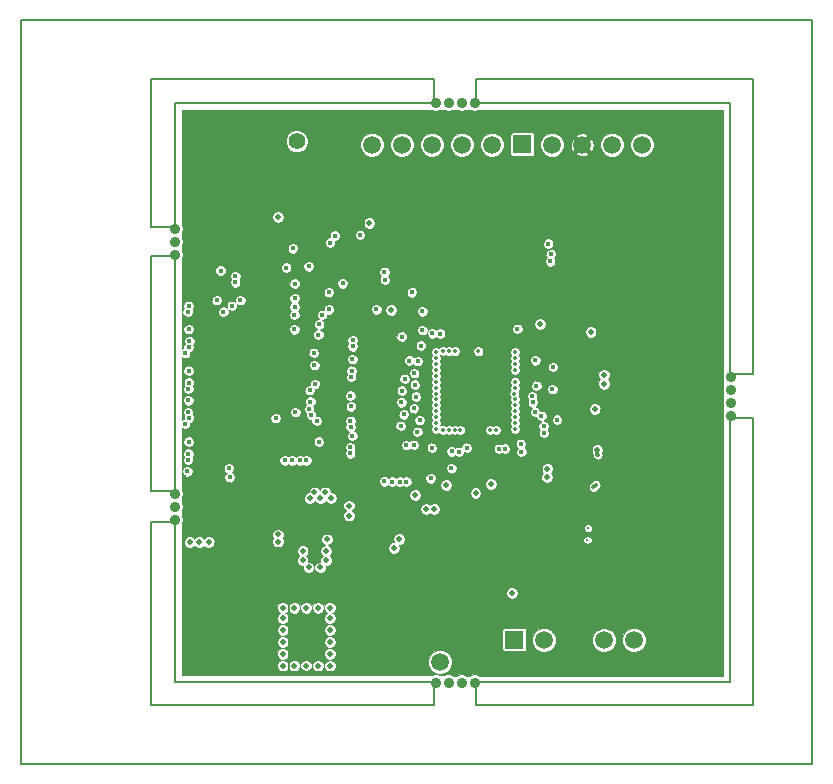
<source format=gbr>
G04 (created by PCBNEW (2013-05-31 BZR 4019)-stable) date 03/03/2014 21:16:57*
%MOIN*%
G04 Gerber Fmt 3.4, Leading zero omitted, Abs format*
%FSLAX34Y34*%
G01*
G70*
G90*
G04 APERTURE LIST*
%ADD10C,0.00590551*%
%ADD11C,0.0077*%
%ADD12C,0.0157*%
%ADD13C,0.0432*%
%ADD14C,0.0195*%
%ADD15C,0.0354*%
%ADD16C,0.2165*%
%ADD17C,0.051*%
%ADD18C,0.055*%
%ADD19C,0.0597*%
%ADD20R,0.0597X0.0597*%
%ADD21C,0.0117*%
%ADD22C,0.0077*%
%ADD23C,0.0196*%
%ADD24C,0.0138*%
%ADD25C,0.0122*%
%ADD26C,0.0039*%
G04 APERTURE END LIST*
G54D10*
G54D11*
X42606Y-52483D02*
X42606Y-27680D01*
X68983Y-52483D02*
X42606Y-52483D01*
X68983Y-27680D02*
X68983Y-52483D01*
X42606Y-27680D02*
X68983Y-27680D01*
X66228Y-30437D02*
X66228Y-39492D01*
X57764Y-30437D02*
X66228Y-30437D01*
X57764Y-29650D02*
X57764Y-30437D01*
X67016Y-29650D02*
X57764Y-29650D01*
X67016Y-39492D02*
X67016Y-29650D01*
X66228Y-39492D02*
X67016Y-39492D01*
X57764Y-50515D02*
X57764Y-49728D01*
X67016Y-50515D02*
X57764Y-50515D01*
X67016Y-40948D02*
X67016Y-50515D01*
X66228Y-40948D02*
X67016Y-40948D01*
X66228Y-49728D02*
X66228Y-40948D01*
X57764Y-49728D02*
X66228Y-49728D01*
X46936Y-50515D02*
X46936Y-44413D01*
X56386Y-50515D02*
X46936Y-50515D01*
X56386Y-49728D02*
X56386Y-50515D01*
X47724Y-49728D02*
X56386Y-49728D01*
X47724Y-44413D02*
X47724Y-49728D01*
X46936Y-44413D02*
X47724Y-44413D01*
X46936Y-43390D02*
X46936Y-35555D01*
X47724Y-43390D02*
X46936Y-43390D01*
X47724Y-35555D02*
X47724Y-43390D01*
X46936Y-35555D02*
X47724Y-35555D01*
X47724Y-30437D02*
X47724Y-34570D01*
X46936Y-34570D02*
X47724Y-34570D01*
X46936Y-29648D02*
X46936Y-34570D01*
X46936Y-29648D02*
X56384Y-29648D01*
X56384Y-29648D02*
X56384Y-30437D01*
X47724Y-30437D02*
X56384Y-30437D01*
G54D12*
X61338Y-33307D03*
X60708Y-32598D03*
X61181Y-32598D03*
X60787Y-33307D03*
X62598Y-33307D03*
X62677Y-32598D03*
X62047Y-32598D03*
X62047Y-33307D03*
X64448Y-30866D03*
X63523Y-31023D03*
X63917Y-31023D03*
X64842Y-30866D03*
X63937Y-33228D03*
X63444Y-32637D03*
X60236Y-32598D03*
X63307Y-33228D03*
X54409Y-33307D03*
X54409Y-32992D03*
X54803Y-32992D03*
X54803Y-33307D03*
X55669Y-33307D03*
X55669Y-32992D03*
X55275Y-32992D03*
X55275Y-33307D03*
X52047Y-32913D03*
X59763Y-33307D03*
X60157Y-33307D03*
X52440Y-32913D03*
X51574Y-32913D03*
X59291Y-33307D03*
X58818Y-33307D03*
X51181Y-32913D03*
X56574Y-31023D03*
X60118Y-31023D03*
X60511Y-31023D03*
X56968Y-31023D03*
X57834Y-31023D03*
X61377Y-31023D03*
X60984Y-31023D03*
X57440Y-31023D03*
X59173Y-31023D03*
X62716Y-31023D03*
X63110Y-31023D03*
X59566Y-31023D03*
X58700Y-31023D03*
X62244Y-31023D03*
X61850Y-31023D03*
X58307Y-31023D03*
X49842Y-30826D03*
X54803Y-31003D03*
X55196Y-31003D03*
X50236Y-30826D03*
X48917Y-31200D03*
X56062Y-31003D03*
X55669Y-31003D03*
X50708Y-30826D03*
X48976Y-30826D03*
X53937Y-31003D03*
X54330Y-31003D03*
X49370Y-30826D03*
X48503Y-30826D03*
X53464Y-31003D03*
X53070Y-31003D03*
X48110Y-30826D03*
X56141Y-33307D03*
X56141Y-32992D03*
X56535Y-32992D03*
X56535Y-33307D03*
X57401Y-33307D03*
X57401Y-32992D03*
X57007Y-32992D03*
X57007Y-33307D03*
X49606Y-33858D03*
X49606Y-33543D03*
X50000Y-33543D03*
X50000Y-33858D03*
X49133Y-33858D03*
X49133Y-33543D03*
X48740Y-33543D03*
X48740Y-33858D03*
X64488Y-49370D03*
X64251Y-46535D03*
X64645Y-46535D03*
X64881Y-49370D03*
X65748Y-49370D03*
X65511Y-46535D03*
X65118Y-46535D03*
X65354Y-49370D03*
X62992Y-47086D03*
X62992Y-46771D03*
X63385Y-46771D03*
X63385Y-47086D03*
X62519Y-47086D03*
X62519Y-46771D03*
X62125Y-46771D03*
X62125Y-47086D03*
X63543Y-46141D03*
X63543Y-45826D03*
X63937Y-45826D03*
X63937Y-46141D03*
X63937Y-43858D03*
X63937Y-43543D03*
X63543Y-43543D03*
X63543Y-43858D03*
X63543Y-34409D03*
X63543Y-34094D03*
X63937Y-34094D03*
X63937Y-34409D03*
X63937Y-36535D03*
X63937Y-36220D03*
X63543Y-36220D03*
X63543Y-36535D03*
X64173Y-33779D03*
X64330Y-36850D03*
X64724Y-36850D03*
X64566Y-33779D03*
X65433Y-33779D03*
X65590Y-36850D03*
X65196Y-36850D03*
X65039Y-33779D03*
X52047Y-33307D03*
X65118Y-43307D03*
X65511Y-43307D03*
X52440Y-33307D03*
X51574Y-33307D03*
X64645Y-43307D03*
X64251Y-43307D03*
X51181Y-33307D03*
X65511Y-46850D03*
X65826Y-46850D03*
X65826Y-46535D03*
X65826Y-47165D03*
X60314Y-49370D03*
X60314Y-49055D03*
X60708Y-49055D03*
X60708Y-49370D03*
X61574Y-49370D03*
X61574Y-49055D03*
X61181Y-49055D03*
X61181Y-49370D03*
X62913Y-49370D03*
X62913Y-49055D03*
X63307Y-49055D03*
X63307Y-49370D03*
X62440Y-49370D03*
X62440Y-49055D03*
X62047Y-49055D03*
X62047Y-49370D03*
X58661Y-49370D03*
X58661Y-49055D03*
X64015Y-49370D03*
X65905Y-48661D03*
X65590Y-49055D03*
X65905Y-49055D03*
X63464Y-47559D03*
X63779Y-47086D03*
X59921Y-49370D03*
X59921Y-49055D03*
X58188Y-49055D03*
X58188Y-49370D03*
X59448Y-49370D03*
X59448Y-49055D03*
X59055Y-49055D03*
X59055Y-49370D03*
X54409Y-48661D03*
X57007Y-46299D03*
X56614Y-46299D03*
X54803Y-48661D03*
X55669Y-48661D03*
X59448Y-46299D03*
X59055Y-46299D03*
X55275Y-48661D03*
X50236Y-49370D03*
X48976Y-49370D03*
X48818Y-49055D03*
X53937Y-48661D03*
X49763Y-49370D03*
X48503Y-49370D03*
X48110Y-49370D03*
X49370Y-49370D03*
X55433Y-46771D03*
X54173Y-48346D03*
X54566Y-48346D03*
X55826Y-46771D03*
X56692Y-46771D03*
X53779Y-47795D03*
X55039Y-48346D03*
X56299Y-46771D03*
X58031Y-46771D03*
X58425Y-46771D03*
X57559Y-46771D03*
X53779Y-47244D03*
X54251Y-47795D03*
X57165Y-46771D03*
X48976Y-35354D03*
X49527Y-36692D03*
X49133Y-36456D03*
X48897Y-35039D03*
X48976Y-43543D03*
X49291Y-43543D03*
X49291Y-43149D03*
X48976Y-43149D03*
X53779Y-37795D03*
X54330Y-37795D03*
X54173Y-39133D03*
X54015Y-41338D03*
X49763Y-43543D03*
X50078Y-43543D03*
X50078Y-43149D03*
X49763Y-43149D03*
X54803Y-44094D03*
X55669Y-44960D03*
X55433Y-43464D03*
X54566Y-42362D03*
X48110Y-34724D03*
X48582Y-34409D03*
X48582Y-34803D03*
X48110Y-35118D03*
X48110Y-45669D03*
X48425Y-45669D03*
X48582Y-35275D03*
X48110Y-35590D03*
X48110Y-47007D03*
X48425Y-47007D03*
X48425Y-47401D03*
X48110Y-47401D03*
X48110Y-46535D03*
X48425Y-46535D03*
X48425Y-46141D03*
X48110Y-46141D03*
X48110Y-33543D03*
X48110Y-31181D03*
X48110Y-31574D03*
X48110Y-33937D03*
X48818Y-33228D03*
X50787Y-32992D03*
X50629Y-31259D03*
X48110Y-34409D03*
X48110Y-32755D03*
X48425Y-32755D03*
X48425Y-33149D03*
X48110Y-33149D03*
X48110Y-32283D03*
X48425Y-32283D03*
X48425Y-31889D03*
X48110Y-31889D03*
X48110Y-47795D03*
X48425Y-47795D03*
X48425Y-48188D03*
X48110Y-48188D03*
X48110Y-49055D03*
X48425Y-49055D03*
X48425Y-48661D03*
X48110Y-48661D03*
X50787Y-48818D03*
X50314Y-46771D03*
X50708Y-47086D03*
X50393Y-49133D03*
X48740Y-47086D03*
X49763Y-46692D03*
X49212Y-46771D03*
X48897Y-46771D03*
X49448Y-39133D03*
X49763Y-39133D03*
X49763Y-39527D03*
X49448Y-39527D03*
X49370Y-38031D03*
X49763Y-38188D03*
X48976Y-38188D03*
X50157Y-38031D03*
X49527Y-40157D03*
X49842Y-40157D03*
X49842Y-40551D03*
X49527Y-40551D03*
X49370Y-41417D03*
X49921Y-41417D03*
X49921Y-41889D03*
X49370Y-41889D03*
X65826Y-33700D03*
X65826Y-33228D03*
X65433Y-33385D03*
X65905Y-31496D03*
X65826Y-38425D03*
X65826Y-41181D03*
X65826Y-40787D03*
X65826Y-38031D03*
X65826Y-39763D03*
X54566Y-33779D03*
X56771Y-33779D03*
X65826Y-40157D03*
X65826Y-39291D03*
X65826Y-42047D03*
X65826Y-41653D03*
X65826Y-38897D03*
X65905Y-36850D03*
X63700Y-33700D03*
X63622Y-40393D03*
X63543Y-38267D03*
X63543Y-38661D03*
X63622Y-40787D03*
X63622Y-41653D03*
X63543Y-39527D03*
X63543Y-39133D03*
X63622Y-41259D03*
X63622Y-42992D03*
X63149Y-42204D03*
X63070Y-39842D03*
X63149Y-42598D03*
X63622Y-42519D03*
X65905Y-43307D03*
X63543Y-40000D03*
X63622Y-42125D03*
X63070Y-40236D03*
X63543Y-37401D03*
X63070Y-37480D03*
X63070Y-37874D03*
X63543Y-37795D03*
X63543Y-36929D03*
X61653Y-33779D03*
X59212Y-33779D03*
X63937Y-36850D03*
X61496Y-46377D03*
X58346Y-47795D03*
X58346Y-48661D03*
X63622Y-46535D03*
X63858Y-46771D03*
X58346Y-48267D03*
G54D13*
X49554Y-45454D03*
X49554Y-35062D03*
G54D14*
X56102Y-43975D03*
G54D12*
X61386Y-35540D03*
X61024Y-35536D03*
X61024Y-35198D03*
X61394Y-35193D03*
G54D15*
X47725Y-34630D03*
X47725Y-35063D03*
X47725Y-35496D03*
X47725Y-44335D03*
X47725Y-43902D03*
X47725Y-43469D03*
X66268Y-39571D03*
X66268Y-40004D03*
X66268Y-40437D03*
X66268Y-40870D03*
G54D12*
X58299Y-40354D03*
X58299Y-39921D03*
X58082Y-40138D03*
X58515Y-40138D03*
X61011Y-37386D03*
X62078Y-44708D03*
X62275Y-44901D03*
X58732Y-40354D03*
X57866Y-40354D03*
X57433Y-40354D03*
X57000Y-40354D03*
X56783Y-40571D03*
X57216Y-40571D03*
X57653Y-40571D03*
X58082Y-40571D03*
X58515Y-40571D03*
X58515Y-41004D03*
X58082Y-41004D03*
X57653Y-41004D03*
X57216Y-41004D03*
X56783Y-41004D03*
X57000Y-40787D03*
X57433Y-40787D03*
X58299Y-40787D03*
X57866Y-40787D03*
X58732Y-40787D03*
X58732Y-39921D03*
X57866Y-39921D03*
X57433Y-39921D03*
X57000Y-39921D03*
X56783Y-40138D03*
X57216Y-40138D03*
X57653Y-40138D03*
X58515Y-39705D03*
X58082Y-39705D03*
X57653Y-39705D03*
X57216Y-39705D03*
X56783Y-39705D03*
X57000Y-39488D03*
X57433Y-39488D03*
X58299Y-39488D03*
X57866Y-39488D03*
X58732Y-39488D03*
X58732Y-39055D03*
X57866Y-39055D03*
X58299Y-39055D03*
X57433Y-39055D03*
X57000Y-39055D03*
X56783Y-39272D03*
X57216Y-39272D03*
X57653Y-39272D03*
X58082Y-39272D03*
X58515Y-39272D03*
G54D14*
X48861Y-45087D03*
X48546Y-45087D03*
X48231Y-45087D03*
X52389Y-43424D03*
X52744Y-43424D03*
X52941Y-43620D03*
X52586Y-43621D03*
X52782Y-45375D03*
X52782Y-45690D03*
X52584Y-45927D03*
X52190Y-45927D03*
X51994Y-45690D03*
X51994Y-45375D03*
G54D16*
X49752Y-32228D03*
X64791Y-32228D03*
X64791Y-47975D03*
X49752Y-47975D03*
G54D14*
X56378Y-43975D03*
X52232Y-43621D03*
X52112Y-49195D03*
X51720Y-49197D03*
X52507Y-49197D03*
X51325Y-49197D03*
X52902Y-49197D03*
X51325Y-48802D03*
X51325Y-48410D03*
X51325Y-48015D03*
X51325Y-47622D03*
X51325Y-47267D03*
X51720Y-47267D03*
X52114Y-47267D03*
X52507Y-47267D03*
X52900Y-47267D03*
X52900Y-47622D03*
X52900Y-48015D03*
X52900Y-48410D03*
X52900Y-48802D03*
G54D15*
X56426Y-49768D03*
X56859Y-49768D03*
X57292Y-49768D03*
X57726Y-49768D03*
X56425Y-30437D03*
X56858Y-30437D03*
X57291Y-30437D03*
X57725Y-30437D03*
G54D17*
X51299Y-32217D03*
X52299Y-32217D03*
X52299Y-31217D03*
X51299Y-31217D03*
G54D18*
X51799Y-31717D03*
G54D19*
X58307Y-31834D03*
X57307Y-31834D03*
X56307Y-31834D03*
X55307Y-31834D03*
G54D20*
X53307Y-31814D03*
G54D19*
X54307Y-31834D03*
G54D20*
X57576Y-49079D03*
G54D19*
X56576Y-49079D03*
X63314Y-31834D03*
X62314Y-31834D03*
X61314Y-31834D03*
G54D20*
X59314Y-31814D03*
G54D19*
X60314Y-31834D03*
X63043Y-48350D03*
X62043Y-48350D03*
X61043Y-48350D03*
G54D20*
X59043Y-48330D03*
G54D19*
X60043Y-48350D03*
G54D21*
X61685Y-43255D03*
G54D14*
X56783Y-43173D03*
X61728Y-40646D03*
X61821Y-42018D03*
X61594Y-38083D03*
X55748Y-43512D03*
X55032Y-45276D03*
G54D22*
X61488Y-45011D03*
G54D14*
X58976Y-46772D03*
G54D12*
X60177Y-35130D03*
G54D14*
X54949Y-37343D03*
G54D12*
X52646Y-37508D03*
G54D14*
X54221Y-34441D03*
X51169Y-34244D03*
X57756Y-43449D03*
G54D12*
X56949Y-42618D03*
G54D14*
X58264Y-43146D03*
X60142Y-42921D03*
G54D12*
X55299Y-38228D03*
G54D14*
X62039Y-39803D03*
X59910Y-37815D03*
X62036Y-39500D03*
G54D12*
X49256Y-36028D03*
X53323Y-36453D03*
G54D22*
X60677Y-34807D03*
X61854Y-44421D03*
X62578Y-44440D03*
X61988Y-45425D03*
G54D14*
X50921Y-43799D03*
X51012Y-36701D03*
G54D12*
X48154Y-36225D03*
X48154Y-35831D03*
G54D14*
X48158Y-36717D03*
X48150Y-39079D03*
X48189Y-41437D03*
G54D12*
X48032Y-37599D03*
X48047Y-38189D03*
X48024Y-39571D03*
X48028Y-40551D03*
X48032Y-41933D03*
X48032Y-42918D03*
X48197Y-43508D03*
G54D14*
X48138Y-43807D03*
G54D12*
X48102Y-44492D03*
X50921Y-44492D03*
G54D14*
X58002Y-47500D03*
G54D12*
X59961Y-44311D03*
X58626Y-44390D03*
X58413Y-43508D03*
X60205Y-43484D03*
X59882Y-37386D03*
X58256Y-36228D03*
X57106Y-36587D03*
G54D14*
X58616Y-45230D03*
G54D12*
X61102Y-40835D03*
G54D14*
X57668Y-44518D03*
G54D12*
X52012Y-34799D03*
X61264Y-40071D03*
X54457Y-43477D03*
G54D14*
X53465Y-45815D03*
G54D12*
X54579Y-44225D03*
G54D14*
X54268Y-46508D03*
X57984Y-48284D03*
G54D12*
X61957Y-34823D03*
X60906Y-36260D03*
X61957Y-35933D03*
X62154Y-36559D03*
X61228Y-42177D03*
X60882Y-38087D03*
X60780Y-39406D03*
X59350Y-37213D03*
G54D23*
X56091Y-35378D03*
X55579Y-35130D03*
G54D12*
X59508Y-36051D03*
X59650Y-35925D03*
X57094Y-35291D03*
X58354Y-35528D03*
X58370Y-36783D03*
X48165Y-37402D03*
X60266Y-35482D03*
X48193Y-37205D03*
X60246Y-35719D03*
X49565Y-42918D03*
X49132Y-37012D03*
G54D22*
X61511Y-44618D03*
G54D14*
X55217Y-44988D03*
G54D12*
X55288Y-40421D03*
X55701Y-40618D03*
X55366Y-40819D03*
X55705Y-41839D03*
G54D24*
X59065Y-40325D03*
G54D12*
X51732Y-36461D03*
X53591Y-41236D03*
G54D24*
X56447Y-41309D03*
G54D12*
X59951Y-40876D03*
X51728Y-36957D03*
G54D24*
X59065Y-40522D03*
G54D12*
X52870Y-37327D03*
X51728Y-37240D03*
X52870Y-36752D03*
X59669Y-40425D03*
X55736Y-39831D03*
X53906Y-34843D03*
X48193Y-37984D03*
X60319Y-39984D03*
X52906Y-35095D03*
X52543Y-37827D03*
G54D24*
X56870Y-38720D03*
G54D12*
X55981Y-37386D03*
G54D24*
X59065Y-38750D03*
G54D12*
X57205Y-42071D03*
X60473Y-41000D03*
G54D24*
X59065Y-40915D03*
X59065Y-39341D03*
G54D12*
X60339Y-39244D03*
X57465Y-41937D03*
G54D24*
X57254Y-41339D03*
G54D14*
X52811Y-44992D03*
X53539Y-43862D03*
X53539Y-44197D03*
G54D12*
X60030Y-41211D03*
G54D24*
X59075Y-41112D03*
G54D12*
X60039Y-41437D03*
X55638Y-36756D03*
G54D24*
X57067Y-38720D03*
G54D12*
X59272Y-41807D03*
X59748Y-39020D03*
G54D24*
X58238Y-41339D03*
X59065Y-39144D03*
X59065Y-38947D03*
X59055Y-40128D03*
X57854Y-38720D03*
G54D12*
X59150Y-37972D03*
G54D24*
X57057Y-41339D03*
G54D12*
X55933Y-38528D03*
G54D24*
X56437Y-39734D03*
X56437Y-40325D03*
G54D12*
X56260Y-42953D03*
G54D24*
X56860Y-41339D03*
G54D14*
X60154Y-42638D03*
G54D24*
X59065Y-41309D03*
X59065Y-39931D03*
G54D12*
X55394Y-39638D03*
X53650Y-41536D03*
G54D24*
X56437Y-41112D03*
G54D12*
X53583Y-40201D03*
G54D24*
X56437Y-39931D03*
G54D12*
X55831Y-39047D03*
G54D24*
X56437Y-40915D03*
G54D12*
X53579Y-41925D03*
X53602Y-40559D03*
G54D24*
X56437Y-40128D03*
G54D12*
X55303Y-40032D03*
X53662Y-38355D03*
G54D24*
X56437Y-38750D03*
G54D12*
X55709Y-39445D03*
X56957Y-42059D03*
G54D24*
X56663Y-41339D03*
G54D12*
X52193Y-35890D03*
X59740Y-40740D03*
X54453Y-37319D03*
X51721Y-37508D03*
X54721Y-36075D03*
X59787Y-39870D03*
X55555Y-39028D03*
G54D24*
X56437Y-38947D03*
G54D12*
X53662Y-38555D03*
X53610Y-39571D03*
G54D24*
X56437Y-39537D03*
G54D12*
X53626Y-39370D03*
G54D24*
X56437Y-39341D03*
G54D12*
X53579Y-42122D03*
G54D24*
X56437Y-40719D03*
G54D12*
X55772Y-40232D03*
X55890Y-41016D03*
X55260Y-41209D03*
X55815Y-41406D03*
X55445Y-41846D03*
X56303Y-41937D03*
X53650Y-38981D03*
G54D24*
X56437Y-39144D03*
G54D12*
X53587Y-41040D03*
G54D24*
X56437Y-40522D03*
G54D12*
X59646Y-40225D03*
X54736Y-36331D03*
X49354Y-37402D03*
X53071Y-34862D03*
X52276Y-40847D03*
X52248Y-40394D03*
X48185Y-39965D03*
X48221Y-38386D03*
X52516Y-38162D03*
X48201Y-39768D03*
X52232Y-40016D03*
X48197Y-39370D03*
X52402Y-39815D03*
X48079Y-38783D03*
X52386Y-39181D03*
X48193Y-38591D03*
X52366Y-38772D03*
G54D24*
X59065Y-39734D03*
G54D12*
X51445Y-35929D03*
X52213Y-40654D03*
X48181Y-40355D03*
X55984Y-38016D03*
X56319Y-38122D03*
X56575Y-38130D03*
G54D24*
X56673Y-38711D03*
G54D12*
X49744Y-36425D03*
X49634Y-37205D03*
X49917Y-37012D03*
X49748Y-36225D03*
X51717Y-37992D03*
X52535Y-41732D03*
X48173Y-42331D03*
X52118Y-42354D03*
X54984Y-43063D03*
X48173Y-40748D03*
X55453Y-43067D03*
X51752Y-40748D03*
X48181Y-42130D03*
X51917Y-42355D03*
X48197Y-41732D03*
X51398Y-42355D03*
X48075Y-41142D03*
X51638Y-42355D03*
X48201Y-40949D03*
X54721Y-43055D03*
X51091Y-40949D03*
X55225Y-43067D03*
G54D24*
X59065Y-40719D03*
G54D12*
X51669Y-35288D03*
G54D24*
X58435Y-41339D03*
G54D12*
X58536Y-41973D03*
X59281Y-42067D03*
X58740Y-41969D03*
X52465Y-41043D03*
X49535Y-42618D03*
X48154Y-42725D03*
G54D14*
X51169Y-44827D03*
X51169Y-45063D03*
G54D25*
X61821Y-42018D02*
X61821Y-42167D01*
X61821Y-42167D02*
X61834Y-42181D01*
X61771Y-43169D02*
X61685Y-43255D01*
X61771Y-43169D02*
X61685Y-43255D01*
G54D10*
G36*
X66004Y-49547D02*
X63710Y-49542D01*
X63710Y-31755D01*
X63649Y-31609D01*
X63538Y-31498D01*
X63393Y-31438D01*
X63235Y-31437D01*
X63089Y-31498D01*
X62978Y-31609D01*
X62918Y-31754D01*
X62917Y-31912D01*
X62978Y-32058D01*
X63089Y-32169D01*
X63234Y-32229D01*
X63392Y-32230D01*
X63538Y-32169D01*
X63649Y-32058D01*
X63709Y-31913D01*
X63710Y-31755D01*
X63710Y-49542D01*
X63439Y-49541D01*
X63439Y-48271D01*
X63378Y-48125D01*
X63267Y-48014D01*
X63122Y-47954D01*
X62964Y-47953D01*
X62818Y-48014D01*
X62710Y-48122D01*
X62710Y-31755D01*
X62649Y-31609D01*
X62538Y-31498D01*
X62393Y-31438D01*
X62235Y-31437D01*
X62089Y-31498D01*
X61978Y-31609D01*
X61918Y-31754D01*
X61917Y-31912D01*
X61978Y-32058D01*
X62089Y-32169D01*
X62234Y-32229D01*
X62392Y-32230D01*
X62538Y-32169D01*
X62649Y-32058D01*
X62709Y-31913D01*
X62710Y-31755D01*
X62710Y-48122D01*
X62707Y-48125D01*
X62647Y-48270D01*
X62646Y-48428D01*
X62707Y-48574D01*
X62818Y-48685D01*
X62963Y-48745D01*
X63121Y-48746D01*
X63267Y-48685D01*
X63378Y-48574D01*
X63438Y-48429D01*
X63439Y-48271D01*
X63439Y-49541D01*
X62439Y-49539D01*
X62439Y-48271D01*
X62378Y-48125D01*
X62267Y-48014D01*
X62234Y-48000D01*
X62234Y-39764D01*
X62204Y-39692D01*
X62161Y-39649D01*
X62201Y-39610D01*
X62230Y-39538D01*
X62231Y-39461D01*
X62201Y-39389D01*
X62146Y-39334D01*
X62074Y-39305D01*
X61997Y-39304D01*
X61925Y-39334D01*
X61870Y-39389D01*
X61841Y-39461D01*
X61840Y-39538D01*
X61870Y-39610D01*
X61913Y-39653D01*
X61873Y-39692D01*
X61844Y-39764D01*
X61843Y-39841D01*
X61873Y-39913D01*
X61928Y-39968D01*
X62000Y-39997D01*
X62077Y-39998D01*
X62149Y-39968D01*
X62204Y-39913D01*
X62233Y-39841D01*
X62234Y-39764D01*
X62234Y-48000D01*
X62122Y-47954D01*
X62016Y-47953D01*
X62016Y-41979D01*
X61986Y-41907D01*
X61931Y-41852D01*
X61923Y-41849D01*
X61923Y-40607D01*
X61893Y-40535D01*
X61838Y-40480D01*
X61789Y-40460D01*
X61789Y-38044D01*
X61759Y-37972D01*
X61704Y-37917D01*
X61698Y-37915D01*
X61698Y-31849D01*
X61674Y-31700D01*
X61663Y-31673D01*
X61619Y-31634D01*
X61513Y-31740D01*
X61513Y-31528D01*
X61474Y-31484D01*
X61329Y-31449D01*
X61180Y-31473D01*
X61153Y-31484D01*
X61114Y-31528D01*
X61314Y-31727D01*
X61513Y-31528D01*
X61513Y-31740D01*
X61420Y-31834D01*
X61619Y-32033D01*
X61663Y-31994D01*
X61698Y-31849D01*
X61698Y-37915D01*
X61632Y-37888D01*
X61555Y-37887D01*
X61513Y-37905D01*
X61513Y-32139D01*
X61314Y-31940D01*
X61207Y-32046D01*
X61207Y-31834D01*
X61008Y-31634D01*
X60964Y-31673D01*
X60929Y-31818D01*
X60953Y-31967D01*
X60964Y-31994D01*
X61008Y-32033D01*
X61207Y-31834D01*
X61207Y-32046D01*
X61114Y-32139D01*
X61153Y-32183D01*
X61298Y-32218D01*
X61447Y-32194D01*
X61474Y-32183D01*
X61513Y-32139D01*
X61513Y-37905D01*
X61483Y-37917D01*
X61428Y-37972D01*
X61399Y-38044D01*
X61398Y-38121D01*
X61428Y-38193D01*
X61483Y-38248D01*
X61555Y-38277D01*
X61632Y-38278D01*
X61704Y-38248D01*
X61759Y-38193D01*
X61788Y-38121D01*
X61789Y-38044D01*
X61789Y-40460D01*
X61766Y-40451D01*
X61689Y-40450D01*
X61617Y-40480D01*
X61562Y-40535D01*
X61533Y-40607D01*
X61532Y-40684D01*
X61562Y-40756D01*
X61617Y-40811D01*
X61689Y-40840D01*
X61766Y-40841D01*
X61838Y-40811D01*
X61893Y-40756D01*
X61922Y-40684D01*
X61923Y-40607D01*
X61923Y-41849D01*
X61859Y-41823D01*
X61782Y-41822D01*
X61710Y-41852D01*
X61655Y-41907D01*
X61626Y-41979D01*
X61625Y-42056D01*
X61655Y-42128D01*
X61662Y-42135D01*
X61662Y-42167D01*
X61674Y-42228D01*
X61708Y-42279D01*
X61722Y-42293D01*
X61773Y-42327D01*
X61834Y-42339D01*
X61895Y-42327D01*
X61946Y-42293D01*
X61981Y-42241D01*
X61993Y-42181D01*
X61983Y-42131D01*
X61986Y-42128D01*
X62015Y-42056D01*
X62016Y-41979D01*
X62016Y-47953D01*
X61964Y-47953D01*
X61930Y-47968D01*
X61930Y-43169D01*
X61918Y-43108D01*
X61883Y-43057D01*
X61832Y-43022D01*
X61771Y-43010D01*
X61710Y-43022D01*
X61659Y-43057D01*
X61572Y-43143D01*
X61565Y-43154D01*
X61552Y-43167D01*
X61545Y-43184D01*
X61538Y-43195D01*
X61536Y-43207D01*
X61529Y-43224D01*
X61529Y-43243D01*
X61526Y-43255D01*
X61529Y-43268D01*
X61529Y-43286D01*
X61536Y-43303D01*
X61538Y-43316D01*
X61545Y-43327D01*
X61552Y-43344D01*
X61565Y-43357D01*
X61572Y-43367D01*
X61583Y-43375D01*
X61596Y-43388D01*
X61613Y-43395D01*
X61624Y-43402D01*
X61636Y-43404D01*
X61653Y-43411D01*
X61672Y-43411D01*
X61685Y-43414D01*
X61697Y-43411D01*
X61715Y-43411D01*
X61733Y-43404D01*
X61745Y-43402D01*
X61756Y-43395D01*
X61773Y-43388D01*
X61786Y-43375D01*
X61797Y-43367D01*
X61883Y-43281D01*
X61918Y-43229D01*
X61930Y-43169D01*
X61930Y-47968D01*
X61818Y-48014D01*
X61707Y-48125D01*
X61647Y-48269D01*
X61647Y-44591D01*
X61627Y-44541D01*
X61588Y-44502D01*
X61538Y-44482D01*
X61484Y-44482D01*
X61434Y-44502D01*
X61396Y-44540D01*
X61375Y-44590D01*
X61375Y-44645D01*
X61396Y-44695D01*
X61434Y-44733D01*
X61484Y-44754D01*
X61538Y-44754D01*
X61588Y-44733D01*
X61627Y-44695D01*
X61647Y-44645D01*
X61647Y-44591D01*
X61647Y-48269D01*
X61647Y-48270D01*
X61646Y-48428D01*
X61707Y-48574D01*
X61818Y-48685D01*
X61963Y-48745D01*
X62121Y-48746D01*
X62267Y-48685D01*
X62378Y-48574D01*
X62438Y-48429D01*
X62439Y-48271D01*
X62439Y-49539D01*
X61624Y-49538D01*
X61624Y-44984D01*
X61603Y-44934D01*
X61565Y-44896D01*
X61515Y-44875D01*
X61461Y-44875D01*
X61411Y-44896D01*
X61372Y-44934D01*
X61352Y-44984D01*
X61352Y-45038D01*
X61372Y-45088D01*
X61411Y-45127D01*
X61461Y-45147D01*
X61515Y-45147D01*
X61565Y-45127D01*
X61603Y-45088D01*
X61624Y-45038D01*
X61624Y-44984D01*
X61624Y-49538D01*
X60710Y-49536D01*
X60710Y-31755D01*
X60649Y-31609D01*
X60538Y-31498D01*
X60393Y-31438D01*
X60235Y-31437D01*
X60089Y-31498D01*
X59978Y-31609D01*
X59918Y-31754D01*
X59917Y-31912D01*
X59978Y-32058D01*
X60089Y-32169D01*
X60234Y-32229D01*
X60392Y-32230D01*
X60538Y-32169D01*
X60649Y-32058D01*
X60709Y-31913D01*
X60710Y-31755D01*
X60710Y-49536D01*
X60649Y-49535D01*
X60649Y-40965D01*
X60622Y-40900D01*
X60572Y-40850D01*
X60515Y-40826D01*
X60515Y-39209D01*
X60488Y-39144D01*
X60442Y-39098D01*
X60442Y-35447D01*
X60415Y-35382D01*
X60365Y-35332D01*
X60353Y-35327D01*
X60353Y-35095D01*
X60326Y-35030D01*
X60276Y-34980D01*
X60212Y-34954D01*
X60142Y-34953D01*
X60077Y-34980D01*
X60027Y-35030D01*
X60001Y-35094D01*
X60000Y-35164D01*
X60027Y-35229D01*
X60077Y-35279D01*
X60141Y-35305D01*
X60211Y-35306D01*
X60276Y-35279D01*
X60326Y-35229D01*
X60352Y-35165D01*
X60353Y-35095D01*
X60353Y-35327D01*
X60301Y-35306D01*
X60231Y-35305D01*
X60166Y-35332D01*
X60116Y-35382D01*
X60090Y-35446D01*
X60089Y-35516D01*
X60116Y-35581D01*
X60125Y-35590D01*
X60096Y-35619D01*
X60070Y-35683D01*
X60069Y-35753D01*
X60096Y-35818D01*
X60146Y-35868D01*
X60210Y-35894D01*
X60280Y-35895D01*
X60345Y-35868D01*
X60395Y-35818D01*
X60421Y-35754D01*
X60422Y-35684D01*
X60395Y-35619D01*
X60386Y-35610D01*
X60415Y-35581D01*
X60441Y-35517D01*
X60442Y-35447D01*
X60442Y-39098D01*
X60438Y-39094D01*
X60374Y-39068D01*
X60304Y-39067D01*
X60239Y-39094D01*
X60189Y-39144D01*
X60163Y-39208D01*
X60162Y-39278D01*
X60189Y-39343D01*
X60239Y-39393D01*
X60303Y-39419D01*
X60373Y-39420D01*
X60438Y-39393D01*
X60488Y-39343D01*
X60514Y-39279D01*
X60515Y-39209D01*
X60515Y-40826D01*
X60508Y-40824D01*
X60495Y-40824D01*
X60495Y-39949D01*
X60468Y-39884D01*
X60418Y-39834D01*
X60354Y-39808D01*
X60284Y-39807D01*
X60219Y-39834D01*
X60169Y-39884D01*
X60143Y-39948D01*
X60142Y-40018D01*
X60169Y-40083D01*
X60219Y-40133D01*
X60283Y-40159D01*
X60353Y-40160D01*
X60418Y-40133D01*
X60468Y-40083D01*
X60494Y-40019D01*
X60495Y-39949D01*
X60495Y-40824D01*
X60438Y-40823D01*
X60373Y-40850D01*
X60323Y-40900D01*
X60297Y-40964D01*
X60296Y-41034D01*
X60323Y-41099D01*
X60373Y-41149D01*
X60437Y-41175D01*
X60507Y-41176D01*
X60572Y-41149D01*
X60622Y-41099D01*
X60648Y-41035D01*
X60649Y-40965D01*
X60649Y-49535D01*
X60439Y-49535D01*
X60439Y-48271D01*
X60378Y-48125D01*
X60349Y-48096D01*
X60349Y-42599D01*
X60319Y-42527D01*
X60264Y-42472D01*
X60215Y-42452D01*
X60215Y-41402D01*
X60188Y-41337D01*
X60170Y-41319D01*
X60179Y-41310D01*
X60205Y-41246D01*
X60206Y-41176D01*
X60179Y-41111D01*
X60129Y-41061D01*
X60065Y-41035D01*
X60027Y-41034D01*
X60050Y-41025D01*
X60100Y-40975D01*
X60126Y-40911D01*
X60127Y-40841D01*
X60105Y-40787D01*
X60105Y-37776D01*
X60075Y-37704D01*
X60020Y-37649D01*
X59948Y-37620D01*
X59871Y-37619D01*
X59799Y-37649D01*
X59744Y-37704D01*
X59715Y-37776D01*
X59714Y-37853D01*
X59744Y-37925D01*
X59799Y-37980D01*
X59871Y-38009D01*
X59948Y-38010D01*
X60020Y-37980D01*
X60075Y-37925D01*
X60104Y-37853D01*
X60105Y-37776D01*
X60105Y-40787D01*
X60100Y-40776D01*
X60050Y-40726D01*
X59986Y-40700D01*
X59963Y-40700D01*
X59963Y-39835D01*
X59936Y-39770D01*
X59924Y-39758D01*
X59924Y-38985D01*
X59897Y-38920D01*
X59847Y-38870D01*
X59783Y-38844D01*
X59713Y-38843D01*
X59710Y-38845D01*
X59710Y-32093D01*
X59710Y-31496D01*
X59695Y-31460D01*
X59667Y-31432D01*
X59631Y-31418D01*
X59593Y-31417D01*
X58996Y-31417D01*
X58960Y-31432D01*
X58932Y-31460D01*
X58918Y-31496D01*
X58917Y-31534D01*
X58917Y-32131D01*
X58932Y-32167D01*
X58960Y-32195D01*
X58996Y-32209D01*
X59034Y-32210D01*
X59631Y-32210D01*
X59667Y-32195D01*
X59695Y-32167D01*
X59709Y-32131D01*
X59710Y-32093D01*
X59710Y-38845D01*
X59648Y-38870D01*
X59598Y-38920D01*
X59572Y-38984D01*
X59571Y-39054D01*
X59598Y-39119D01*
X59648Y-39169D01*
X59712Y-39195D01*
X59782Y-39196D01*
X59847Y-39169D01*
X59897Y-39119D01*
X59923Y-39055D01*
X59924Y-38985D01*
X59924Y-39758D01*
X59886Y-39720D01*
X59822Y-39694D01*
X59752Y-39693D01*
X59687Y-39720D01*
X59637Y-39770D01*
X59611Y-39834D01*
X59610Y-39904D01*
X59637Y-39969D01*
X59687Y-40019D01*
X59751Y-40045D01*
X59821Y-40046D01*
X59886Y-40019D01*
X59936Y-39969D01*
X59962Y-39905D01*
X59963Y-39835D01*
X59963Y-40700D01*
X59916Y-40699D01*
X59914Y-40700D01*
X59889Y-40640D01*
X59839Y-40590D01*
X59777Y-40565D01*
X59818Y-40524D01*
X59844Y-40460D01*
X59845Y-40390D01*
X59818Y-40325D01*
X59801Y-40308D01*
X59821Y-40260D01*
X59822Y-40190D01*
X59795Y-40125D01*
X59745Y-40075D01*
X59681Y-40049D01*
X59611Y-40048D01*
X59546Y-40075D01*
X59496Y-40125D01*
X59470Y-40189D01*
X59469Y-40259D01*
X59496Y-40324D01*
X59513Y-40341D01*
X59493Y-40389D01*
X59492Y-40459D01*
X59519Y-40524D01*
X59569Y-40574D01*
X59631Y-40599D01*
X59590Y-40640D01*
X59564Y-40704D01*
X59563Y-40774D01*
X59590Y-40839D01*
X59640Y-40889D01*
X59704Y-40915D01*
X59774Y-40916D01*
X59776Y-40915D01*
X59801Y-40975D01*
X59851Y-41025D01*
X59915Y-41051D01*
X59953Y-41052D01*
X59930Y-41061D01*
X59880Y-41111D01*
X59854Y-41175D01*
X59853Y-41245D01*
X59880Y-41310D01*
X59898Y-41328D01*
X59889Y-41337D01*
X59863Y-41401D01*
X59862Y-41471D01*
X59889Y-41536D01*
X59939Y-41586D01*
X60003Y-41612D01*
X60073Y-41613D01*
X60138Y-41586D01*
X60188Y-41536D01*
X60214Y-41472D01*
X60215Y-41402D01*
X60215Y-42452D01*
X60192Y-42443D01*
X60115Y-42442D01*
X60043Y-42472D01*
X59988Y-42527D01*
X59959Y-42599D01*
X59958Y-42676D01*
X59988Y-42748D01*
X60013Y-42773D01*
X59976Y-42810D01*
X59947Y-42882D01*
X59946Y-42959D01*
X59976Y-43031D01*
X60031Y-43086D01*
X60103Y-43115D01*
X60180Y-43116D01*
X60252Y-43086D01*
X60307Y-43031D01*
X60336Y-42959D01*
X60337Y-42882D01*
X60307Y-42810D01*
X60282Y-42785D01*
X60319Y-42748D01*
X60348Y-42676D01*
X60349Y-42599D01*
X60349Y-48096D01*
X60267Y-48014D01*
X60122Y-47954D01*
X59964Y-47953D01*
X59818Y-48014D01*
X59707Y-48125D01*
X59647Y-48270D01*
X59646Y-48428D01*
X59707Y-48574D01*
X59818Y-48685D01*
X59963Y-48745D01*
X60121Y-48746D01*
X60267Y-48685D01*
X60378Y-48574D01*
X60438Y-48429D01*
X60439Y-48271D01*
X60439Y-49535D01*
X59457Y-49533D01*
X59457Y-42032D01*
X59430Y-41967D01*
X59395Y-41932D01*
X59421Y-41906D01*
X59447Y-41842D01*
X59448Y-41772D01*
X59421Y-41707D01*
X59371Y-41657D01*
X59326Y-41638D01*
X59326Y-37937D01*
X59299Y-37872D01*
X59249Y-37822D01*
X59185Y-37796D01*
X59115Y-37795D01*
X59050Y-37822D01*
X59000Y-37872D01*
X58974Y-37936D01*
X58973Y-38006D01*
X59000Y-38071D01*
X59050Y-38121D01*
X59114Y-38147D01*
X59184Y-38148D01*
X59249Y-38121D01*
X59299Y-38071D01*
X59325Y-38007D01*
X59326Y-37937D01*
X59326Y-41638D01*
X59307Y-41631D01*
X59241Y-41630D01*
X59241Y-41079D01*
X59216Y-41017D01*
X59206Y-41008D01*
X59231Y-40948D01*
X59231Y-40882D01*
X59206Y-40820D01*
X59202Y-40817D01*
X59206Y-40813D01*
X59231Y-40752D01*
X59231Y-40686D01*
X59206Y-40624D01*
X59201Y-40620D01*
X59206Y-40616D01*
X59231Y-40555D01*
X59231Y-40489D01*
X59206Y-40427D01*
X59201Y-40423D01*
X59206Y-40419D01*
X59231Y-40358D01*
X59231Y-40292D01*
X59206Y-40230D01*
X59196Y-40221D01*
X59221Y-40161D01*
X59221Y-40095D01*
X59196Y-40034D01*
X59206Y-40025D01*
X59231Y-39964D01*
X59231Y-39898D01*
X59206Y-39836D01*
X59201Y-39832D01*
X59206Y-39828D01*
X59231Y-39767D01*
X59231Y-39701D01*
X59231Y-39308D01*
X59206Y-39246D01*
X59201Y-39242D01*
X59206Y-39238D01*
X59231Y-39177D01*
X59231Y-39111D01*
X59206Y-39049D01*
X59201Y-39045D01*
X59206Y-39041D01*
X59231Y-38980D01*
X59231Y-38914D01*
X59206Y-38852D01*
X59201Y-38848D01*
X59206Y-38844D01*
X59231Y-38783D01*
X59231Y-38717D01*
X59206Y-38655D01*
X59159Y-38608D01*
X59098Y-38583D01*
X59032Y-38583D01*
X58970Y-38608D01*
X58923Y-38655D01*
X58898Y-38716D01*
X58898Y-38782D01*
X58923Y-38844D01*
X58928Y-38848D01*
X58923Y-38852D01*
X58898Y-38913D01*
X58898Y-38979D01*
X58923Y-39041D01*
X58928Y-39045D01*
X58923Y-39049D01*
X58898Y-39110D01*
X58898Y-39176D01*
X58923Y-39238D01*
X58928Y-39242D01*
X58923Y-39246D01*
X58898Y-39307D01*
X58898Y-39373D01*
X58923Y-39435D01*
X58970Y-39482D01*
X59031Y-39507D01*
X59097Y-39507D01*
X59159Y-39482D01*
X59206Y-39435D01*
X59231Y-39374D01*
X59231Y-39308D01*
X59231Y-39701D01*
X59206Y-39639D01*
X59159Y-39592D01*
X59098Y-39567D01*
X59032Y-39567D01*
X58970Y-39592D01*
X58923Y-39639D01*
X58898Y-39700D01*
X58898Y-39766D01*
X58923Y-39828D01*
X58928Y-39832D01*
X58923Y-39836D01*
X58898Y-39897D01*
X58898Y-39963D01*
X58923Y-40024D01*
X58913Y-40033D01*
X58888Y-40094D01*
X58888Y-40160D01*
X58913Y-40222D01*
X58923Y-40231D01*
X58898Y-40291D01*
X58898Y-40357D01*
X58923Y-40419D01*
X58928Y-40423D01*
X58923Y-40427D01*
X58898Y-40488D01*
X58898Y-40554D01*
X58923Y-40616D01*
X58928Y-40620D01*
X58923Y-40624D01*
X58898Y-40685D01*
X58898Y-40751D01*
X58923Y-40813D01*
X58927Y-40816D01*
X58923Y-40820D01*
X58898Y-40881D01*
X58898Y-40947D01*
X58923Y-41009D01*
X58933Y-41018D01*
X58908Y-41078D01*
X58908Y-41144D01*
X58933Y-41205D01*
X58923Y-41214D01*
X58898Y-41275D01*
X58898Y-41341D01*
X58923Y-41403D01*
X58970Y-41450D01*
X59031Y-41475D01*
X59097Y-41475D01*
X59159Y-41450D01*
X59206Y-41403D01*
X59231Y-41342D01*
X59231Y-41276D01*
X59206Y-41215D01*
X59216Y-41206D01*
X59241Y-41145D01*
X59241Y-41079D01*
X59241Y-41630D01*
X59237Y-41630D01*
X59172Y-41657D01*
X59122Y-41707D01*
X59096Y-41771D01*
X59095Y-41841D01*
X59122Y-41906D01*
X59157Y-41941D01*
X59131Y-41967D01*
X59105Y-42031D01*
X59104Y-42101D01*
X59131Y-42166D01*
X59181Y-42216D01*
X59245Y-42242D01*
X59315Y-42243D01*
X59380Y-42216D01*
X59430Y-42166D01*
X59456Y-42102D01*
X59457Y-42032D01*
X59457Y-49533D01*
X59439Y-49533D01*
X59439Y-48609D01*
X59439Y-48012D01*
X59424Y-47976D01*
X59396Y-47948D01*
X59360Y-47934D01*
X59322Y-47933D01*
X59171Y-47933D01*
X59171Y-46733D01*
X59141Y-46661D01*
X59086Y-46606D01*
X59014Y-46577D01*
X58937Y-46576D01*
X58916Y-46585D01*
X58916Y-41934D01*
X58889Y-41869D01*
X58839Y-41819D01*
X58775Y-41793D01*
X58705Y-41792D01*
X58703Y-41793D01*
X58703Y-31755D01*
X58642Y-31609D01*
X58531Y-31498D01*
X58386Y-31438D01*
X58228Y-31437D01*
X58082Y-31498D01*
X57971Y-31609D01*
X57911Y-31754D01*
X57910Y-31912D01*
X57971Y-32058D01*
X58082Y-32169D01*
X58227Y-32229D01*
X58385Y-32230D01*
X58531Y-32169D01*
X58642Y-32058D01*
X58702Y-31913D01*
X58703Y-31755D01*
X58703Y-41793D01*
X58640Y-41819D01*
X58636Y-41824D01*
X58635Y-41823D01*
X58601Y-41809D01*
X58601Y-41306D01*
X58576Y-41244D01*
X58529Y-41197D01*
X58468Y-41172D01*
X58402Y-41172D01*
X58340Y-41197D01*
X58336Y-41202D01*
X58332Y-41197D01*
X58271Y-41172D01*
X58205Y-41172D01*
X58143Y-41197D01*
X58096Y-41244D01*
X58071Y-41305D01*
X58071Y-41371D01*
X58096Y-41433D01*
X58143Y-41480D01*
X58204Y-41505D01*
X58270Y-41505D01*
X58332Y-41480D01*
X58336Y-41475D01*
X58340Y-41480D01*
X58401Y-41505D01*
X58467Y-41505D01*
X58529Y-41480D01*
X58576Y-41433D01*
X58601Y-41372D01*
X58601Y-41306D01*
X58601Y-41809D01*
X58571Y-41797D01*
X58501Y-41796D01*
X58436Y-41823D01*
X58386Y-41873D01*
X58360Y-41937D01*
X58359Y-42007D01*
X58386Y-42072D01*
X58436Y-42122D01*
X58500Y-42148D01*
X58570Y-42149D01*
X58635Y-42122D01*
X58639Y-42117D01*
X58640Y-42118D01*
X58704Y-42144D01*
X58774Y-42145D01*
X58839Y-42118D01*
X58889Y-42068D01*
X58915Y-42004D01*
X58916Y-41934D01*
X58916Y-46585D01*
X58865Y-46606D01*
X58810Y-46661D01*
X58781Y-46733D01*
X58780Y-46810D01*
X58810Y-46882D01*
X58865Y-46937D01*
X58937Y-46966D01*
X59014Y-46967D01*
X59086Y-46937D01*
X59141Y-46882D01*
X59170Y-46810D01*
X59171Y-46733D01*
X59171Y-47933D01*
X58725Y-47933D01*
X58689Y-47948D01*
X58661Y-47976D01*
X58647Y-48012D01*
X58646Y-48050D01*
X58646Y-48647D01*
X58661Y-48683D01*
X58689Y-48711D01*
X58725Y-48725D01*
X58763Y-48726D01*
X59360Y-48726D01*
X59396Y-48711D01*
X59424Y-48683D01*
X59438Y-48647D01*
X59439Y-48609D01*
X59439Y-49533D01*
X58459Y-49531D01*
X58459Y-43107D01*
X58429Y-43035D01*
X58374Y-42980D01*
X58302Y-42951D01*
X58225Y-42950D01*
X58153Y-42980D01*
X58098Y-43035D01*
X58069Y-43107D01*
X58068Y-43184D01*
X58098Y-43256D01*
X58153Y-43311D01*
X58225Y-43340D01*
X58302Y-43341D01*
X58374Y-43311D01*
X58429Y-43256D01*
X58458Y-43184D01*
X58459Y-43107D01*
X58459Y-49531D01*
X58020Y-49530D01*
X58020Y-38687D01*
X57995Y-38625D01*
X57948Y-38578D01*
X57887Y-38553D01*
X57821Y-38553D01*
X57759Y-38578D01*
X57712Y-38625D01*
X57703Y-38649D01*
X57703Y-31755D01*
X57642Y-31609D01*
X57531Y-31498D01*
X57386Y-31438D01*
X57228Y-31437D01*
X57082Y-31498D01*
X56971Y-31609D01*
X56911Y-31754D01*
X56910Y-31912D01*
X56971Y-32058D01*
X57082Y-32169D01*
X57227Y-32229D01*
X57385Y-32230D01*
X57531Y-32169D01*
X57642Y-32058D01*
X57702Y-31913D01*
X57703Y-31755D01*
X57703Y-38649D01*
X57687Y-38686D01*
X57687Y-38752D01*
X57712Y-38814D01*
X57759Y-38861D01*
X57820Y-38886D01*
X57886Y-38886D01*
X57948Y-38861D01*
X57995Y-38814D01*
X58020Y-38753D01*
X58020Y-38687D01*
X58020Y-49530D01*
X57951Y-49530D01*
X57951Y-43410D01*
X57921Y-43338D01*
X57866Y-43283D01*
X57794Y-43254D01*
X57717Y-43253D01*
X57645Y-43283D01*
X57641Y-43288D01*
X57641Y-41902D01*
X57614Y-41837D01*
X57564Y-41787D01*
X57500Y-41761D01*
X57430Y-41760D01*
X57420Y-41764D01*
X57420Y-41306D01*
X57395Y-41244D01*
X57348Y-41197D01*
X57287Y-41172D01*
X57221Y-41172D01*
X57159Y-41197D01*
X57155Y-41202D01*
X57151Y-41197D01*
X57090Y-41172D01*
X57024Y-41172D01*
X56962Y-41197D01*
X56958Y-41202D01*
X56954Y-41197D01*
X56893Y-41172D01*
X56827Y-41172D01*
X56765Y-41197D01*
X56761Y-41202D01*
X56757Y-41197D01*
X56696Y-41172D01*
X56630Y-41172D01*
X56584Y-41191D01*
X56603Y-41145D01*
X56603Y-41079D01*
X56578Y-41017D01*
X56573Y-41013D01*
X56578Y-41009D01*
X56603Y-40948D01*
X56603Y-40882D01*
X56578Y-40820D01*
X56574Y-40817D01*
X56578Y-40813D01*
X56603Y-40752D01*
X56603Y-40686D01*
X56578Y-40624D01*
X56573Y-40620D01*
X56578Y-40616D01*
X56603Y-40555D01*
X56603Y-40489D01*
X56578Y-40427D01*
X56573Y-40423D01*
X56578Y-40419D01*
X56603Y-40358D01*
X56603Y-40292D01*
X56578Y-40230D01*
X56573Y-40226D01*
X56578Y-40222D01*
X56603Y-40161D01*
X56603Y-40095D01*
X56578Y-40033D01*
X56573Y-40029D01*
X56578Y-40025D01*
X56603Y-39964D01*
X56603Y-39898D01*
X56578Y-39836D01*
X56573Y-39832D01*
X56578Y-39828D01*
X56603Y-39767D01*
X56603Y-39701D01*
X56578Y-39639D01*
X56573Y-39635D01*
X56578Y-39631D01*
X56603Y-39570D01*
X56603Y-39504D01*
X56578Y-39442D01*
X56574Y-39439D01*
X56578Y-39435D01*
X56603Y-39374D01*
X56603Y-39308D01*
X56578Y-39246D01*
X56573Y-39242D01*
X56578Y-39238D01*
X56603Y-39177D01*
X56603Y-39111D01*
X56578Y-39049D01*
X56573Y-39045D01*
X56578Y-39041D01*
X56603Y-38980D01*
X56603Y-38914D01*
X56578Y-38852D01*
X56573Y-38848D01*
X56574Y-38848D01*
X56578Y-38852D01*
X56639Y-38877D01*
X56705Y-38877D01*
X56766Y-38852D01*
X56775Y-38861D01*
X56836Y-38886D01*
X56902Y-38886D01*
X56964Y-38861D01*
X56968Y-38856D01*
X56972Y-38861D01*
X57033Y-38886D01*
X57099Y-38886D01*
X57161Y-38861D01*
X57208Y-38814D01*
X57233Y-38753D01*
X57233Y-38687D01*
X57208Y-38625D01*
X57161Y-38578D01*
X57100Y-38553D01*
X57034Y-38553D01*
X56972Y-38578D01*
X56968Y-38583D01*
X56964Y-38578D01*
X56903Y-38553D01*
X56837Y-38553D01*
X56776Y-38578D01*
X56767Y-38569D01*
X56751Y-38563D01*
X56751Y-38095D01*
X56724Y-38030D01*
X56703Y-38009D01*
X56703Y-31755D01*
X56642Y-31609D01*
X56531Y-31498D01*
X56386Y-31438D01*
X56228Y-31437D01*
X56082Y-31498D01*
X55971Y-31609D01*
X55911Y-31754D01*
X55910Y-31912D01*
X55971Y-32058D01*
X56082Y-32169D01*
X56227Y-32229D01*
X56385Y-32230D01*
X56531Y-32169D01*
X56642Y-32058D01*
X56702Y-31913D01*
X56703Y-31755D01*
X56703Y-38009D01*
X56674Y-37980D01*
X56610Y-37954D01*
X56540Y-37953D01*
X56475Y-37980D01*
X56450Y-38005D01*
X56418Y-37972D01*
X56354Y-37946D01*
X56284Y-37945D01*
X56219Y-37972D01*
X56169Y-38022D01*
X56159Y-38046D01*
X56160Y-37981D01*
X56157Y-37973D01*
X56157Y-37351D01*
X56130Y-37286D01*
X56080Y-37236D01*
X56016Y-37210D01*
X55946Y-37209D01*
X55881Y-37236D01*
X55831Y-37286D01*
X55814Y-37329D01*
X55814Y-36721D01*
X55787Y-36656D01*
X55737Y-36606D01*
X55703Y-36592D01*
X55703Y-31755D01*
X55642Y-31609D01*
X55531Y-31498D01*
X55386Y-31438D01*
X55228Y-31437D01*
X55082Y-31498D01*
X54971Y-31609D01*
X54911Y-31754D01*
X54910Y-31912D01*
X54971Y-32058D01*
X55082Y-32169D01*
X55227Y-32229D01*
X55385Y-32230D01*
X55531Y-32169D01*
X55642Y-32058D01*
X55702Y-31913D01*
X55703Y-31755D01*
X55703Y-36592D01*
X55673Y-36580D01*
X55603Y-36579D01*
X55538Y-36606D01*
X55488Y-36656D01*
X55462Y-36720D01*
X55461Y-36790D01*
X55488Y-36855D01*
X55538Y-36905D01*
X55602Y-36931D01*
X55672Y-36932D01*
X55737Y-36905D01*
X55787Y-36855D01*
X55813Y-36791D01*
X55814Y-36721D01*
X55814Y-37329D01*
X55805Y-37350D01*
X55804Y-37420D01*
X55831Y-37485D01*
X55881Y-37535D01*
X55945Y-37561D01*
X56015Y-37562D01*
X56080Y-37535D01*
X56130Y-37485D01*
X56156Y-37421D01*
X56157Y-37351D01*
X56157Y-37973D01*
X56133Y-37916D01*
X56083Y-37866D01*
X56019Y-37840D01*
X55949Y-37839D01*
X55884Y-37866D01*
X55834Y-37916D01*
X55808Y-37980D01*
X55807Y-38050D01*
X55834Y-38115D01*
X55884Y-38165D01*
X55948Y-38191D01*
X56018Y-38192D01*
X56083Y-38165D01*
X56133Y-38115D01*
X56143Y-38091D01*
X56142Y-38156D01*
X56169Y-38221D01*
X56219Y-38271D01*
X56283Y-38297D01*
X56353Y-38298D01*
X56418Y-38271D01*
X56443Y-38246D01*
X56475Y-38279D01*
X56539Y-38305D01*
X56609Y-38306D01*
X56674Y-38279D01*
X56724Y-38229D01*
X56750Y-38165D01*
X56751Y-38095D01*
X56751Y-38563D01*
X56706Y-38544D01*
X56640Y-38544D01*
X56578Y-38569D01*
X56535Y-38612D01*
X56531Y-38608D01*
X56470Y-38583D01*
X56404Y-38583D01*
X56342Y-38608D01*
X56295Y-38655D01*
X56270Y-38716D01*
X56270Y-38782D01*
X56295Y-38844D01*
X56300Y-38848D01*
X56295Y-38852D01*
X56270Y-38913D01*
X56270Y-38979D01*
X56295Y-39041D01*
X56300Y-39045D01*
X56295Y-39049D01*
X56270Y-39110D01*
X56270Y-39176D01*
X56295Y-39238D01*
X56300Y-39242D01*
X56295Y-39246D01*
X56270Y-39307D01*
X56270Y-39373D01*
X56295Y-39435D01*
X56299Y-39438D01*
X56295Y-39442D01*
X56270Y-39503D01*
X56270Y-39569D01*
X56295Y-39631D01*
X56300Y-39635D01*
X56295Y-39639D01*
X56270Y-39700D01*
X56270Y-39766D01*
X56295Y-39828D01*
X56300Y-39832D01*
X56295Y-39836D01*
X56270Y-39897D01*
X56270Y-39963D01*
X56295Y-40025D01*
X56300Y-40029D01*
X56295Y-40033D01*
X56270Y-40094D01*
X56270Y-40160D01*
X56295Y-40222D01*
X56300Y-40226D01*
X56295Y-40230D01*
X56270Y-40291D01*
X56270Y-40357D01*
X56295Y-40419D01*
X56300Y-40423D01*
X56295Y-40427D01*
X56270Y-40488D01*
X56270Y-40554D01*
X56295Y-40616D01*
X56300Y-40620D01*
X56295Y-40624D01*
X56270Y-40685D01*
X56270Y-40751D01*
X56295Y-40813D01*
X56299Y-40816D01*
X56295Y-40820D01*
X56270Y-40881D01*
X56270Y-40947D01*
X56295Y-41009D01*
X56300Y-41013D01*
X56295Y-41017D01*
X56270Y-41078D01*
X56270Y-41144D01*
X56295Y-41206D01*
X56305Y-41215D01*
X56280Y-41275D01*
X56280Y-41341D01*
X56305Y-41403D01*
X56352Y-41450D01*
X56413Y-41475D01*
X56479Y-41475D01*
X56539Y-41450D01*
X56568Y-41480D01*
X56629Y-41505D01*
X56695Y-41505D01*
X56757Y-41480D01*
X56761Y-41475D01*
X56765Y-41480D01*
X56826Y-41505D01*
X56892Y-41505D01*
X56954Y-41480D01*
X56958Y-41475D01*
X56962Y-41480D01*
X57023Y-41505D01*
X57089Y-41505D01*
X57151Y-41480D01*
X57155Y-41475D01*
X57159Y-41480D01*
X57220Y-41505D01*
X57286Y-41505D01*
X57348Y-41480D01*
X57395Y-41433D01*
X57420Y-41372D01*
X57420Y-41306D01*
X57420Y-41764D01*
X57365Y-41787D01*
X57315Y-41837D01*
X57289Y-41901D01*
X57289Y-41915D01*
X57240Y-41895D01*
X57170Y-41894D01*
X57105Y-41921D01*
X57087Y-41940D01*
X57056Y-41909D01*
X56992Y-41883D01*
X56922Y-41882D01*
X56857Y-41909D01*
X56807Y-41959D01*
X56781Y-42023D01*
X56780Y-42093D01*
X56807Y-42158D01*
X56857Y-42208D01*
X56921Y-42234D01*
X56991Y-42235D01*
X57056Y-42208D01*
X57074Y-42189D01*
X57105Y-42220D01*
X57169Y-42246D01*
X57239Y-42247D01*
X57304Y-42220D01*
X57354Y-42170D01*
X57380Y-42106D01*
X57380Y-42092D01*
X57429Y-42112D01*
X57499Y-42113D01*
X57564Y-42086D01*
X57614Y-42036D01*
X57640Y-41972D01*
X57641Y-41902D01*
X57641Y-43288D01*
X57590Y-43338D01*
X57561Y-43410D01*
X57560Y-43487D01*
X57590Y-43559D01*
X57645Y-43614D01*
X57717Y-43643D01*
X57794Y-43644D01*
X57866Y-43614D01*
X57921Y-43559D01*
X57950Y-43487D01*
X57951Y-43410D01*
X57951Y-49530D01*
X57868Y-49529D01*
X57780Y-49493D01*
X57671Y-49493D01*
X57584Y-49529D01*
X57432Y-49528D01*
X57346Y-49493D01*
X57237Y-49493D01*
X57153Y-49528D01*
X57125Y-49528D01*
X57125Y-42583D01*
X57098Y-42518D01*
X57048Y-42468D01*
X56984Y-42442D01*
X56914Y-42441D01*
X56849Y-42468D01*
X56799Y-42518D01*
X56773Y-42582D01*
X56772Y-42652D01*
X56799Y-42717D01*
X56849Y-42767D01*
X56913Y-42793D01*
X56983Y-42794D01*
X57048Y-42767D01*
X57098Y-42717D01*
X57124Y-42653D01*
X57125Y-42583D01*
X57125Y-49528D01*
X56996Y-49528D01*
X56978Y-49520D01*
X56978Y-43134D01*
X56948Y-43062D01*
X56893Y-43007D01*
X56821Y-42978D01*
X56744Y-42977D01*
X56672Y-43007D01*
X56617Y-43062D01*
X56588Y-43134D01*
X56587Y-43211D01*
X56617Y-43283D01*
X56672Y-43338D01*
X56744Y-43367D01*
X56821Y-43368D01*
X56893Y-43338D01*
X56948Y-43283D01*
X56977Y-43211D01*
X56978Y-43134D01*
X56978Y-49520D01*
X56972Y-49517D01*
X56972Y-49000D01*
X56911Y-48854D01*
X56800Y-48743D01*
X56655Y-48683D01*
X56573Y-48682D01*
X56573Y-43936D01*
X56543Y-43864D01*
X56488Y-43809D01*
X56479Y-43805D01*
X56479Y-41902D01*
X56452Y-41837D01*
X56402Y-41787D01*
X56338Y-41761D01*
X56268Y-41760D01*
X56203Y-41787D01*
X56153Y-41837D01*
X56127Y-41901D01*
X56126Y-41971D01*
X56153Y-42036D01*
X56203Y-42086D01*
X56267Y-42112D01*
X56337Y-42113D01*
X56402Y-42086D01*
X56452Y-42036D01*
X56478Y-41972D01*
X56479Y-41902D01*
X56479Y-43805D01*
X56436Y-43787D01*
X56436Y-42918D01*
X56409Y-42853D01*
X56359Y-42803D01*
X56295Y-42777D01*
X56225Y-42776D01*
X56160Y-42803D01*
X56110Y-42853D01*
X56109Y-42857D01*
X56109Y-38493D01*
X56082Y-38428D01*
X56032Y-38378D01*
X55968Y-38352D01*
X55898Y-38351D01*
X55833Y-38378D01*
X55783Y-38428D01*
X55757Y-38492D01*
X55756Y-38562D01*
X55783Y-38627D01*
X55833Y-38677D01*
X55897Y-38703D01*
X55967Y-38704D01*
X56032Y-38677D01*
X56082Y-38627D01*
X56108Y-38563D01*
X56109Y-38493D01*
X56109Y-42857D01*
X56084Y-42917D01*
X56083Y-42987D01*
X56110Y-43052D01*
X56160Y-43102D01*
X56224Y-43128D01*
X56294Y-43129D01*
X56359Y-43102D01*
X56409Y-43052D01*
X56435Y-42988D01*
X56436Y-42918D01*
X56436Y-43787D01*
X56416Y-43780D01*
X56339Y-43779D01*
X56267Y-43809D01*
X56239Y-43837D01*
X56212Y-43809D01*
X56140Y-43780D01*
X56066Y-43779D01*
X56066Y-40981D01*
X56039Y-40916D01*
X56007Y-40884D01*
X56007Y-39012D01*
X55980Y-38947D01*
X55930Y-38897D01*
X55866Y-38871D01*
X55796Y-38870D01*
X55731Y-38897D01*
X55702Y-38926D01*
X55654Y-38878D01*
X55590Y-38852D01*
X55520Y-38851D01*
X55475Y-38870D01*
X55475Y-38193D01*
X55448Y-38128D01*
X55398Y-38078D01*
X55334Y-38052D01*
X55264Y-38051D01*
X55199Y-38078D01*
X55149Y-38128D01*
X55144Y-38142D01*
X55144Y-37304D01*
X55114Y-37232D01*
X55059Y-37177D01*
X54987Y-37148D01*
X54912Y-37147D01*
X54912Y-36296D01*
X54885Y-36231D01*
X54849Y-36195D01*
X54870Y-36174D01*
X54896Y-36110D01*
X54897Y-36040D01*
X54870Y-35975D01*
X54820Y-35925D01*
X54756Y-35899D01*
X54703Y-35898D01*
X54703Y-31755D01*
X54642Y-31609D01*
X54531Y-31498D01*
X54386Y-31438D01*
X54228Y-31437D01*
X54082Y-31498D01*
X53971Y-31609D01*
X53911Y-31754D01*
X53910Y-31912D01*
X53971Y-32058D01*
X54082Y-32169D01*
X54227Y-32229D01*
X54385Y-32230D01*
X54531Y-32169D01*
X54642Y-32058D01*
X54702Y-31913D01*
X54703Y-31755D01*
X54703Y-35898D01*
X54686Y-35898D01*
X54621Y-35925D01*
X54571Y-35975D01*
X54545Y-36039D01*
X54544Y-36109D01*
X54571Y-36174D01*
X54607Y-36210D01*
X54586Y-36231D01*
X54560Y-36295D01*
X54559Y-36365D01*
X54586Y-36430D01*
X54636Y-36480D01*
X54700Y-36506D01*
X54770Y-36507D01*
X54835Y-36480D01*
X54885Y-36430D01*
X54911Y-36366D01*
X54912Y-36296D01*
X54912Y-37147D01*
X54910Y-37147D01*
X54838Y-37177D01*
X54783Y-37232D01*
X54754Y-37304D01*
X54753Y-37381D01*
X54783Y-37453D01*
X54838Y-37508D01*
X54910Y-37537D01*
X54987Y-37538D01*
X55059Y-37508D01*
X55114Y-37453D01*
X55143Y-37381D01*
X55144Y-37304D01*
X55144Y-38142D01*
X55123Y-38192D01*
X55122Y-38262D01*
X55149Y-38327D01*
X55199Y-38377D01*
X55263Y-38403D01*
X55333Y-38404D01*
X55398Y-38377D01*
X55448Y-38327D01*
X55474Y-38263D01*
X55475Y-38193D01*
X55475Y-38870D01*
X55455Y-38878D01*
X55405Y-38928D01*
X55379Y-38992D01*
X55378Y-39062D01*
X55405Y-39127D01*
X55455Y-39177D01*
X55519Y-39203D01*
X55589Y-39204D01*
X55654Y-39177D01*
X55683Y-39148D01*
X55731Y-39196D01*
X55795Y-39222D01*
X55865Y-39223D01*
X55930Y-39196D01*
X55980Y-39146D01*
X56006Y-39082D01*
X56007Y-39012D01*
X56007Y-40884D01*
X55989Y-40866D01*
X55948Y-40849D01*
X55948Y-40197D01*
X55921Y-40132D01*
X55912Y-40123D01*
X55912Y-39796D01*
X55885Y-39731D01*
X55885Y-39731D01*
X55885Y-39410D01*
X55858Y-39345D01*
X55808Y-39295D01*
X55744Y-39269D01*
X55674Y-39268D01*
X55609Y-39295D01*
X55559Y-39345D01*
X55533Y-39409D01*
X55532Y-39479D01*
X55559Y-39544D01*
X55609Y-39594D01*
X55673Y-39620D01*
X55743Y-39621D01*
X55808Y-39594D01*
X55858Y-39544D01*
X55884Y-39480D01*
X55885Y-39410D01*
X55885Y-39731D01*
X55835Y-39681D01*
X55771Y-39655D01*
X55701Y-39654D01*
X55636Y-39681D01*
X55586Y-39731D01*
X55570Y-39771D01*
X55570Y-39603D01*
X55543Y-39538D01*
X55493Y-39488D01*
X55429Y-39462D01*
X55359Y-39461D01*
X55294Y-39488D01*
X55244Y-39538D01*
X55218Y-39602D01*
X55217Y-39672D01*
X55244Y-39737D01*
X55294Y-39787D01*
X55358Y-39813D01*
X55428Y-39814D01*
X55493Y-39787D01*
X55543Y-39737D01*
X55569Y-39673D01*
X55570Y-39603D01*
X55570Y-39771D01*
X55560Y-39795D01*
X55559Y-39865D01*
X55586Y-39930D01*
X55636Y-39980D01*
X55700Y-40006D01*
X55770Y-40007D01*
X55835Y-39980D01*
X55885Y-39930D01*
X55911Y-39866D01*
X55912Y-39796D01*
X55912Y-40123D01*
X55871Y-40082D01*
X55807Y-40056D01*
X55737Y-40055D01*
X55672Y-40082D01*
X55622Y-40132D01*
X55596Y-40196D01*
X55595Y-40266D01*
X55622Y-40331D01*
X55672Y-40381D01*
X55736Y-40407D01*
X55806Y-40408D01*
X55871Y-40381D01*
X55921Y-40331D01*
X55947Y-40267D01*
X55948Y-40197D01*
X55948Y-40849D01*
X55925Y-40840D01*
X55877Y-40839D01*
X55877Y-40583D01*
X55850Y-40518D01*
X55800Y-40468D01*
X55736Y-40442D01*
X55666Y-40441D01*
X55601Y-40468D01*
X55551Y-40518D01*
X55525Y-40582D01*
X55524Y-40652D01*
X55551Y-40717D01*
X55601Y-40767D01*
X55665Y-40793D01*
X55735Y-40794D01*
X55800Y-40767D01*
X55850Y-40717D01*
X55876Y-40653D01*
X55877Y-40583D01*
X55877Y-40839D01*
X55855Y-40839D01*
X55790Y-40866D01*
X55740Y-40916D01*
X55714Y-40980D01*
X55713Y-41050D01*
X55740Y-41115D01*
X55790Y-41165D01*
X55854Y-41191D01*
X55924Y-41192D01*
X55989Y-41165D01*
X56039Y-41115D01*
X56065Y-41051D01*
X56066Y-40981D01*
X56066Y-43779D01*
X56063Y-43779D01*
X55991Y-43809D01*
X55991Y-43810D01*
X55991Y-41371D01*
X55964Y-41306D01*
X55914Y-41256D01*
X55850Y-41230D01*
X55780Y-41229D01*
X55715Y-41256D01*
X55665Y-41306D01*
X55639Y-41370D01*
X55638Y-41440D01*
X55665Y-41505D01*
X55715Y-41555D01*
X55779Y-41581D01*
X55849Y-41582D01*
X55914Y-41555D01*
X55964Y-41505D01*
X55990Y-41441D01*
X55991Y-41371D01*
X55991Y-43810D01*
X55943Y-43858D01*
X55943Y-43473D01*
X55913Y-43401D01*
X55881Y-43369D01*
X55881Y-41804D01*
X55854Y-41739D01*
X55804Y-41689D01*
X55740Y-41663D01*
X55670Y-41662D01*
X55605Y-41689D01*
X55571Y-41723D01*
X55544Y-41696D01*
X55542Y-41695D01*
X55542Y-40784D01*
X55515Y-40719D01*
X55479Y-40683D01*
X55479Y-39997D01*
X55452Y-39932D01*
X55402Y-39882D01*
X55338Y-39856D01*
X55268Y-39855D01*
X55203Y-39882D01*
X55153Y-39932D01*
X55127Y-39996D01*
X55126Y-40066D01*
X55153Y-40131D01*
X55203Y-40181D01*
X55267Y-40207D01*
X55337Y-40208D01*
X55402Y-40181D01*
X55452Y-40131D01*
X55478Y-40067D01*
X55479Y-39997D01*
X55479Y-40683D01*
X55465Y-40669D01*
X55464Y-40669D01*
X55464Y-40386D01*
X55437Y-40321D01*
X55387Y-40271D01*
X55323Y-40245D01*
X55253Y-40244D01*
X55188Y-40271D01*
X55138Y-40321D01*
X55112Y-40385D01*
X55111Y-40455D01*
X55138Y-40520D01*
X55188Y-40570D01*
X55252Y-40596D01*
X55322Y-40597D01*
X55387Y-40570D01*
X55437Y-40520D01*
X55463Y-40456D01*
X55464Y-40386D01*
X55464Y-40669D01*
X55401Y-40643D01*
X55331Y-40642D01*
X55266Y-40669D01*
X55216Y-40719D01*
X55190Y-40783D01*
X55189Y-40853D01*
X55216Y-40918D01*
X55266Y-40968D01*
X55330Y-40994D01*
X55400Y-40995D01*
X55465Y-40968D01*
X55515Y-40918D01*
X55541Y-40854D01*
X55542Y-40784D01*
X55542Y-41695D01*
X55480Y-41670D01*
X55436Y-41669D01*
X55436Y-41174D01*
X55409Y-41109D01*
X55359Y-41059D01*
X55295Y-41033D01*
X55225Y-41032D01*
X55160Y-41059D01*
X55110Y-41109D01*
X55084Y-41173D01*
X55083Y-41243D01*
X55110Y-41308D01*
X55160Y-41358D01*
X55224Y-41384D01*
X55294Y-41385D01*
X55359Y-41358D01*
X55409Y-41308D01*
X55435Y-41244D01*
X55436Y-41174D01*
X55436Y-41669D01*
X55410Y-41669D01*
X55345Y-41696D01*
X55295Y-41746D01*
X55269Y-41810D01*
X55268Y-41880D01*
X55295Y-41945D01*
X55345Y-41995D01*
X55409Y-42021D01*
X55479Y-42022D01*
X55544Y-41995D01*
X55578Y-41961D01*
X55605Y-41988D01*
X55669Y-42014D01*
X55739Y-42015D01*
X55804Y-41988D01*
X55854Y-41938D01*
X55880Y-41874D01*
X55881Y-41804D01*
X55881Y-43369D01*
X55858Y-43346D01*
X55786Y-43317D01*
X55709Y-43316D01*
X55637Y-43346D01*
X55629Y-43355D01*
X55629Y-43032D01*
X55602Y-42967D01*
X55552Y-42917D01*
X55488Y-42891D01*
X55418Y-42890D01*
X55353Y-42917D01*
X55339Y-42932D01*
X55324Y-42917D01*
X55260Y-42891D01*
X55190Y-42890D01*
X55125Y-42917D01*
X55106Y-42936D01*
X55083Y-42913D01*
X55019Y-42887D01*
X54949Y-42886D01*
X54884Y-42913D01*
X54856Y-42941D01*
X54820Y-42905D01*
X54756Y-42879D01*
X54686Y-42878D01*
X54629Y-42902D01*
X54629Y-37284D01*
X54602Y-37219D01*
X54552Y-37169D01*
X54488Y-37143D01*
X54418Y-37142D01*
X54416Y-37143D01*
X54416Y-34402D01*
X54386Y-34330D01*
X54331Y-34275D01*
X54259Y-34246D01*
X54182Y-34245D01*
X54110Y-34275D01*
X54055Y-34330D01*
X54026Y-34402D01*
X54025Y-34479D01*
X54055Y-34551D01*
X54110Y-34606D01*
X54182Y-34635D01*
X54259Y-34636D01*
X54331Y-34606D01*
X54386Y-34551D01*
X54415Y-34479D01*
X54416Y-34402D01*
X54416Y-37143D01*
X54353Y-37169D01*
X54303Y-37219D01*
X54277Y-37283D01*
X54276Y-37353D01*
X54303Y-37418D01*
X54353Y-37468D01*
X54417Y-37494D01*
X54487Y-37495D01*
X54552Y-37468D01*
X54602Y-37418D01*
X54628Y-37354D01*
X54629Y-37284D01*
X54629Y-42902D01*
X54621Y-42905D01*
X54571Y-42955D01*
X54545Y-43019D01*
X54544Y-43089D01*
X54571Y-43154D01*
X54621Y-43204D01*
X54685Y-43230D01*
X54755Y-43231D01*
X54820Y-43204D01*
X54848Y-43176D01*
X54884Y-43212D01*
X54948Y-43238D01*
X55018Y-43239D01*
X55083Y-43212D01*
X55102Y-43193D01*
X55125Y-43216D01*
X55189Y-43242D01*
X55259Y-43243D01*
X55324Y-43216D01*
X55338Y-43201D01*
X55353Y-43216D01*
X55417Y-43242D01*
X55487Y-43243D01*
X55552Y-43216D01*
X55602Y-43166D01*
X55628Y-43102D01*
X55629Y-43032D01*
X55629Y-43355D01*
X55582Y-43401D01*
X55553Y-43473D01*
X55552Y-43550D01*
X55582Y-43622D01*
X55637Y-43677D01*
X55709Y-43706D01*
X55786Y-43707D01*
X55858Y-43677D01*
X55913Y-43622D01*
X55942Y-43550D01*
X55943Y-43473D01*
X55943Y-43858D01*
X55936Y-43864D01*
X55907Y-43936D01*
X55906Y-44013D01*
X55936Y-44085D01*
X55991Y-44140D01*
X56063Y-44169D01*
X56140Y-44170D01*
X56212Y-44140D01*
X56240Y-44112D01*
X56267Y-44140D01*
X56339Y-44169D01*
X56416Y-44170D01*
X56488Y-44140D01*
X56543Y-44085D01*
X56572Y-44013D01*
X56573Y-43936D01*
X56573Y-48682D01*
X56497Y-48682D01*
X56351Y-48743D01*
X56240Y-48854D01*
X56180Y-48999D01*
X56179Y-49157D01*
X56240Y-49303D01*
X56351Y-49414D01*
X56496Y-49474D01*
X56654Y-49475D01*
X56800Y-49414D01*
X56911Y-49303D01*
X56971Y-49158D01*
X56972Y-49000D01*
X56972Y-49517D01*
X56913Y-49493D01*
X56804Y-49493D01*
X56722Y-49527D01*
X56561Y-49527D01*
X56480Y-49493D01*
X56371Y-49493D01*
X56291Y-49526D01*
X55412Y-49524D01*
X55412Y-44949D01*
X55382Y-44877D01*
X55327Y-44822D01*
X55255Y-44793D01*
X55178Y-44792D01*
X55106Y-44822D01*
X55051Y-44877D01*
X55022Y-44949D01*
X55021Y-45026D01*
X55044Y-45081D01*
X54993Y-45080D01*
X54921Y-45110D01*
X54866Y-45165D01*
X54837Y-45237D01*
X54836Y-45314D01*
X54866Y-45386D01*
X54921Y-45441D01*
X54993Y-45470D01*
X55070Y-45471D01*
X55142Y-45441D01*
X55197Y-45386D01*
X55226Y-45314D01*
X55227Y-45237D01*
X55204Y-45182D01*
X55255Y-45183D01*
X55327Y-45153D01*
X55382Y-45098D01*
X55411Y-45026D01*
X55412Y-44949D01*
X55412Y-49524D01*
X54082Y-49521D01*
X54082Y-34808D01*
X54055Y-34743D01*
X54005Y-34693D01*
X53941Y-34667D01*
X53871Y-34666D01*
X53806Y-34693D01*
X53756Y-34743D01*
X53730Y-34807D01*
X53729Y-34877D01*
X53756Y-34942D01*
X53806Y-34992D01*
X53870Y-35018D01*
X53940Y-35019D01*
X54005Y-34992D01*
X54055Y-34942D01*
X54081Y-34878D01*
X54082Y-34808D01*
X54082Y-49521D01*
X53838Y-49521D01*
X53838Y-38520D01*
X53811Y-38455D01*
X53810Y-38455D01*
X53811Y-38454D01*
X53837Y-38390D01*
X53838Y-38320D01*
X53811Y-38255D01*
X53761Y-38205D01*
X53697Y-38179D01*
X53627Y-38178D01*
X53562Y-38205D01*
X53512Y-38255D01*
X53499Y-38288D01*
X53499Y-36418D01*
X53472Y-36353D01*
X53422Y-36303D01*
X53358Y-36277D01*
X53288Y-36276D01*
X53247Y-36293D01*
X53247Y-34827D01*
X53220Y-34762D01*
X53170Y-34712D01*
X53106Y-34686D01*
X53036Y-34685D01*
X52971Y-34712D01*
X52921Y-34762D01*
X52895Y-34826D01*
X52894Y-34896D01*
X52904Y-34918D01*
X52871Y-34918D01*
X52806Y-34945D01*
X52756Y-34995D01*
X52730Y-35059D01*
X52729Y-35129D01*
X52756Y-35194D01*
X52806Y-35244D01*
X52870Y-35270D01*
X52940Y-35271D01*
X53005Y-35244D01*
X53055Y-35194D01*
X53081Y-35130D01*
X53082Y-35060D01*
X53072Y-35038D01*
X53105Y-35038D01*
X53170Y-35011D01*
X53220Y-34961D01*
X53246Y-34897D01*
X53247Y-34827D01*
X53247Y-36293D01*
X53223Y-36303D01*
X53173Y-36353D01*
X53147Y-36417D01*
X53146Y-36487D01*
X53173Y-36552D01*
X53223Y-36602D01*
X53287Y-36628D01*
X53357Y-36629D01*
X53422Y-36602D01*
X53472Y-36552D01*
X53498Y-36488D01*
X53499Y-36418D01*
X53499Y-38288D01*
X53486Y-38319D01*
X53485Y-38389D01*
X53512Y-38454D01*
X53513Y-38454D01*
X53512Y-38455D01*
X53486Y-38519D01*
X53485Y-38589D01*
X53512Y-38654D01*
X53562Y-38704D01*
X53626Y-38730D01*
X53696Y-38731D01*
X53761Y-38704D01*
X53811Y-38654D01*
X53837Y-38590D01*
X53838Y-38520D01*
X53838Y-49521D01*
X53826Y-49521D01*
X53826Y-41501D01*
X53826Y-38946D01*
X53799Y-38881D01*
X53749Y-38831D01*
X53685Y-38805D01*
X53615Y-38804D01*
X53550Y-38831D01*
X53500Y-38881D01*
X53474Y-38945D01*
X53473Y-39015D01*
X53500Y-39080D01*
X53550Y-39130D01*
X53614Y-39156D01*
X53684Y-39157D01*
X53749Y-39130D01*
X53799Y-39080D01*
X53825Y-39016D01*
X53826Y-38946D01*
X53826Y-41501D01*
X53802Y-41443D01*
X53802Y-39335D01*
X53775Y-39270D01*
X53725Y-39220D01*
X53661Y-39194D01*
X53591Y-39193D01*
X53526Y-39220D01*
X53476Y-39270D01*
X53450Y-39334D01*
X53449Y-39404D01*
X53472Y-39459D01*
X53460Y-39471D01*
X53434Y-39535D01*
X53433Y-39605D01*
X53460Y-39670D01*
X53510Y-39720D01*
X53574Y-39746D01*
X53644Y-39747D01*
X53709Y-39720D01*
X53759Y-39670D01*
X53785Y-39606D01*
X53786Y-39536D01*
X53763Y-39481D01*
X53775Y-39469D01*
X53801Y-39405D01*
X53802Y-39335D01*
X53802Y-41443D01*
X53799Y-41436D01*
X53778Y-41415D01*
X53778Y-40524D01*
X53759Y-40478D01*
X53759Y-40166D01*
X53732Y-40101D01*
X53682Y-40051D01*
X53618Y-40025D01*
X53548Y-40024D01*
X53483Y-40051D01*
X53433Y-40101D01*
X53407Y-40165D01*
X53406Y-40235D01*
X53433Y-40300D01*
X53483Y-40350D01*
X53547Y-40376D01*
X53617Y-40377D01*
X53682Y-40350D01*
X53732Y-40300D01*
X53758Y-40236D01*
X53759Y-40166D01*
X53759Y-40478D01*
X53751Y-40459D01*
X53701Y-40409D01*
X53637Y-40383D01*
X53567Y-40382D01*
X53502Y-40409D01*
X53452Y-40459D01*
X53426Y-40523D01*
X53425Y-40593D01*
X53452Y-40658D01*
X53502Y-40708D01*
X53566Y-40734D01*
X53636Y-40735D01*
X53701Y-40708D01*
X53751Y-40658D01*
X53777Y-40594D01*
X53778Y-40524D01*
X53778Y-41415D01*
X53749Y-41386D01*
X53706Y-41369D01*
X53740Y-41335D01*
X53766Y-41271D01*
X53767Y-41201D01*
X53740Y-41136D01*
X53738Y-41134D01*
X53762Y-41075D01*
X53763Y-41005D01*
X53736Y-40940D01*
X53686Y-40890D01*
X53622Y-40864D01*
X53552Y-40863D01*
X53487Y-40890D01*
X53437Y-40940D01*
X53411Y-41004D01*
X53410Y-41074D01*
X53437Y-41139D01*
X53439Y-41141D01*
X53415Y-41200D01*
X53414Y-41270D01*
X53441Y-41335D01*
X53491Y-41385D01*
X53534Y-41402D01*
X53500Y-41436D01*
X53474Y-41500D01*
X53473Y-41570D01*
X53500Y-41635D01*
X53550Y-41685D01*
X53614Y-41711D01*
X53684Y-41712D01*
X53749Y-41685D01*
X53799Y-41635D01*
X53825Y-41571D01*
X53826Y-41501D01*
X53826Y-49521D01*
X53755Y-49521D01*
X53755Y-42087D01*
X53728Y-42023D01*
X53754Y-41960D01*
X53755Y-41890D01*
X53728Y-41825D01*
X53678Y-41775D01*
X53614Y-41749D01*
X53544Y-41748D01*
X53479Y-41775D01*
X53429Y-41825D01*
X53403Y-41889D01*
X53402Y-41959D01*
X53429Y-42023D01*
X53403Y-42086D01*
X53402Y-42156D01*
X53429Y-42221D01*
X53479Y-42271D01*
X53543Y-42297D01*
X53613Y-42298D01*
X53678Y-42271D01*
X53728Y-42221D01*
X53754Y-42157D01*
X53755Y-42087D01*
X53755Y-49521D01*
X53734Y-49520D01*
X53734Y-44158D01*
X53704Y-44086D01*
X53649Y-44031D01*
X53644Y-44029D01*
X53649Y-44027D01*
X53704Y-43972D01*
X53733Y-43900D01*
X53734Y-43823D01*
X53704Y-43751D01*
X53649Y-43696D01*
X53577Y-43667D01*
X53500Y-43666D01*
X53428Y-43696D01*
X53373Y-43751D01*
X53344Y-43823D01*
X53343Y-43900D01*
X53373Y-43972D01*
X53428Y-44027D01*
X53433Y-44029D01*
X53428Y-44031D01*
X53373Y-44086D01*
X53344Y-44158D01*
X53343Y-44235D01*
X53373Y-44307D01*
X53428Y-44362D01*
X53500Y-44391D01*
X53577Y-44392D01*
X53649Y-44362D01*
X53704Y-44307D01*
X53733Y-44235D01*
X53734Y-44158D01*
X53734Y-49520D01*
X53136Y-49519D01*
X53136Y-43581D01*
X53106Y-43509D01*
X53051Y-43454D01*
X53046Y-43452D01*
X53046Y-37292D01*
X53046Y-36717D01*
X53019Y-36652D01*
X52969Y-36602D01*
X52905Y-36576D01*
X52835Y-36575D01*
X52770Y-36602D01*
X52720Y-36652D01*
X52694Y-36716D01*
X52693Y-36786D01*
X52720Y-36851D01*
X52770Y-36901D01*
X52834Y-36927D01*
X52904Y-36928D01*
X52969Y-36901D01*
X53019Y-36851D01*
X53045Y-36787D01*
X53046Y-36717D01*
X53046Y-37292D01*
X53019Y-37227D01*
X52969Y-37177D01*
X52905Y-37151D01*
X52835Y-37150D01*
X52770Y-37177D01*
X52720Y-37227D01*
X52694Y-37291D01*
X52693Y-37337D01*
X52681Y-37332D01*
X52611Y-37331D01*
X52546Y-37358D01*
X52496Y-37408D01*
X52470Y-37472D01*
X52469Y-37542D01*
X52496Y-37607D01*
X52540Y-37650D01*
X52508Y-37650D01*
X52443Y-37677D01*
X52393Y-37727D01*
X52369Y-37787D01*
X52369Y-35855D01*
X52342Y-35790D01*
X52292Y-35740D01*
X52228Y-35714D01*
X52171Y-35713D01*
X52171Y-31643D01*
X52114Y-31506D01*
X52010Y-31401D01*
X51873Y-31344D01*
X51725Y-31344D01*
X51588Y-31401D01*
X51483Y-31505D01*
X51426Y-31642D01*
X51426Y-31790D01*
X51483Y-31927D01*
X51587Y-32032D01*
X51724Y-32089D01*
X51872Y-32089D01*
X52009Y-32032D01*
X52114Y-31928D01*
X52171Y-31791D01*
X52171Y-31643D01*
X52171Y-35713D01*
X52158Y-35713D01*
X52093Y-35740D01*
X52043Y-35790D01*
X52017Y-35854D01*
X52016Y-35924D01*
X52043Y-35989D01*
X52093Y-36039D01*
X52157Y-36065D01*
X52227Y-36066D01*
X52292Y-36039D01*
X52342Y-35989D01*
X52368Y-35925D01*
X52369Y-35855D01*
X52369Y-37787D01*
X52367Y-37791D01*
X52366Y-37861D01*
X52393Y-37926D01*
X52443Y-37976D01*
X52474Y-37988D01*
X52416Y-38012D01*
X52366Y-38062D01*
X52340Y-38126D01*
X52339Y-38196D01*
X52366Y-38261D01*
X52416Y-38311D01*
X52480Y-38337D01*
X52550Y-38338D01*
X52615Y-38311D01*
X52665Y-38261D01*
X52691Y-38197D01*
X52692Y-38127D01*
X52665Y-38062D01*
X52615Y-38012D01*
X52584Y-38000D01*
X52642Y-37976D01*
X52692Y-37926D01*
X52718Y-37862D01*
X52719Y-37792D01*
X52692Y-37727D01*
X52648Y-37684D01*
X52680Y-37684D01*
X52745Y-37657D01*
X52795Y-37607D01*
X52821Y-37543D01*
X52822Y-37497D01*
X52834Y-37502D01*
X52904Y-37503D01*
X52969Y-37476D01*
X53019Y-37426D01*
X53045Y-37362D01*
X53046Y-37292D01*
X53046Y-43452D01*
X52979Y-43425D01*
X52938Y-43424D01*
X52939Y-43385D01*
X52909Y-43313D01*
X52854Y-43258D01*
X52782Y-43229D01*
X52711Y-43228D01*
X52711Y-41697D01*
X52684Y-41632D01*
X52641Y-41589D01*
X52641Y-41008D01*
X52614Y-40943D01*
X52578Y-40907D01*
X52578Y-39780D01*
X52562Y-39741D01*
X52562Y-39146D01*
X52542Y-39097D01*
X52542Y-38737D01*
X52515Y-38672D01*
X52465Y-38622D01*
X52401Y-38596D01*
X52331Y-38595D01*
X52266Y-38622D01*
X52216Y-38672D01*
X52190Y-38736D01*
X52189Y-38806D01*
X52216Y-38871D01*
X52266Y-38921D01*
X52330Y-38947D01*
X52400Y-38948D01*
X52465Y-38921D01*
X52515Y-38871D01*
X52541Y-38807D01*
X52542Y-38737D01*
X52542Y-39097D01*
X52535Y-39081D01*
X52485Y-39031D01*
X52421Y-39005D01*
X52351Y-39004D01*
X52286Y-39031D01*
X52236Y-39081D01*
X52210Y-39145D01*
X52209Y-39215D01*
X52236Y-39280D01*
X52286Y-39330D01*
X52350Y-39356D01*
X52420Y-39357D01*
X52485Y-39330D01*
X52535Y-39280D01*
X52561Y-39216D01*
X52562Y-39146D01*
X52562Y-39741D01*
X52551Y-39715D01*
X52501Y-39665D01*
X52437Y-39639D01*
X52367Y-39638D01*
X52302Y-39665D01*
X52252Y-39715D01*
X52226Y-39779D01*
X52225Y-39839D01*
X52197Y-39839D01*
X52132Y-39866D01*
X52082Y-39916D01*
X52056Y-39980D01*
X52055Y-40050D01*
X52082Y-40115D01*
X52132Y-40165D01*
X52196Y-40191D01*
X52266Y-40192D01*
X52331Y-40165D01*
X52381Y-40115D01*
X52407Y-40051D01*
X52408Y-39991D01*
X52436Y-39991D01*
X52501Y-39964D01*
X52551Y-39914D01*
X52577Y-39850D01*
X52578Y-39780D01*
X52578Y-40907D01*
X52564Y-40893D01*
X52500Y-40867D01*
X52451Y-40866D01*
X52452Y-40812D01*
X52425Y-40747D01*
X52382Y-40704D01*
X52388Y-40689D01*
X52389Y-40619D01*
X52362Y-40554D01*
X52349Y-40541D01*
X52397Y-40493D01*
X52423Y-40429D01*
X52424Y-40359D01*
X52397Y-40294D01*
X52347Y-40244D01*
X52283Y-40218D01*
X52213Y-40217D01*
X52148Y-40244D01*
X52098Y-40294D01*
X52072Y-40358D01*
X52071Y-40428D01*
X52098Y-40493D01*
X52111Y-40506D01*
X52063Y-40554D01*
X52037Y-40618D01*
X52036Y-40688D01*
X52063Y-40753D01*
X52106Y-40796D01*
X52100Y-40811D01*
X52099Y-40881D01*
X52126Y-40946D01*
X52176Y-40996D01*
X52240Y-41022D01*
X52289Y-41023D01*
X52288Y-41077D01*
X52315Y-41142D01*
X52365Y-41192D01*
X52429Y-41218D01*
X52499Y-41219D01*
X52564Y-41192D01*
X52614Y-41142D01*
X52640Y-41078D01*
X52641Y-41008D01*
X52641Y-41589D01*
X52634Y-41582D01*
X52570Y-41556D01*
X52500Y-41555D01*
X52435Y-41582D01*
X52385Y-41632D01*
X52359Y-41696D01*
X52358Y-41766D01*
X52385Y-41831D01*
X52435Y-41881D01*
X52499Y-41907D01*
X52569Y-41908D01*
X52634Y-41881D01*
X52684Y-41831D01*
X52710Y-41767D01*
X52711Y-41697D01*
X52711Y-43228D01*
X52705Y-43228D01*
X52633Y-43258D01*
X52578Y-43313D01*
X52566Y-43342D01*
X52554Y-43313D01*
X52499Y-43258D01*
X52427Y-43229D01*
X52350Y-43228D01*
X52294Y-43252D01*
X52294Y-42319D01*
X52267Y-42254D01*
X52217Y-42204D01*
X52153Y-42178D01*
X52083Y-42177D01*
X52018Y-42204D01*
X52017Y-42206D01*
X52016Y-42205D01*
X51952Y-42179D01*
X51928Y-42179D01*
X51928Y-40713D01*
X51908Y-40664D01*
X51908Y-36426D01*
X51881Y-36361D01*
X51845Y-36325D01*
X51845Y-35253D01*
X51818Y-35188D01*
X51768Y-35138D01*
X51704Y-35112D01*
X51634Y-35111D01*
X51569Y-35138D01*
X51519Y-35188D01*
X51493Y-35252D01*
X51492Y-35322D01*
X51519Y-35387D01*
X51569Y-35437D01*
X51633Y-35463D01*
X51703Y-35464D01*
X51768Y-35437D01*
X51818Y-35387D01*
X51844Y-35323D01*
X51845Y-35253D01*
X51845Y-36325D01*
X51831Y-36311D01*
X51767Y-36285D01*
X51697Y-36284D01*
X51632Y-36311D01*
X51621Y-36323D01*
X51621Y-35894D01*
X51594Y-35829D01*
X51544Y-35779D01*
X51480Y-35753D01*
X51410Y-35752D01*
X51364Y-35772D01*
X51364Y-34205D01*
X51334Y-34133D01*
X51279Y-34078D01*
X51207Y-34049D01*
X51130Y-34048D01*
X51058Y-34078D01*
X51003Y-34133D01*
X50974Y-34205D01*
X50973Y-34282D01*
X51003Y-34354D01*
X51058Y-34409D01*
X51130Y-34438D01*
X51207Y-34439D01*
X51279Y-34409D01*
X51334Y-34354D01*
X51363Y-34282D01*
X51364Y-34205D01*
X51364Y-35772D01*
X51345Y-35779D01*
X51295Y-35829D01*
X51269Y-35893D01*
X51268Y-35963D01*
X51295Y-36028D01*
X51345Y-36078D01*
X51409Y-36104D01*
X51479Y-36105D01*
X51544Y-36078D01*
X51594Y-36028D01*
X51620Y-35964D01*
X51621Y-35894D01*
X51621Y-36323D01*
X51582Y-36361D01*
X51556Y-36425D01*
X51555Y-36495D01*
X51582Y-36560D01*
X51632Y-36610D01*
X51696Y-36636D01*
X51766Y-36637D01*
X51831Y-36610D01*
X51881Y-36560D01*
X51907Y-36496D01*
X51908Y-36426D01*
X51908Y-40664D01*
X51904Y-40655D01*
X51904Y-37205D01*
X51877Y-37140D01*
X51835Y-37098D01*
X51877Y-37056D01*
X51903Y-36992D01*
X51904Y-36922D01*
X51877Y-36857D01*
X51827Y-36807D01*
X51763Y-36781D01*
X51693Y-36780D01*
X51628Y-36807D01*
X51578Y-36857D01*
X51552Y-36921D01*
X51551Y-36991D01*
X51578Y-37056D01*
X51620Y-37098D01*
X51578Y-37140D01*
X51552Y-37204D01*
X51551Y-37274D01*
X51578Y-37339D01*
X51609Y-37370D01*
X51571Y-37408D01*
X51545Y-37472D01*
X51544Y-37542D01*
X51571Y-37607D01*
X51621Y-37657D01*
X51685Y-37683D01*
X51755Y-37684D01*
X51820Y-37657D01*
X51870Y-37607D01*
X51896Y-37543D01*
X51897Y-37473D01*
X51870Y-37408D01*
X51839Y-37377D01*
X51877Y-37339D01*
X51903Y-37275D01*
X51904Y-37205D01*
X51904Y-40655D01*
X51901Y-40648D01*
X51893Y-40640D01*
X51893Y-37957D01*
X51866Y-37892D01*
X51816Y-37842D01*
X51752Y-37816D01*
X51682Y-37815D01*
X51617Y-37842D01*
X51567Y-37892D01*
X51541Y-37956D01*
X51540Y-38026D01*
X51567Y-38091D01*
X51617Y-38141D01*
X51681Y-38167D01*
X51751Y-38168D01*
X51816Y-38141D01*
X51866Y-38091D01*
X51892Y-38027D01*
X51893Y-37957D01*
X51893Y-40640D01*
X51851Y-40598D01*
X51787Y-40572D01*
X51717Y-40571D01*
X51652Y-40598D01*
X51602Y-40648D01*
X51576Y-40712D01*
X51575Y-40782D01*
X51602Y-40847D01*
X51652Y-40897D01*
X51716Y-40923D01*
X51786Y-40924D01*
X51851Y-40897D01*
X51901Y-40847D01*
X51927Y-40783D01*
X51928Y-40713D01*
X51928Y-42179D01*
X51882Y-42178D01*
X51817Y-42205D01*
X51777Y-42245D01*
X51737Y-42205D01*
X51673Y-42179D01*
X51603Y-42178D01*
X51538Y-42205D01*
X51518Y-42226D01*
X51497Y-42205D01*
X51433Y-42179D01*
X51363Y-42178D01*
X51298Y-42205D01*
X51267Y-42237D01*
X51267Y-40914D01*
X51240Y-40849D01*
X51190Y-40799D01*
X51126Y-40773D01*
X51056Y-40772D01*
X50991Y-40799D01*
X50941Y-40849D01*
X50915Y-40913D01*
X50914Y-40983D01*
X50941Y-41048D01*
X50991Y-41098D01*
X51055Y-41124D01*
X51125Y-41125D01*
X51190Y-41098D01*
X51240Y-41048D01*
X51266Y-40984D01*
X51267Y-40914D01*
X51267Y-42237D01*
X51248Y-42255D01*
X51222Y-42319D01*
X51221Y-42389D01*
X51248Y-42454D01*
X51298Y-42504D01*
X51362Y-42530D01*
X51432Y-42531D01*
X51497Y-42504D01*
X51517Y-42483D01*
X51538Y-42504D01*
X51602Y-42530D01*
X51672Y-42531D01*
X51737Y-42504D01*
X51777Y-42464D01*
X51817Y-42504D01*
X51881Y-42530D01*
X51951Y-42531D01*
X52016Y-42504D01*
X52017Y-42502D01*
X52018Y-42503D01*
X52082Y-42529D01*
X52152Y-42530D01*
X52217Y-42503D01*
X52267Y-42453D01*
X52293Y-42389D01*
X52294Y-42319D01*
X52294Y-43252D01*
X52278Y-43258D01*
X52223Y-43313D01*
X52194Y-43385D01*
X52193Y-43425D01*
X52193Y-43425D01*
X52121Y-43455D01*
X52066Y-43510D01*
X52037Y-43582D01*
X52036Y-43659D01*
X52066Y-43731D01*
X52121Y-43786D01*
X52193Y-43815D01*
X52270Y-43816D01*
X52342Y-43786D01*
X52397Y-43731D01*
X52408Y-43703D01*
X52420Y-43731D01*
X52475Y-43786D01*
X52547Y-43815D01*
X52624Y-43816D01*
X52696Y-43786D01*
X52751Y-43731D01*
X52763Y-43701D01*
X52775Y-43730D01*
X52830Y-43785D01*
X52902Y-43814D01*
X52979Y-43815D01*
X53051Y-43785D01*
X53106Y-43730D01*
X53135Y-43658D01*
X53136Y-43581D01*
X53136Y-49519D01*
X53097Y-49519D01*
X53097Y-49158D01*
X53095Y-49153D01*
X53095Y-48763D01*
X53095Y-48371D01*
X53095Y-47976D01*
X53095Y-47583D01*
X53065Y-47511D01*
X53010Y-47456D01*
X52981Y-47444D01*
X53010Y-47432D01*
X53065Y-47377D01*
X53094Y-47305D01*
X53095Y-47228D01*
X53065Y-47156D01*
X53010Y-47101D01*
X53006Y-47099D01*
X53006Y-44953D01*
X52976Y-44881D01*
X52921Y-44826D01*
X52849Y-44797D01*
X52772Y-44796D01*
X52700Y-44826D01*
X52645Y-44881D01*
X52616Y-44953D01*
X52615Y-45030D01*
X52645Y-45102D01*
X52700Y-45157D01*
X52755Y-45179D01*
X52743Y-45179D01*
X52671Y-45209D01*
X52616Y-45264D01*
X52587Y-45336D01*
X52586Y-45413D01*
X52616Y-45485D01*
X52663Y-45532D01*
X52616Y-45579D01*
X52587Y-45651D01*
X52586Y-45728D01*
X52588Y-45732D01*
X52545Y-45731D01*
X52473Y-45761D01*
X52418Y-45816D01*
X52389Y-45888D01*
X52388Y-45965D01*
X52418Y-46037D01*
X52473Y-46092D01*
X52545Y-46121D01*
X52622Y-46122D01*
X52694Y-46092D01*
X52749Y-46037D01*
X52778Y-45965D01*
X52779Y-45888D01*
X52777Y-45884D01*
X52820Y-45885D01*
X52892Y-45855D01*
X52947Y-45800D01*
X52976Y-45728D01*
X52977Y-45651D01*
X52947Y-45579D01*
X52900Y-45532D01*
X52947Y-45485D01*
X52976Y-45413D01*
X52977Y-45336D01*
X52947Y-45264D01*
X52892Y-45209D01*
X52837Y-45187D01*
X52849Y-45187D01*
X52921Y-45157D01*
X52976Y-45102D01*
X53005Y-45030D01*
X53006Y-44953D01*
X53006Y-47099D01*
X52938Y-47072D01*
X52861Y-47071D01*
X52789Y-47101D01*
X52734Y-47156D01*
X52705Y-47228D01*
X52704Y-47305D01*
X52734Y-47377D01*
X52789Y-47432D01*
X52818Y-47444D01*
X52789Y-47456D01*
X52734Y-47511D01*
X52705Y-47583D01*
X52704Y-47660D01*
X52734Y-47732D01*
X52789Y-47787D01*
X52861Y-47816D01*
X52938Y-47817D01*
X53010Y-47787D01*
X53065Y-47732D01*
X53094Y-47660D01*
X53095Y-47583D01*
X53095Y-47976D01*
X53065Y-47904D01*
X53010Y-47849D01*
X52938Y-47820D01*
X52861Y-47819D01*
X52789Y-47849D01*
X52734Y-47904D01*
X52705Y-47976D01*
X52704Y-48053D01*
X52734Y-48125D01*
X52789Y-48180D01*
X52861Y-48209D01*
X52938Y-48210D01*
X53010Y-48180D01*
X53065Y-48125D01*
X53094Y-48053D01*
X53095Y-47976D01*
X53095Y-48371D01*
X53065Y-48299D01*
X53010Y-48244D01*
X52938Y-48215D01*
X52861Y-48214D01*
X52789Y-48244D01*
X52734Y-48299D01*
X52705Y-48371D01*
X52704Y-48448D01*
X52734Y-48520D01*
X52789Y-48575D01*
X52861Y-48604D01*
X52938Y-48605D01*
X53010Y-48575D01*
X53065Y-48520D01*
X53094Y-48448D01*
X53095Y-48371D01*
X53095Y-48763D01*
X53065Y-48691D01*
X53010Y-48636D01*
X52938Y-48607D01*
X52861Y-48606D01*
X52789Y-48636D01*
X52734Y-48691D01*
X52705Y-48763D01*
X52704Y-48840D01*
X52734Y-48912D01*
X52789Y-48967D01*
X52861Y-48996D01*
X52938Y-48997D01*
X53010Y-48967D01*
X53065Y-48912D01*
X53094Y-48840D01*
X53095Y-48763D01*
X53095Y-49153D01*
X53067Y-49086D01*
X53012Y-49031D01*
X52940Y-49002D01*
X52863Y-49001D01*
X52791Y-49031D01*
X52736Y-49086D01*
X52707Y-49158D01*
X52706Y-49235D01*
X52736Y-49307D01*
X52791Y-49362D01*
X52863Y-49391D01*
X52940Y-49392D01*
X53012Y-49362D01*
X53067Y-49307D01*
X53096Y-49235D01*
X53097Y-49158D01*
X53097Y-49519D01*
X52702Y-49518D01*
X52702Y-49158D01*
X52702Y-47228D01*
X52672Y-47156D01*
X52617Y-47101D01*
X52545Y-47072D01*
X52468Y-47071D01*
X52396Y-47101D01*
X52385Y-47113D01*
X52385Y-45888D01*
X52355Y-45816D01*
X52300Y-45761D01*
X52228Y-45732D01*
X52187Y-45731D01*
X52188Y-45728D01*
X52189Y-45651D01*
X52159Y-45579D01*
X52112Y-45532D01*
X52159Y-45485D01*
X52188Y-45413D01*
X52189Y-45336D01*
X52159Y-45264D01*
X52104Y-45209D01*
X52032Y-45180D01*
X51955Y-45179D01*
X51883Y-45209D01*
X51828Y-45264D01*
X51799Y-45336D01*
X51798Y-45413D01*
X51828Y-45485D01*
X51875Y-45532D01*
X51828Y-45579D01*
X51799Y-45651D01*
X51798Y-45728D01*
X51828Y-45800D01*
X51883Y-45855D01*
X51955Y-45884D01*
X51996Y-45885D01*
X51995Y-45888D01*
X51994Y-45965D01*
X52024Y-46037D01*
X52079Y-46092D01*
X52151Y-46121D01*
X52228Y-46122D01*
X52300Y-46092D01*
X52355Y-46037D01*
X52384Y-45965D01*
X52385Y-45888D01*
X52385Y-47113D01*
X52341Y-47156D01*
X52312Y-47228D01*
X52311Y-47305D01*
X52341Y-47377D01*
X52396Y-47432D01*
X52468Y-47461D01*
X52545Y-47462D01*
X52617Y-47432D01*
X52672Y-47377D01*
X52701Y-47305D01*
X52702Y-47228D01*
X52702Y-49158D01*
X52672Y-49086D01*
X52617Y-49031D01*
X52545Y-49002D01*
X52468Y-49001D01*
X52396Y-49031D01*
X52341Y-49086D01*
X52312Y-49158D01*
X52311Y-49235D01*
X52341Y-49307D01*
X52396Y-49362D01*
X52468Y-49391D01*
X52545Y-49392D01*
X52617Y-49362D01*
X52672Y-49307D01*
X52701Y-49235D01*
X52702Y-49158D01*
X52702Y-49518D01*
X52309Y-49517D01*
X52309Y-47228D01*
X52279Y-47156D01*
X52224Y-47101D01*
X52152Y-47072D01*
X52075Y-47071D01*
X52003Y-47101D01*
X51948Y-47156D01*
X51919Y-47228D01*
X51918Y-47305D01*
X51948Y-47377D01*
X52003Y-47432D01*
X52075Y-47461D01*
X52152Y-47462D01*
X52224Y-47432D01*
X52279Y-47377D01*
X52308Y-47305D01*
X52309Y-47228D01*
X52309Y-49517D01*
X52307Y-49517D01*
X52307Y-49156D01*
X52277Y-49084D01*
X52222Y-49029D01*
X52150Y-49000D01*
X52073Y-48999D01*
X52001Y-49029D01*
X51946Y-49084D01*
X51917Y-49156D01*
X51916Y-49233D01*
X51946Y-49305D01*
X52001Y-49360D01*
X52073Y-49389D01*
X52150Y-49390D01*
X52222Y-49360D01*
X52277Y-49305D01*
X52306Y-49233D01*
X52307Y-49156D01*
X52307Y-49517D01*
X51915Y-49517D01*
X51915Y-49158D01*
X51915Y-47228D01*
X51885Y-47156D01*
X51830Y-47101D01*
X51758Y-47072D01*
X51681Y-47071D01*
X51609Y-47101D01*
X51554Y-47156D01*
X51525Y-47228D01*
X51524Y-47305D01*
X51554Y-47377D01*
X51609Y-47432D01*
X51681Y-47461D01*
X51758Y-47462D01*
X51830Y-47432D01*
X51885Y-47377D01*
X51914Y-47305D01*
X51915Y-47228D01*
X51915Y-49158D01*
X51885Y-49086D01*
X51830Y-49031D01*
X51758Y-49002D01*
X51681Y-49001D01*
X51609Y-49031D01*
X51554Y-49086D01*
X51525Y-49158D01*
X51524Y-49235D01*
X51554Y-49307D01*
X51609Y-49362D01*
X51681Y-49391D01*
X51758Y-49392D01*
X51830Y-49362D01*
X51885Y-49307D01*
X51914Y-49235D01*
X51915Y-49158D01*
X51915Y-49517D01*
X51520Y-49516D01*
X51520Y-49158D01*
X51520Y-48763D01*
X51520Y-48371D01*
X51520Y-47976D01*
X51520Y-47583D01*
X51490Y-47511D01*
X51435Y-47456D01*
X51406Y-47444D01*
X51435Y-47432D01*
X51490Y-47377D01*
X51519Y-47305D01*
X51520Y-47228D01*
X51490Y-47156D01*
X51435Y-47101D01*
X51364Y-47072D01*
X51364Y-45024D01*
X51334Y-44952D01*
X51326Y-44945D01*
X51334Y-44937D01*
X51363Y-44865D01*
X51364Y-44788D01*
X51334Y-44716D01*
X51279Y-44661D01*
X51207Y-44632D01*
X51130Y-44631D01*
X51058Y-44661D01*
X51003Y-44716D01*
X50974Y-44788D01*
X50973Y-44865D01*
X51003Y-44937D01*
X51011Y-44944D01*
X51003Y-44952D01*
X50974Y-45024D01*
X50973Y-45101D01*
X51003Y-45173D01*
X51058Y-45228D01*
X51130Y-45257D01*
X51207Y-45258D01*
X51279Y-45228D01*
X51334Y-45173D01*
X51363Y-45101D01*
X51364Y-45024D01*
X51364Y-47072D01*
X51363Y-47072D01*
X51286Y-47071D01*
X51214Y-47101D01*
X51159Y-47156D01*
X51130Y-47228D01*
X51129Y-47305D01*
X51159Y-47377D01*
X51214Y-47432D01*
X51243Y-47444D01*
X51214Y-47456D01*
X51159Y-47511D01*
X51130Y-47583D01*
X51129Y-47660D01*
X51159Y-47732D01*
X51214Y-47787D01*
X51286Y-47816D01*
X51363Y-47817D01*
X51435Y-47787D01*
X51490Y-47732D01*
X51519Y-47660D01*
X51520Y-47583D01*
X51520Y-47976D01*
X51490Y-47904D01*
X51435Y-47849D01*
X51363Y-47820D01*
X51286Y-47819D01*
X51214Y-47849D01*
X51159Y-47904D01*
X51130Y-47976D01*
X51129Y-48053D01*
X51159Y-48125D01*
X51214Y-48180D01*
X51286Y-48209D01*
X51363Y-48210D01*
X51435Y-48180D01*
X51490Y-48125D01*
X51519Y-48053D01*
X51520Y-47976D01*
X51520Y-48371D01*
X51490Y-48299D01*
X51435Y-48244D01*
X51363Y-48215D01*
X51286Y-48214D01*
X51214Y-48244D01*
X51159Y-48299D01*
X51130Y-48371D01*
X51129Y-48448D01*
X51159Y-48520D01*
X51214Y-48575D01*
X51286Y-48604D01*
X51363Y-48605D01*
X51435Y-48575D01*
X51490Y-48520D01*
X51519Y-48448D01*
X51520Y-48371D01*
X51520Y-48763D01*
X51490Y-48691D01*
X51435Y-48636D01*
X51363Y-48607D01*
X51286Y-48606D01*
X51214Y-48636D01*
X51159Y-48691D01*
X51130Y-48763D01*
X51129Y-48840D01*
X51159Y-48912D01*
X51214Y-48967D01*
X51286Y-48996D01*
X51363Y-48997D01*
X51435Y-48967D01*
X51490Y-48912D01*
X51519Y-48840D01*
X51520Y-48763D01*
X51520Y-49158D01*
X51490Y-49086D01*
X51435Y-49031D01*
X51363Y-49002D01*
X51286Y-49001D01*
X51214Y-49031D01*
X51159Y-49086D01*
X51130Y-49158D01*
X51129Y-49235D01*
X51159Y-49307D01*
X51214Y-49362D01*
X51286Y-49391D01*
X51363Y-49392D01*
X51435Y-49362D01*
X51490Y-49307D01*
X51519Y-49235D01*
X51520Y-49158D01*
X51520Y-49516D01*
X50093Y-49513D01*
X50093Y-36977D01*
X50066Y-36912D01*
X50016Y-36862D01*
X49952Y-36836D01*
X49924Y-36836D01*
X49924Y-36190D01*
X49897Y-36125D01*
X49847Y-36075D01*
X49783Y-36049D01*
X49713Y-36048D01*
X49648Y-36075D01*
X49598Y-36125D01*
X49572Y-36189D01*
X49571Y-36259D01*
X49597Y-36322D01*
X49594Y-36325D01*
X49568Y-36389D01*
X49567Y-36459D01*
X49594Y-36524D01*
X49644Y-36574D01*
X49708Y-36600D01*
X49778Y-36601D01*
X49843Y-36574D01*
X49893Y-36524D01*
X49919Y-36460D01*
X49920Y-36390D01*
X49894Y-36327D01*
X49897Y-36324D01*
X49923Y-36260D01*
X49924Y-36190D01*
X49924Y-36836D01*
X49882Y-36835D01*
X49817Y-36862D01*
X49767Y-36912D01*
X49741Y-36976D01*
X49740Y-37046D01*
X49752Y-37074D01*
X49733Y-37055D01*
X49669Y-37029D01*
X49599Y-37028D01*
X49534Y-37055D01*
X49484Y-37105D01*
X49458Y-37169D01*
X49457Y-37239D01*
X49470Y-37269D01*
X49453Y-37252D01*
X49432Y-37243D01*
X49432Y-35993D01*
X49405Y-35928D01*
X49355Y-35878D01*
X49291Y-35852D01*
X49221Y-35851D01*
X49156Y-35878D01*
X49106Y-35928D01*
X49080Y-35992D01*
X49079Y-36062D01*
X49106Y-36127D01*
X49156Y-36177D01*
X49220Y-36203D01*
X49290Y-36204D01*
X49355Y-36177D01*
X49405Y-36127D01*
X49431Y-36063D01*
X49432Y-35993D01*
X49432Y-37243D01*
X49389Y-37226D01*
X49319Y-37225D01*
X49308Y-37230D01*
X49308Y-36977D01*
X49281Y-36912D01*
X49231Y-36862D01*
X49167Y-36836D01*
X49097Y-36835D01*
X49032Y-36862D01*
X48982Y-36912D01*
X48956Y-36976D01*
X48955Y-37046D01*
X48982Y-37111D01*
X49032Y-37161D01*
X49096Y-37187D01*
X49166Y-37188D01*
X49231Y-37161D01*
X49281Y-37111D01*
X49307Y-37047D01*
X49308Y-36977D01*
X49308Y-37230D01*
X49254Y-37252D01*
X49204Y-37302D01*
X49178Y-37366D01*
X49177Y-37436D01*
X49204Y-37501D01*
X49254Y-37551D01*
X49318Y-37577D01*
X49388Y-37578D01*
X49453Y-37551D01*
X49503Y-37501D01*
X49529Y-37437D01*
X49530Y-37367D01*
X49517Y-37337D01*
X49534Y-37354D01*
X49598Y-37380D01*
X49668Y-37381D01*
X49733Y-37354D01*
X49783Y-37304D01*
X49809Y-37240D01*
X49810Y-37170D01*
X49798Y-37142D01*
X49817Y-37161D01*
X49881Y-37187D01*
X49951Y-37188D01*
X50016Y-37161D01*
X50066Y-37111D01*
X50092Y-37047D01*
X50093Y-36977D01*
X50093Y-49513D01*
X49741Y-49512D01*
X49741Y-42883D01*
X49714Y-42818D01*
X49664Y-42768D01*
X49642Y-42759D01*
X49684Y-42717D01*
X49710Y-42653D01*
X49711Y-42583D01*
X49684Y-42518D01*
X49634Y-42468D01*
X49570Y-42442D01*
X49500Y-42441D01*
X49435Y-42468D01*
X49385Y-42518D01*
X49359Y-42582D01*
X49358Y-42652D01*
X49385Y-42717D01*
X49435Y-42767D01*
X49457Y-42776D01*
X49415Y-42818D01*
X49389Y-42882D01*
X49388Y-42952D01*
X49415Y-43017D01*
X49465Y-43067D01*
X49529Y-43093D01*
X49599Y-43094D01*
X49664Y-43067D01*
X49714Y-43017D01*
X49740Y-42953D01*
X49741Y-42883D01*
X49741Y-49512D01*
X49056Y-49510D01*
X49056Y-45048D01*
X49026Y-44976D01*
X48971Y-44921D01*
X48899Y-44892D01*
X48822Y-44891D01*
X48750Y-44921D01*
X48703Y-44968D01*
X48656Y-44921D01*
X48584Y-44892D01*
X48507Y-44891D01*
X48435Y-44921D01*
X48388Y-44968D01*
X48373Y-44953D01*
X48373Y-41697D01*
X48346Y-41632D01*
X48296Y-41582D01*
X48232Y-41556D01*
X48162Y-41555D01*
X48097Y-41582D01*
X48047Y-41632D01*
X48021Y-41696D01*
X48020Y-41766D01*
X48047Y-41831D01*
X48097Y-41881D01*
X48161Y-41907D01*
X48231Y-41908D01*
X48296Y-41881D01*
X48346Y-41831D01*
X48372Y-41767D01*
X48373Y-41697D01*
X48373Y-44953D01*
X48357Y-44937D01*
X48357Y-42095D01*
X48330Y-42030D01*
X48280Y-41980D01*
X48216Y-41954D01*
X48146Y-41953D01*
X48081Y-41980D01*
X48031Y-42030D01*
X48005Y-42094D01*
X48004Y-42164D01*
X48029Y-42225D01*
X48023Y-42231D01*
X47997Y-42295D01*
X47996Y-42365D01*
X48023Y-42430D01*
X48073Y-42480D01*
X48137Y-42506D01*
X48207Y-42507D01*
X48272Y-42480D01*
X48322Y-42430D01*
X48348Y-42366D01*
X48349Y-42296D01*
X48324Y-42235D01*
X48330Y-42229D01*
X48356Y-42165D01*
X48357Y-42095D01*
X48357Y-44937D01*
X48341Y-44921D01*
X48330Y-44916D01*
X48330Y-42690D01*
X48303Y-42625D01*
X48253Y-42575D01*
X48189Y-42549D01*
X48119Y-42548D01*
X48054Y-42575D01*
X48004Y-42625D01*
X47978Y-42689D01*
X47977Y-42759D01*
X48004Y-42824D01*
X48054Y-42874D01*
X48118Y-42900D01*
X48188Y-42901D01*
X48253Y-42874D01*
X48303Y-42824D01*
X48329Y-42760D01*
X48330Y-42690D01*
X48330Y-44916D01*
X48269Y-44892D01*
X48192Y-44891D01*
X48120Y-44921D01*
X48065Y-44976D01*
X48036Y-45048D01*
X48035Y-45125D01*
X48065Y-45197D01*
X48120Y-45252D01*
X48192Y-45281D01*
X48269Y-45282D01*
X48341Y-45252D01*
X48388Y-45205D01*
X48435Y-45252D01*
X48507Y-45281D01*
X48584Y-45282D01*
X48656Y-45252D01*
X48703Y-45205D01*
X48750Y-45252D01*
X48822Y-45281D01*
X48899Y-45282D01*
X48971Y-45252D01*
X49026Y-45197D01*
X49055Y-45125D01*
X49056Y-45048D01*
X49056Y-49510D01*
X47972Y-49508D01*
X47972Y-44454D01*
X47999Y-44389D01*
X47999Y-44280D01*
X47972Y-44215D01*
X47972Y-44021D01*
X47999Y-43956D01*
X47999Y-43847D01*
X47972Y-43782D01*
X47972Y-43588D01*
X47999Y-43523D01*
X47999Y-43414D01*
X47972Y-43349D01*
X47972Y-41288D01*
X47975Y-41291D01*
X48039Y-41317D01*
X48109Y-41318D01*
X48174Y-41291D01*
X48224Y-41241D01*
X48250Y-41177D01*
X48251Y-41118D01*
X48300Y-41098D01*
X48350Y-41048D01*
X48376Y-40984D01*
X48377Y-40914D01*
X48377Y-39733D01*
X48373Y-39723D01*
X48373Y-39335D01*
X48346Y-39270D01*
X48296Y-39220D01*
X48232Y-39194D01*
X48162Y-39193D01*
X48097Y-39220D01*
X48047Y-39270D01*
X48021Y-39334D01*
X48020Y-39404D01*
X48047Y-39469D01*
X48097Y-39519D01*
X48161Y-39545D01*
X48231Y-39546D01*
X48296Y-39519D01*
X48346Y-39469D01*
X48372Y-39405D01*
X48373Y-39335D01*
X48373Y-39723D01*
X48350Y-39668D01*
X48300Y-39618D01*
X48236Y-39592D01*
X48166Y-39591D01*
X48101Y-39618D01*
X48051Y-39668D01*
X48025Y-39732D01*
X48024Y-39802D01*
X48046Y-39854D01*
X48035Y-39865D01*
X48009Y-39929D01*
X48008Y-39999D01*
X48035Y-40064D01*
X48085Y-40114D01*
X48149Y-40140D01*
X48219Y-40141D01*
X48284Y-40114D01*
X48334Y-40064D01*
X48360Y-40000D01*
X48361Y-39930D01*
X48339Y-39878D01*
X48350Y-39867D01*
X48376Y-39803D01*
X48377Y-39733D01*
X48377Y-40914D01*
X48357Y-40865D01*
X48357Y-40320D01*
X48330Y-40255D01*
X48280Y-40205D01*
X48216Y-40179D01*
X48146Y-40178D01*
X48081Y-40205D01*
X48031Y-40255D01*
X48005Y-40319D01*
X48004Y-40389D01*
X48031Y-40454D01*
X48081Y-40504D01*
X48145Y-40530D01*
X48215Y-40531D01*
X48280Y-40504D01*
X48330Y-40454D01*
X48356Y-40390D01*
X48357Y-40320D01*
X48357Y-40865D01*
X48350Y-40849D01*
X48329Y-40829D01*
X48348Y-40783D01*
X48349Y-40713D01*
X48322Y-40648D01*
X48272Y-40598D01*
X48208Y-40572D01*
X48138Y-40571D01*
X48073Y-40598D01*
X48023Y-40648D01*
X47997Y-40712D01*
X47996Y-40782D01*
X48023Y-40847D01*
X48044Y-40867D01*
X48025Y-40913D01*
X48024Y-40972D01*
X47975Y-40992D01*
X47972Y-40995D01*
X47972Y-38925D01*
X47979Y-38932D01*
X48043Y-38958D01*
X48113Y-38959D01*
X48178Y-38932D01*
X48228Y-38882D01*
X48254Y-38818D01*
X48255Y-38755D01*
X48292Y-38740D01*
X48342Y-38690D01*
X48368Y-38626D01*
X48369Y-38556D01*
X48348Y-38507D01*
X48370Y-38485D01*
X48396Y-38421D01*
X48397Y-38351D01*
X48370Y-38286D01*
X48369Y-38285D01*
X48369Y-37949D01*
X48369Y-37170D01*
X48342Y-37105D01*
X48292Y-37055D01*
X48228Y-37029D01*
X48158Y-37028D01*
X48093Y-37055D01*
X48043Y-37105D01*
X48017Y-37169D01*
X48016Y-37239D01*
X48034Y-37283D01*
X48015Y-37302D01*
X47989Y-37366D01*
X47988Y-37436D01*
X48015Y-37501D01*
X48065Y-37551D01*
X48129Y-37577D01*
X48199Y-37578D01*
X48264Y-37551D01*
X48314Y-37501D01*
X48340Y-37437D01*
X48341Y-37367D01*
X48323Y-37323D01*
X48342Y-37304D01*
X48368Y-37240D01*
X48369Y-37170D01*
X48369Y-37949D01*
X48342Y-37884D01*
X48292Y-37834D01*
X48228Y-37808D01*
X48158Y-37807D01*
X48093Y-37834D01*
X48043Y-37884D01*
X48017Y-37948D01*
X48016Y-38018D01*
X48043Y-38083D01*
X48093Y-38133D01*
X48157Y-38159D01*
X48227Y-38160D01*
X48292Y-38133D01*
X48342Y-38083D01*
X48368Y-38019D01*
X48369Y-37949D01*
X48369Y-38285D01*
X48320Y-38236D01*
X48256Y-38210D01*
X48186Y-38209D01*
X48121Y-38236D01*
X48071Y-38286D01*
X48045Y-38350D01*
X48044Y-38420D01*
X48065Y-38469D01*
X48043Y-38491D01*
X48017Y-38555D01*
X48016Y-38618D01*
X47979Y-38633D01*
X47972Y-38640D01*
X47972Y-35615D01*
X47999Y-35550D01*
X47999Y-35441D01*
X47972Y-35376D01*
X47972Y-35182D01*
X47999Y-35117D01*
X47999Y-35008D01*
X47972Y-34943D01*
X47972Y-34749D01*
X47999Y-34684D01*
X47999Y-34575D01*
X47972Y-34510D01*
X47972Y-30688D01*
X56314Y-30688D01*
X56370Y-30711D01*
X56479Y-30711D01*
X56535Y-30688D01*
X56747Y-30688D01*
X56803Y-30711D01*
X56912Y-30711D01*
X56968Y-30688D01*
X57180Y-30688D01*
X57236Y-30711D01*
X57345Y-30711D01*
X57401Y-30688D01*
X57614Y-30688D01*
X57670Y-30711D01*
X57779Y-30711D01*
X57835Y-30688D01*
X66004Y-30688D01*
X66004Y-39489D01*
X65993Y-39516D01*
X65993Y-39625D01*
X66004Y-39652D01*
X66004Y-39922D01*
X65993Y-39949D01*
X65993Y-40058D01*
X66004Y-40085D01*
X66004Y-40355D01*
X65993Y-40382D01*
X65993Y-40491D01*
X66004Y-40518D01*
X66004Y-40788D01*
X65993Y-40815D01*
X65993Y-40924D01*
X66004Y-40951D01*
X66004Y-49547D01*
X66004Y-49547D01*
G37*
G54D26*
X66004Y-49547D02*
X63710Y-49542D01*
X63710Y-31755D01*
X63649Y-31609D01*
X63538Y-31498D01*
X63393Y-31438D01*
X63235Y-31437D01*
X63089Y-31498D01*
X62978Y-31609D01*
X62918Y-31754D01*
X62917Y-31912D01*
X62978Y-32058D01*
X63089Y-32169D01*
X63234Y-32229D01*
X63392Y-32230D01*
X63538Y-32169D01*
X63649Y-32058D01*
X63709Y-31913D01*
X63710Y-31755D01*
X63710Y-49542D01*
X63439Y-49541D01*
X63439Y-48271D01*
X63378Y-48125D01*
X63267Y-48014D01*
X63122Y-47954D01*
X62964Y-47953D01*
X62818Y-48014D01*
X62710Y-48122D01*
X62710Y-31755D01*
X62649Y-31609D01*
X62538Y-31498D01*
X62393Y-31438D01*
X62235Y-31437D01*
X62089Y-31498D01*
X61978Y-31609D01*
X61918Y-31754D01*
X61917Y-31912D01*
X61978Y-32058D01*
X62089Y-32169D01*
X62234Y-32229D01*
X62392Y-32230D01*
X62538Y-32169D01*
X62649Y-32058D01*
X62709Y-31913D01*
X62710Y-31755D01*
X62710Y-48122D01*
X62707Y-48125D01*
X62647Y-48270D01*
X62646Y-48428D01*
X62707Y-48574D01*
X62818Y-48685D01*
X62963Y-48745D01*
X63121Y-48746D01*
X63267Y-48685D01*
X63378Y-48574D01*
X63438Y-48429D01*
X63439Y-48271D01*
X63439Y-49541D01*
X62439Y-49539D01*
X62439Y-48271D01*
X62378Y-48125D01*
X62267Y-48014D01*
X62234Y-48000D01*
X62234Y-39764D01*
X62204Y-39692D01*
X62161Y-39649D01*
X62201Y-39610D01*
X62230Y-39538D01*
X62231Y-39461D01*
X62201Y-39389D01*
X62146Y-39334D01*
X62074Y-39305D01*
X61997Y-39304D01*
X61925Y-39334D01*
X61870Y-39389D01*
X61841Y-39461D01*
X61840Y-39538D01*
X61870Y-39610D01*
X61913Y-39653D01*
X61873Y-39692D01*
X61844Y-39764D01*
X61843Y-39841D01*
X61873Y-39913D01*
X61928Y-39968D01*
X62000Y-39997D01*
X62077Y-39998D01*
X62149Y-39968D01*
X62204Y-39913D01*
X62233Y-39841D01*
X62234Y-39764D01*
X62234Y-48000D01*
X62122Y-47954D01*
X62016Y-47953D01*
X62016Y-41979D01*
X61986Y-41907D01*
X61931Y-41852D01*
X61923Y-41849D01*
X61923Y-40607D01*
X61893Y-40535D01*
X61838Y-40480D01*
X61789Y-40460D01*
X61789Y-38044D01*
X61759Y-37972D01*
X61704Y-37917D01*
X61698Y-37915D01*
X61698Y-31849D01*
X61674Y-31700D01*
X61663Y-31673D01*
X61619Y-31634D01*
X61513Y-31740D01*
X61513Y-31528D01*
X61474Y-31484D01*
X61329Y-31449D01*
X61180Y-31473D01*
X61153Y-31484D01*
X61114Y-31528D01*
X61314Y-31727D01*
X61513Y-31528D01*
X61513Y-31740D01*
X61420Y-31834D01*
X61619Y-32033D01*
X61663Y-31994D01*
X61698Y-31849D01*
X61698Y-37915D01*
X61632Y-37888D01*
X61555Y-37887D01*
X61513Y-37905D01*
X61513Y-32139D01*
X61314Y-31940D01*
X61207Y-32046D01*
X61207Y-31834D01*
X61008Y-31634D01*
X60964Y-31673D01*
X60929Y-31818D01*
X60953Y-31967D01*
X60964Y-31994D01*
X61008Y-32033D01*
X61207Y-31834D01*
X61207Y-32046D01*
X61114Y-32139D01*
X61153Y-32183D01*
X61298Y-32218D01*
X61447Y-32194D01*
X61474Y-32183D01*
X61513Y-32139D01*
X61513Y-37905D01*
X61483Y-37917D01*
X61428Y-37972D01*
X61399Y-38044D01*
X61398Y-38121D01*
X61428Y-38193D01*
X61483Y-38248D01*
X61555Y-38277D01*
X61632Y-38278D01*
X61704Y-38248D01*
X61759Y-38193D01*
X61788Y-38121D01*
X61789Y-38044D01*
X61789Y-40460D01*
X61766Y-40451D01*
X61689Y-40450D01*
X61617Y-40480D01*
X61562Y-40535D01*
X61533Y-40607D01*
X61532Y-40684D01*
X61562Y-40756D01*
X61617Y-40811D01*
X61689Y-40840D01*
X61766Y-40841D01*
X61838Y-40811D01*
X61893Y-40756D01*
X61922Y-40684D01*
X61923Y-40607D01*
X61923Y-41849D01*
X61859Y-41823D01*
X61782Y-41822D01*
X61710Y-41852D01*
X61655Y-41907D01*
X61626Y-41979D01*
X61625Y-42056D01*
X61655Y-42128D01*
X61662Y-42135D01*
X61662Y-42167D01*
X61674Y-42228D01*
X61708Y-42279D01*
X61722Y-42293D01*
X61773Y-42327D01*
X61834Y-42339D01*
X61895Y-42327D01*
X61946Y-42293D01*
X61981Y-42241D01*
X61993Y-42181D01*
X61983Y-42131D01*
X61986Y-42128D01*
X62015Y-42056D01*
X62016Y-41979D01*
X62016Y-47953D01*
X61964Y-47953D01*
X61930Y-47968D01*
X61930Y-43169D01*
X61918Y-43108D01*
X61883Y-43057D01*
X61832Y-43022D01*
X61771Y-43010D01*
X61710Y-43022D01*
X61659Y-43057D01*
X61572Y-43143D01*
X61565Y-43154D01*
X61552Y-43167D01*
X61545Y-43184D01*
X61538Y-43195D01*
X61536Y-43207D01*
X61529Y-43224D01*
X61529Y-43243D01*
X61526Y-43255D01*
X61529Y-43268D01*
X61529Y-43286D01*
X61536Y-43303D01*
X61538Y-43316D01*
X61545Y-43327D01*
X61552Y-43344D01*
X61565Y-43357D01*
X61572Y-43367D01*
X61583Y-43375D01*
X61596Y-43388D01*
X61613Y-43395D01*
X61624Y-43402D01*
X61636Y-43404D01*
X61653Y-43411D01*
X61672Y-43411D01*
X61685Y-43414D01*
X61697Y-43411D01*
X61715Y-43411D01*
X61733Y-43404D01*
X61745Y-43402D01*
X61756Y-43395D01*
X61773Y-43388D01*
X61786Y-43375D01*
X61797Y-43367D01*
X61883Y-43281D01*
X61918Y-43229D01*
X61930Y-43169D01*
X61930Y-47968D01*
X61818Y-48014D01*
X61707Y-48125D01*
X61647Y-48269D01*
X61647Y-44591D01*
X61627Y-44541D01*
X61588Y-44502D01*
X61538Y-44482D01*
X61484Y-44482D01*
X61434Y-44502D01*
X61396Y-44540D01*
X61375Y-44590D01*
X61375Y-44645D01*
X61396Y-44695D01*
X61434Y-44733D01*
X61484Y-44754D01*
X61538Y-44754D01*
X61588Y-44733D01*
X61627Y-44695D01*
X61647Y-44645D01*
X61647Y-44591D01*
X61647Y-48269D01*
X61647Y-48270D01*
X61646Y-48428D01*
X61707Y-48574D01*
X61818Y-48685D01*
X61963Y-48745D01*
X62121Y-48746D01*
X62267Y-48685D01*
X62378Y-48574D01*
X62438Y-48429D01*
X62439Y-48271D01*
X62439Y-49539D01*
X61624Y-49538D01*
X61624Y-44984D01*
X61603Y-44934D01*
X61565Y-44896D01*
X61515Y-44875D01*
X61461Y-44875D01*
X61411Y-44896D01*
X61372Y-44934D01*
X61352Y-44984D01*
X61352Y-45038D01*
X61372Y-45088D01*
X61411Y-45127D01*
X61461Y-45147D01*
X61515Y-45147D01*
X61565Y-45127D01*
X61603Y-45088D01*
X61624Y-45038D01*
X61624Y-44984D01*
X61624Y-49538D01*
X60710Y-49536D01*
X60710Y-31755D01*
X60649Y-31609D01*
X60538Y-31498D01*
X60393Y-31438D01*
X60235Y-31437D01*
X60089Y-31498D01*
X59978Y-31609D01*
X59918Y-31754D01*
X59917Y-31912D01*
X59978Y-32058D01*
X60089Y-32169D01*
X60234Y-32229D01*
X60392Y-32230D01*
X60538Y-32169D01*
X60649Y-32058D01*
X60709Y-31913D01*
X60710Y-31755D01*
X60710Y-49536D01*
X60649Y-49535D01*
X60649Y-40965D01*
X60622Y-40900D01*
X60572Y-40850D01*
X60515Y-40826D01*
X60515Y-39209D01*
X60488Y-39144D01*
X60442Y-39098D01*
X60442Y-35447D01*
X60415Y-35382D01*
X60365Y-35332D01*
X60353Y-35327D01*
X60353Y-35095D01*
X60326Y-35030D01*
X60276Y-34980D01*
X60212Y-34954D01*
X60142Y-34953D01*
X60077Y-34980D01*
X60027Y-35030D01*
X60001Y-35094D01*
X60000Y-35164D01*
X60027Y-35229D01*
X60077Y-35279D01*
X60141Y-35305D01*
X60211Y-35306D01*
X60276Y-35279D01*
X60326Y-35229D01*
X60352Y-35165D01*
X60353Y-35095D01*
X60353Y-35327D01*
X60301Y-35306D01*
X60231Y-35305D01*
X60166Y-35332D01*
X60116Y-35382D01*
X60090Y-35446D01*
X60089Y-35516D01*
X60116Y-35581D01*
X60125Y-35590D01*
X60096Y-35619D01*
X60070Y-35683D01*
X60069Y-35753D01*
X60096Y-35818D01*
X60146Y-35868D01*
X60210Y-35894D01*
X60280Y-35895D01*
X60345Y-35868D01*
X60395Y-35818D01*
X60421Y-35754D01*
X60422Y-35684D01*
X60395Y-35619D01*
X60386Y-35610D01*
X60415Y-35581D01*
X60441Y-35517D01*
X60442Y-35447D01*
X60442Y-39098D01*
X60438Y-39094D01*
X60374Y-39068D01*
X60304Y-39067D01*
X60239Y-39094D01*
X60189Y-39144D01*
X60163Y-39208D01*
X60162Y-39278D01*
X60189Y-39343D01*
X60239Y-39393D01*
X60303Y-39419D01*
X60373Y-39420D01*
X60438Y-39393D01*
X60488Y-39343D01*
X60514Y-39279D01*
X60515Y-39209D01*
X60515Y-40826D01*
X60508Y-40824D01*
X60495Y-40824D01*
X60495Y-39949D01*
X60468Y-39884D01*
X60418Y-39834D01*
X60354Y-39808D01*
X60284Y-39807D01*
X60219Y-39834D01*
X60169Y-39884D01*
X60143Y-39948D01*
X60142Y-40018D01*
X60169Y-40083D01*
X60219Y-40133D01*
X60283Y-40159D01*
X60353Y-40160D01*
X60418Y-40133D01*
X60468Y-40083D01*
X60494Y-40019D01*
X60495Y-39949D01*
X60495Y-40824D01*
X60438Y-40823D01*
X60373Y-40850D01*
X60323Y-40900D01*
X60297Y-40964D01*
X60296Y-41034D01*
X60323Y-41099D01*
X60373Y-41149D01*
X60437Y-41175D01*
X60507Y-41176D01*
X60572Y-41149D01*
X60622Y-41099D01*
X60648Y-41035D01*
X60649Y-40965D01*
X60649Y-49535D01*
X60439Y-49535D01*
X60439Y-48271D01*
X60378Y-48125D01*
X60349Y-48096D01*
X60349Y-42599D01*
X60319Y-42527D01*
X60264Y-42472D01*
X60215Y-42452D01*
X60215Y-41402D01*
X60188Y-41337D01*
X60170Y-41319D01*
X60179Y-41310D01*
X60205Y-41246D01*
X60206Y-41176D01*
X60179Y-41111D01*
X60129Y-41061D01*
X60065Y-41035D01*
X60027Y-41034D01*
X60050Y-41025D01*
X60100Y-40975D01*
X60126Y-40911D01*
X60127Y-40841D01*
X60105Y-40787D01*
X60105Y-37776D01*
X60075Y-37704D01*
X60020Y-37649D01*
X59948Y-37620D01*
X59871Y-37619D01*
X59799Y-37649D01*
X59744Y-37704D01*
X59715Y-37776D01*
X59714Y-37853D01*
X59744Y-37925D01*
X59799Y-37980D01*
X59871Y-38009D01*
X59948Y-38010D01*
X60020Y-37980D01*
X60075Y-37925D01*
X60104Y-37853D01*
X60105Y-37776D01*
X60105Y-40787D01*
X60100Y-40776D01*
X60050Y-40726D01*
X59986Y-40700D01*
X59963Y-40700D01*
X59963Y-39835D01*
X59936Y-39770D01*
X59924Y-39758D01*
X59924Y-38985D01*
X59897Y-38920D01*
X59847Y-38870D01*
X59783Y-38844D01*
X59713Y-38843D01*
X59710Y-38845D01*
X59710Y-32093D01*
X59710Y-31496D01*
X59695Y-31460D01*
X59667Y-31432D01*
X59631Y-31418D01*
X59593Y-31417D01*
X58996Y-31417D01*
X58960Y-31432D01*
X58932Y-31460D01*
X58918Y-31496D01*
X58917Y-31534D01*
X58917Y-32131D01*
X58932Y-32167D01*
X58960Y-32195D01*
X58996Y-32209D01*
X59034Y-32210D01*
X59631Y-32210D01*
X59667Y-32195D01*
X59695Y-32167D01*
X59709Y-32131D01*
X59710Y-32093D01*
X59710Y-38845D01*
X59648Y-38870D01*
X59598Y-38920D01*
X59572Y-38984D01*
X59571Y-39054D01*
X59598Y-39119D01*
X59648Y-39169D01*
X59712Y-39195D01*
X59782Y-39196D01*
X59847Y-39169D01*
X59897Y-39119D01*
X59923Y-39055D01*
X59924Y-38985D01*
X59924Y-39758D01*
X59886Y-39720D01*
X59822Y-39694D01*
X59752Y-39693D01*
X59687Y-39720D01*
X59637Y-39770D01*
X59611Y-39834D01*
X59610Y-39904D01*
X59637Y-39969D01*
X59687Y-40019D01*
X59751Y-40045D01*
X59821Y-40046D01*
X59886Y-40019D01*
X59936Y-39969D01*
X59962Y-39905D01*
X59963Y-39835D01*
X59963Y-40700D01*
X59916Y-40699D01*
X59914Y-40700D01*
X59889Y-40640D01*
X59839Y-40590D01*
X59777Y-40565D01*
X59818Y-40524D01*
X59844Y-40460D01*
X59845Y-40390D01*
X59818Y-40325D01*
X59801Y-40308D01*
X59821Y-40260D01*
X59822Y-40190D01*
X59795Y-40125D01*
X59745Y-40075D01*
X59681Y-40049D01*
X59611Y-40048D01*
X59546Y-40075D01*
X59496Y-40125D01*
X59470Y-40189D01*
X59469Y-40259D01*
X59496Y-40324D01*
X59513Y-40341D01*
X59493Y-40389D01*
X59492Y-40459D01*
X59519Y-40524D01*
X59569Y-40574D01*
X59631Y-40599D01*
X59590Y-40640D01*
X59564Y-40704D01*
X59563Y-40774D01*
X59590Y-40839D01*
X59640Y-40889D01*
X59704Y-40915D01*
X59774Y-40916D01*
X59776Y-40915D01*
X59801Y-40975D01*
X59851Y-41025D01*
X59915Y-41051D01*
X59953Y-41052D01*
X59930Y-41061D01*
X59880Y-41111D01*
X59854Y-41175D01*
X59853Y-41245D01*
X59880Y-41310D01*
X59898Y-41328D01*
X59889Y-41337D01*
X59863Y-41401D01*
X59862Y-41471D01*
X59889Y-41536D01*
X59939Y-41586D01*
X60003Y-41612D01*
X60073Y-41613D01*
X60138Y-41586D01*
X60188Y-41536D01*
X60214Y-41472D01*
X60215Y-41402D01*
X60215Y-42452D01*
X60192Y-42443D01*
X60115Y-42442D01*
X60043Y-42472D01*
X59988Y-42527D01*
X59959Y-42599D01*
X59958Y-42676D01*
X59988Y-42748D01*
X60013Y-42773D01*
X59976Y-42810D01*
X59947Y-42882D01*
X59946Y-42959D01*
X59976Y-43031D01*
X60031Y-43086D01*
X60103Y-43115D01*
X60180Y-43116D01*
X60252Y-43086D01*
X60307Y-43031D01*
X60336Y-42959D01*
X60337Y-42882D01*
X60307Y-42810D01*
X60282Y-42785D01*
X60319Y-42748D01*
X60348Y-42676D01*
X60349Y-42599D01*
X60349Y-48096D01*
X60267Y-48014D01*
X60122Y-47954D01*
X59964Y-47953D01*
X59818Y-48014D01*
X59707Y-48125D01*
X59647Y-48270D01*
X59646Y-48428D01*
X59707Y-48574D01*
X59818Y-48685D01*
X59963Y-48745D01*
X60121Y-48746D01*
X60267Y-48685D01*
X60378Y-48574D01*
X60438Y-48429D01*
X60439Y-48271D01*
X60439Y-49535D01*
X59457Y-49533D01*
X59457Y-42032D01*
X59430Y-41967D01*
X59395Y-41932D01*
X59421Y-41906D01*
X59447Y-41842D01*
X59448Y-41772D01*
X59421Y-41707D01*
X59371Y-41657D01*
X59326Y-41638D01*
X59326Y-37937D01*
X59299Y-37872D01*
X59249Y-37822D01*
X59185Y-37796D01*
X59115Y-37795D01*
X59050Y-37822D01*
X59000Y-37872D01*
X58974Y-37936D01*
X58973Y-38006D01*
X59000Y-38071D01*
X59050Y-38121D01*
X59114Y-38147D01*
X59184Y-38148D01*
X59249Y-38121D01*
X59299Y-38071D01*
X59325Y-38007D01*
X59326Y-37937D01*
X59326Y-41638D01*
X59307Y-41631D01*
X59241Y-41630D01*
X59241Y-41079D01*
X59216Y-41017D01*
X59206Y-41008D01*
X59231Y-40948D01*
X59231Y-40882D01*
X59206Y-40820D01*
X59202Y-40817D01*
X59206Y-40813D01*
X59231Y-40752D01*
X59231Y-40686D01*
X59206Y-40624D01*
X59201Y-40620D01*
X59206Y-40616D01*
X59231Y-40555D01*
X59231Y-40489D01*
X59206Y-40427D01*
X59201Y-40423D01*
X59206Y-40419D01*
X59231Y-40358D01*
X59231Y-40292D01*
X59206Y-40230D01*
X59196Y-40221D01*
X59221Y-40161D01*
X59221Y-40095D01*
X59196Y-40034D01*
X59206Y-40025D01*
X59231Y-39964D01*
X59231Y-39898D01*
X59206Y-39836D01*
X59201Y-39832D01*
X59206Y-39828D01*
X59231Y-39767D01*
X59231Y-39701D01*
X59231Y-39308D01*
X59206Y-39246D01*
X59201Y-39242D01*
X59206Y-39238D01*
X59231Y-39177D01*
X59231Y-39111D01*
X59206Y-39049D01*
X59201Y-39045D01*
X59206Y-39041D01*
X59231Y-38980D01*
X59231Y-38914D01*
X59206Y-38852D01*
X59201Y-38848D01*
X59206Y-38844D01*
X59231Y-38783D01*
X59231Y-38717D01*
X59206Y-38655D01*
X59159Y-38608D01*
X59098Y-38583D01*
X59032Y-38583D01*
X58970Y-38608D01*
X58923Y-38655D01*
X58898Y-38716D01*
X58898Y-38782D01*
X58923Y-38844D01*
X58928Y-38848D01*
X58923Y-38852D01*
X58898Y-38913D01*
X58898Y-38979D01*
X58923Y-39041D01*
X58928Y-39045D01*
X58923Y-39049D01*
X58898Y-39110D01*
X58898Y-39176D01*
X58923Y-39238D01*
X58928Y-39242D01*
X58923Y-39246D01*
X58898Y-39307D01*
X58898Y-39373D01*
X58923Y-39435D01*
X58970Y-39482D01*
X59031Y-39507D01*
X59097Y-39507D01*
X59159Y-39482D01*
X59206Y-39435D01*
X59231Y-39374D01*
X59231Y-39308D01*
X59231Y-39701D01*
X59206Y-39639D01*
X59159Y-39592D01*
X59098Y-39567D01*
X59032Y-39567D01*
X58970Y-39592D01*
X58923Y-39639D01*
X58898Y-39700D01*
X58898Y-39766D01*
X58923Y-39828D01*
X58928Y-39832D01*
X58923Y-39836D01*
X58898Y-39897D01*
X58898Y-39963D01*
X58923Y-40024D01*
X58913Y-40033D01*
X58888Y-40094D01*
X58888Y-40160D01*
X58913Y-40222D01*
X58923Y-40231D01*
X58898Y-40291D01*
X58898Y-40357D01*
X58923Y-40419D01*
X58928Y-40423D01*
X58923Y-40427D01*
X58898Y-40488D01*
X58898Y-40554D01*
X58923Y-40616D01*
X58928Y-40620D01*
X58923Y-40624D01*
X58898Y-40685D01*
X58898Y-40751D01*
X58923Y-40813D01*
X58927Y-40816D01*
X58923Y-40820D01*
X58898Y-40881D01*
X58898Y-40947D01*
X58923Y-41009D01*
X58933Y-41018D01*
X58908Y-41078D01*
X58908Y-41144D01*
X58933Y-41205D01*
X58923Y-41214D01*
X58898Y-41275D01*
X58898Y-41341D01*
X58923Y-41403D01*
X58970Y-41450D01*
X59031Y-41475D01*
X59097Y-41475D01*
X59159Y-41450D01*
X59206Y-41403D01*
X59231Y-41342D01*
X59231Y-41276D01*
X59206Y-41215D01*
X59216Y-41206D01*
X59241Y-41145D01*
X59241Y-41079D01*
X59241Y-41630D01*
X59237Y-41630D01*
X59172Y-41657D01*
X59122Y-41707D01*
X59096Y-41771D01*
X59095Y-41841D01*
X59122Y-41906D01*
X59157Y-41941D01*
X59131Y-41967D01*
X59105Y-42031D01*
X59104Y-42101D01*
X59131Y-42166D01*
X59181Y-42216D01*
X59245Y-42242D01*
X59315Y-42243D01*
X59380Y-42216D01*
X59430Y-42166D01*
X59456Y-42102D01*
X59457Y-42032D01*
X59457Y-49533D01*
X59439Y-49533D01*
X59439Y-48609D01*
X59439Y-48012D01*
X59424Y-47976D01*
X59396Y-47948D01*
X59360Y-47934D01*
X59322Y-47933D01*
X59171Y-47933D01*
X59171Y-46733D01*
X59141Y-46661D01*
X59086Y-46606D01*
X59014Y-46577D01*
X58937Y-46576D01*
X58916Y-46585D01*
X58916Y-41934D01*
X58889Y-41869D01*
X58839Y-41819D01*
X58775Y-41793D01*
X58705Y-41792D01*
X58703Y-41793D01*
X58703Y-31755D01*
X58642Y-31609D01*
X58531Y-31498D01*
X58386Y-31438D01*
X58228Y-31437D01*
X58082Y-31498D01*
X57971Y-31609D01*
X57911Y-31754D01*
X57910Y-31912D01*
X57971Y-32058D01*
X58082Y-32169D01*
X58227Y-32229D01*
X58385Y-32230D01*
X58531Y-32169D01*
X58642Y-32058D01*
X58702Y-31913D01*
X58703Y-31755D01*
X58703Y-41793D01*
X58640Y-41819D01*
X58636Y-41824D01*
X58635Y-41823D01*
X58601Y-41809D01*
X58601Y-41306D01*
X58576Y-41244D01*
X58529Y-41197D01*
X58468Y-41172D01*
X58402Y-41172D01*
X58340Y-41197D01*
X58336Y-41202D01*
X58332Y-41197D01*
X58271Y-41172D01*
X58205Y-41172D01*
X58143Y-41197D01*
X58096Y-41244D01*
X58071Y-41305D01*
X58071Y-41371D01*
X58096Y-41433D01*
X58143Y-41480D01*
X58204Y-41505D01*
X58270Y-41505D01*
X58332Y-41480D01*
X58336Y-41475D01*
X58340Y-41480D01*
X58401Y-41505D01*
X58467Y-41505D01*
X58529Y-41480D01*
X58576Y-41433D01*
X58601Y-41372D01*
X58601Y-41306D01*
X58601Y-41809D01*
X58571Y-41797D01*
X58501Y-41796D01*
X58436Y-41823D01*
X58386Y-41873D01*
X58360Y-41937D01*
X58359Y-42007D01*
X58386Y-42072D01*
X58436Y-42122D01*
X58500Y-42148D01*
X58570Y-42149D01*
X58635Y-42122D01*
X58639Y-42117D01*
X58640Y-42118D01*
X58704Y-42144D01*
X58774Y-42145D01*
X58839Y-42118D01*
X58889Y-42068D01*
X58915Y-42004D01*
X58916Y-41934D01*
X58916Y-46585D01*
X58865Y-46606D01*
X58810Y-46661D01*
X58781Y-46733D01*
X58780Y-46810D01*
X58810Y-46882D01*
X58865Y-46937D01*
X58937Y-46966D01*
X59014Y-46967D01*
X59086Y-46937D01*
X59141Y-46882D01*
X59170Y-46810D01*
X59171Y-46733D01*
X59171Y-47933D01*
X58725Y-47933D01*
X58689Y-47948D01*
X58661Y-47976D01*
X58647Y-48012D01*
X58646Y-48050D01*
X58646Y-48647D01*
X58661Y-48683D01*
X58689Y-48711D01*
X58725Y-48725D01*
X58763Y-48726D01*
X59360Y-48726D01*
X59396Y-48711D01*
X59424Y-48683D01*
X59438Y-48647D01*
X59439Y-48609D01*
X59439Y-49533D01*
X58459Y-49531D01*
X58459Y-43107D01*
X58429Y-43035D01*
X58374Y-42980D01*
X58302Y-42951D01*
X58225Y-42950D01*
X58153Y-42980D01*
X58098Y-43035D01*
X58069Y-43107D01*
X58068Y-43184D01*
X58098Y-43256D01*
X58153Y-43311D01*
X58225Y-43340D01*
X58302Y-43341D01*
X58374Y-43311D01*
X58429Y-43256D01*
X58458Y-43184D01*
X58459Y-43107D01*
X58459Y-49531D01*
X58020Y-49530D01*
X58020Y-38687D01*
X57995Y-38625D01*
X57948Y-38578D01*
X57887Y-38553D01*
X57821Y-38553D01*
X57759Y-38578D01*
X57712Y-38625D01*
X57703Y-38649D01*
X57703Y-31755D01*
X57642Y-31609D01*
X57531Y-31498D01*
X57386Y-31438D01*
X57228Y-31437D01*
X57082Y-31498D01*
X56971Y-31609D01*
X56911Y-31754D01*
X56910Y-31912D01*
X56971Y-32058D01*
X57082Y-32169D01*
X57227Y-32229D01*
X57385Y-32230D01*
X57531Y-32169D01*
X57642Y-32058D01*
X57702Y-31913D01*
X57703Y-31755D01*
X57703Y-38649D01*
X57687Y-38686D01*
X57687Y-38752D01*
X57712Y-38814D01*
X57759Y-38861D01*
X57820Y-38886D01*
X57886Y-38886D01*
X57948Y-38861D01*
X57995Y-38814D01*
X58020Y-38753D01*
X58020Y-38687D01*
X58020Y-49530D01*
X57951Y-49530D01*
X57951Y-43410D01*
X57921Y-43338D01*
X57866Y-43283D01*
X57794Y-43254D01*
X57717Y-43253D01*
X57645Y-43283D01*
X57641Y-43288D01*
X57641Y-41902D01*
X57614Y-41837D01*
X57564Y-41787D01*
X57500Y-41761D01*
X57430Y-41760D01*
X57420Y-41764D01*
X57420Y-41306D01*
X57395Y-41244D01*
X57348Y-41197D01*
X57287Y-41172D01*
X57221Y-41172D01*
X57159Y-41197D01*
X57155Y-41202D01*
X57151Y-41197D01*
X57090Y-41172D01*
X57024Y-41172D01*
X56962Y-41197D01*
X56958Y-41202D01*
X56954Y-41197D01*
X56893Y-41172D01*
X56827Y-41172D01*
X56765Y-41197D01*
X56761Y-41202D01*
X56757Y-41197D01*
X56696Y-41172D01*
X56630Y-41172D01*
X56584Y-41191D01*
X56603Y-41145D01*
X56603Y-41079D01*
X56578Y-41017D01*
X56573Y-41013D01*
X56578Y-41009D01*
X56603Y-40948D01*
X56603Y-40882D01*
X56578Y-40820D01*
X56574Y-40817D01*
X56578Y-40813D01*
X56603Y-40752D01*
X56603Y-40686D01*
X56578Y-40624D01*
X56573Y-40620D01*
X56578Y-40616D01*
X56603Y-40555D01*
X56603Y-40489D01*
X56578Y-40427D01*
X56573Y-40423D01*
X56578Y-40419D01*
X56603Y-40358D01*
X56603Y-40292D01*
X56578Y-40230D01*
X56573Y-40226D01*
X56578Y-40222D01*
X56603Y-40161D01*
X56603Y-40095D01*
X56578Y-40033D01*
X56573Y-40029D01*
X56578Y-40025D01*
X56603Y-39964D01*
X56603Y-39898D01*
X56578Y-39836D01*
X56573Y-39832D01*
X56578Y-39828D01*
X56603Y-39767D01*
X56603Y-39701D01*
X56578Y-39639D01*
X56573Y-39635D01*
X56578Y-39631D01*
X56603Y-39570D01*
X56603Y-39504D01*
X56578Y-39442D01*
X56574Y-39439D01*
X56578Y-39435D01*
X56603Y-39374D01*
X56603Y-39308D01*
X56578Y-39246D01*
X56573Y-39242D01*
X56578Y-39238D01*
X56603Y-39177D01*
X56603Y-39111D01*
X56578Y-39049D01*
X56573Y-39045D01*
X56578Y-39041D01*
X56603Y-38980D01*
X56603Y-38914D01*
X56578Y-38852D01*
X56573Y-38848D01*
X56574Y-38848D01*
X56578Y-38852D01*
X56639Y-38877D01*
X56705Y-38877D01*
X56766Y-38852D01*
X56775Y-38861D01*
X56836Y-38886D01*
X56902Y-38886D01*
X56964Y-38861D01*
X56968Y-38856D01*
X56972Y-38861D01*
X57033Y-38886D01*
X57099Y-38886D01*
X57161Y-38861D01*
X57208Y-38814D01*
X57233Y-38753D01*
X57233Y-38687D01*
X57208Y-38625D01*
X57161Y-38578D01*
X57100Y-38553D01*
X57034Y-38553D01*
X56972Y-38578D01*
X56968Y-38583D01*
X56964Y-38578D01*
X56903Y-38553D01*
X56837Y-38553D01*
X56776Y-38578D01*
X56767Y-38569D01*
X56751Y-38563D01*
X56751Y-38095D01*
X56724Y-38030D01*
X56703Y-38009D01*
X56703Y-31755D01*
X56642Y-31609D01*
X56531Y-31498D01*
X56386Y-31438D01*
X56228Y-31437D01*
X56082Y-31498D01*
X55971Y-31609D01*
X55911Y-31754D01*
X55910Y-31912D01*
X55971Y-32058D01*
X56082Y-32169D01*
X56227Y-32229D01*
X56385Y-32230D01*
X56531Y-32169D01*
X56642Y-32058D01*
X56702Y-31913D01*
X56703Y-31755D01*
X56703Y-38009D01*
X56674Y-37980D01*
X56610Y-37954D01*
X56540Y-37953D01*
X56475Y-37980D01*
X56450Y-38005D01*
X56418Y-37972D01*
X56354Y-37946D01*
X56284Y-37945D01*
X56219Y-37972D01*
X56169Y-38022D01*
X56159Y-38046D01*
X56160Y-37981D01*
X56157Y-37973D01*
X56157Y-37351D01*
X56130Y-37286D01*
X56080Y-37236D01*
X56016Y-37210D01*
X55946Y-37209D01*
X55881Y-37236D01*
X55831Y-37286D01*
X55814Y-37329D01*
X55814Y-36721D01*
X55787Y-36656D01*
X55737Y-36606D01*
X55703Y-36592D01*
X55703Y-31755D01*
X55642Y-31609D01*
X55531Y-31498D01*
X55386Y-31438D01*
X55228Y-31437D01*
X55082Y-31498D01*
X54971Y-31609D01*
X54911Y-31754D01*
X54910Y-31912D01*
X54971Y-32058D01*
X55082Y-32169D01*
X55227Y-32229D01*
X55385Y-32230D01*
X55531Y-32169D01*
X55642Y-32058D01*
X55702Y-31913D01*
X55703Y-31755D01*
X55703Y-36592D01*
X55673Y-36580D01*
X55603Y-36579D01*
X55538Y-36606D01*
X55488Y-36656D01*
X55462Y-36720D01*
X55461Y-36790D01*
X55488Y-36855D01*
X55538Y-36905D01*
X55602Y-36931D01*
X55672Y-36932D01*
X55737Y-36905D01*
X55787Y-36855D01*
X55813Y-36791D01*
X55814Y-36721D01*
X55814Y-37329D01*
X55805Y-37350D01*
X55804Y-37420D01*
X55831Y-37485D01*
X55881Y-37535D01*
X55945Y-37561D01*
X56015Y-37562D01*
X56080Y-37535D01*
X56130Y-37485D01*
X56156Y-37421D01*
X56157Y-37351D01*
X56157Y-37973D01*
X56133Y-37916D01*
X56083Y-37866D01*
X56019Y-37840D01*
X55949Y-37839D01*
X55884Y-37866D01*
X55834Y-37916D01*
X55808Y-37980D01*
X55807Y-38050D01*
X55834Y-38115D01*
X55884Y-38165D01*
X55948Y-38191D01*
X56018Y-38192D01*
X56083Y-38165D01*
X56133Y-38115D01*
X56143Y-38091D01*
X56142Y-38156D01*
X56169Y-38221D01*
X56219Y-38271D01*
X56283Y-38297D01*
X56353Y-38298D01*
X56418Y-38271D01*
X56443Y-38246D01*
X56475Y-38279D01*
X56539Y-38305D01*
X56609Y-38306D01*
X56674Y-38279D01*
X56724Y-38229D01*
X56750Y-38165D01*
X56751Y-38095D01*
X56751Y-38563D01*
X56706Y-38544D01*
X56640Y-38544D01*
X56578Y-38569D01*
X56535Y-38612D01*
X56531Y-38608D01*
X56470Y-38583D01*
X56404Y-38583D01*
X56342Y-38608D01*
X56295Y-38655D01*
X56270Y-38716D01*
X56270Y-38782D01*
X56295Y-38844D01*
X56300Y-38848D01*
X56295Y-38852D01*
X56270Y-38913D01*
X56270Y-38979D01*
X56295Y-39041D01*
X56300Y-39045D01*
X56295Y-39049D01*
X56270Y-39110D01*
X56270Y-39176D01*
X56295Y-39238D01*
X56300Y-39242D01*
X56295Y-39246D01*
X56270Y-39307D01*
X56270Y-39373D01*
X56295Y-39435D01*
X56299Y-39438D01*
X56295Y-39442D01*
X56270Y-39503D01*
X56270Y-39569D01*
X56295Y-39631D01*
X56300Y-39635D01*
X56295Y-39639D01*
X56270Y-39700D01*
X56270Y-39766D01*
X56295Y-39828D01*
X56300Y-39832D01*
X56295Y-39836D01*
X56270Y-39897D01*
X56270Y-39963D01*
X56295Y-40025D01*
X56300Y-40029D01*
X56295Y-40033D01*
X56270Y-40094D01*
X56270Y-40160D01*
X56295Y-40222D01*
X56300Y-40226D01*
X56295Y-40230D01*
X56270Y-40291D01*
X56270Y-40357D01*
X56295Y-40419D01*
X56300Y-40423D01*
X56295Y-40427D01*
X56270Y-40488D01*
X56270Y-40554D01*
X56295Y-40616D01*
X56300Y-40620D01*
X56295Y-40624D01*
X56270Y-40685D01*
X56270Y-40751D01*
X56295Y-40813D01*
X56299Y-40816D01*
X56295Y-40820D01*
X56270Y-40881D01*
X56270Y-40947D01*
X56295Y-41009D01*
X56300Y-41013D01*
X56295Y-41017D01*
X56270Y-41078D01*
X56270Y-41144D01*
X56295Y-41206D01*
X56305Y-41215D01*
X56280Y-41275D01*
X56280Y-41341D01*
X56305Y-41403D01*
X56352Y-41450D01*
X56413Y-41475D01*
X56479Y-41475D01*
X56539Y-41450D01*
X56568Y-41480D01*
X56629Y-41505D01*
X56695Y-41505D01*
X56757Y-41480D01*
X56761Y-41475D01*
X56765Y-41480D01*
X56826Y-41505D01*
X56892Y-41505D01*
X56954Y-41480D01*
X56958Y-41475D01*
X56962Y-41480D01*
X57023Y-41505D01*
X57089Y-41505D01*
X57151Y-41480D01*
X57155Y-41475D01*
X57159Y-41480D01*
X57220Y-41505D01*
X57286Y-41505D01*
X57348Y-41480D01*
X57395Y-41433D01*
X57420Y-41372D01*
X57420Y-41306D01*
X57420Y-41764D01*
X57365Y-41787D01*
X57315Y-41837D01*
X57289Y-41901D01*
X57289Y-41915D01*
X57240Y-41895D01*
X57170Y-41894D01*
X57105Y-41921D01*
X57087Y-41940D01*
X57056Y-41909D01*
X56992Y-41883D01*
X56922Y-41882D01*
X56857Y-41909D01*
X56807Y-41959D01*
X56781Y-42023D01*
X56780Y-42093D01*
X56807Y-42158D01*
X56857Y-42208D01*
X56921Y-42234D01*
X56991Y-42235D01*
X57056Y-42208D01*
X57074Y-42189D01*
X57105Y-42220D01*
X57169Y-42246D01*
X57239Y-42247D01*
X57304Y-42220D01*
X57354Y-42170D01*
X57380Y-42106D01*
X57380Y-42092D01*
X57429Y-42112D01*
X57499Y-42113D01*
X57564Y-42086D01*
X57614Y-42036D01*
X57640Y-41972D01*
X57641Y-41902D01*
X57641Y-43288D01*
X57590Y-43338D01*
X57561Y-43410D01*
X57560Y-43487D01*
X57590Y-43559D01*
X57645Y-43614D01*
X57717Y-43643D01*
X57794Y-43644D01*
X57866Y-43614D01*
X57921Y-43559D01*
X57950Y-43487D01*
X57951Y-43410D01*
X57951Y-49530D01*
X57868Y-49529D01*
X57780Y-49493D01*
X57671Y-49493D01*
X57584Y-49529D01*
X57432Y-49528D01*
X57346Y-49493D01*
X57237Y-49493D01*
X57153Y-49528D01*
X57125Y-49528D01*
X57125Y-42583D01*
X57098Y-42518D01*
X57048Y-42468D01*
X56984Y-42442D01*
X56914Y-42441D01*
X56849Y-42468D01*
X56799Y-42518D01*
X56773Y-42582D01*
X56772Y-42652D01*
X56799Y-42717D01*
X56849Y-42767D01*
X56913Y-42793D01*
X56983Y-42794D01*
X57048Y-42767D01*
X57098Y-42717D01*
X57124Y-42653D01*
X57125Y-42583D01*
X57125Y-49528D01*
X56996Y-49528D01*
X56978Y-49520D01*
X56978Y-43134D01*
X56948Y-43062D01*
X56893Y-43007D01*
X56821Y-42978D01*
X56744Y-42977D01*
X56672Y-43007D01*
X56617Y-43062D01*
X56588Y-43134D01*
X56587Y-43211D01*
X56617Y-43283D01*
X56672Y-43338D01*
X56744Y-43367D01*
X56821Y-43368D01*
X56893Y-43338D01*
X56948Y-43283D01*
X56977Y-43211D01*
X56978Y-43134D01*
X56978Y-49520D01*
X56972Y-49517D01*
X56972Y-49000D01*
X56911Y-48854D01*
X56800Y-48743D01*
X56655Y-48683D01*
X56573Y-48682D01*
X56573Y-43936D01*
X56543Y-43864D01*
X56488Y-43809D01*
X56479Y-43805D01*
X56479Y-41902D01*
X56452Y-41837D01*
X56402Y-41787D01*
X56338Y-41761D01*
X56268Y-41760D01*
X56203Y-41787D01*
X56153Y-41837D01*
X56127Y-41901D01*
X56126Y-41971D01*
X56153Y-42036D01*
X56203Y-42086D01*
X56267Y-42112D01*
X56337Y-42113D01*
X56402Y-42086D01*
X56452Y-42036D01*
X56478Y-41972D01*
X56479Y-41902D01*
X56479Y-43805D01*
X56436Y-43787D01*
X56436Y-42918D01*
X56409Y-42853D01*
X56359Y-42803D01*
X56295Y-42777D01*
X56225Y-42776D01*
X56160Y-42803D01*
X56110Y-42853D01*
X56109Y-42857D01*
X56109Y-38493D01*
X56082Y-38428D01*
X56032Y-38378D01*
X55968Y-38352D01*
X55898Y-38351D01*
X55833Y-38378D01*
X55783Y-38428D01*
X55757Y-38492D01*
X55756Y-38562D01*
X55783Y-38627D01*
X55833Y-38677D01*
X55897Y-38703D01*
X55967Y-38704D01*
X56032Y-38677D01*
X56082Y-38627D01*
X56108Y-38563D01*
X56109Y-38493D01*
X56109Y-42857D01*
X56084Y-42917D01*
X56083Y-42987D01*
X56110Y-43052D01*
X56160Y-43102D01*
X56224Y-43128D01*
X56294Y-43129D01*
X56359Y-43102D01*
X56409Y-43052D01*
X56435Y-42988D01*
X56436Y-42918D01*
X56436Y-43787D01*
X56416Y-43780D01*
X56339Y-43779D01*
X56267Y-43809D01*
X56239Y-43837D01*
X56212Y-43809D01*
X56140Y-43780D01*
X56066Y-43779D01*
X56066Y-40981D01*
X56039Y-40916D01*
X56007Y-40884D01*
X56007Y-39012D01*
X55980Y-38947D01*
X55930Y-38897D01*
X55866Y-38871D01*
X55796Y-38870D01*
X55731Y-38897D01*
X55702Y-38926D01*
X55654Y-38878D01*
X55590Y-38852D01*
X55520Y-38851D01*
X55475Y-38870D01*
X55475Y-38193D01*
X55448Y-38128D01*
X55398Y-38078D01*
X55334Y-38052D01*
X55264Y-38051D01*
X55199Y-38078D01*
X55149Y-38128D01*
X55144Y-38142D01*
X55144Y-37304D01*
X55114Y-37232D01*
X55059Y-37177D01*
X54987Y-37148D01*
X54912Y-37147D01*
X54912Y-36296D01*
X54885Y-36231D01*
X54849Y-36195D01*
X54870Y-36174D01*
X54896Y-36110D01*
X54897Y-36040D01*
X54870Y-35975D01*
X54820Y-35925D01*
X54756Y-35899D01*
X54703Y-35898D01*
X54703Y-31755D01*
X54642Y-31609D01*
X54531Y-31498D01*
X54386Y-31438D01*
X54228Y-31437D01*
X54082Y-31498D01*
X53971Y-31609D01*
X53911Y-31754D01*
X53910Y-31912D01*
X53971Y-32058D01*
X54082Y-32169D01*
X54227Y-32229D01*
X54385Y-32230D01*
X54531Y-32169D01*
X54642Y-32058D01*
X54702Y-31913D01*
X54703Y-31755D01*
X54703Y-35898D01*
X54686Y-35898D01*
X54621Y-35925D01*
X54571Y-35975D01*
X54545Y-36039D01*
X54544Y-36109D01*
X54571Y-36174D01*
X54607Y-36210D01*
X54586Y-36231D01*
X54560Y-36295D01*
X54559Y-36365D01*
X54586Y-36430D01*
X54636Y-36480D01*
X54700Y-36506D01*
X54770Y-36507D01*
X54835Y-36480D01*
X54885Y-36430D01*
X54911Y-36366D01*
X54912Y-36296D01*
X54912Y-37147D01*
X54910Y-37147D01*
X54838Y-37177D01*
X54783Y-37232D01*
X54754Y-37304D01*
X54753Y-37381D01*
X54783Y-37453D01*
X54838Y-37508D01*
X54910Y-37537D01*
X54987Y-37538D01*
X55059Y-37508D01*
X55114Y-37453D01*
X55143Y-37381D01*
X55144Y-37304D01*
X55144Y-38142D01*
X55123Y-38192D01*
X55122Y-38262D01*
X55149Y-38327D01*
X55199Y-38377D01*
X55263Y-38403D01*
X55333Y-38404D01*
X55398Y-38377D01*
X55448Y-38327D01*
X55474Y-38263D01*
X55475Y-38193D01*
X55475Y-38870D01*
X55455Y-38878D01*
X55405Y-38928D01*
X55379Y-38992D01*
X55378Y-39062D01*
X55405Y-39127D01*
X55455Y-39177D01*
X55519Y-39203D01*
X55589Y-39204D01*
X55654Y-39177D01*
X55683Y-39148D01*
X55731Y-39196D01*
X55795Y-39222D01*
X55865Y-39223D01*
X55930Y-39196D01*
X55980Y-39146D01*
X56006Y-39082D01*
X56007Y-39012D01*
X56007Y-40884D01*
X55989Y-40866D01*
X55948Y-40849D01*
X55948Y-40197D01*
X55921Y-40132D01*
X55912Y-40123D01*
X55912Y-39796D01*
X55885Y-39731D01*
X55885Y-39731D01*
X55885Y-39410D01*
X55858Y-39345D01*
X55808Y-39295D01*
X55744Y-39269D01*
X55674Y-39268D01*
X55609Y-39295D01*
X55559Y-39345D01*
X55533Y-39409D01*
X55532Y-39479D01*
X55559Y-39544D01*
X55609Y-39594D01*
X55673Y-39620D01*
X55743Y-39621D01*
X55808Y-39594D01*
X55858Y-39544D01*
X55884Y-39480D01*
X55885Y-39410D01*
X55885Y-39731D01*
X55835Y-39681D01*
X55771Y-39655D01*
X55701Y-39654D01*
X55636Y-39681D01*
X55586Y-39731D01*
X55570Y-39771D01*
X55570Y-39603D01*
X55543Y-39538D01*
X55493Y-39488D01*
X55429Y-39462D01*
X55359Y-39461D01*
X55294Y-39488D01*
X55244Y-39538D01*
X55218Y-39602D01*
X55217Y-39672D01*
X55244Y-39737D01*
X55294Y-39787D01*
X55358Y-39813D01*
X55428Y-39814D01*
X55493Y-39787D01*
X55543Y-39737D01*
X55569Y-39673D01*
X55570Y-39603D01*
X55570Y-39771D01*
X55560Y-39795D01*
X55559Y-39865D01*
X55586Y-39930D01*
X55636Y-39980D01*
X55700Y-40006D01*
X55770Y-40007D01*
X55835Y-39980D01*
X55885Y-39930D01*
X55911Y-39866D01*
X55912Y-39796D01*
X55912Y-40123D01*
X55871Y-40082D01*
X55807Y-40056D01*
X55737Y-40055D01*
X55672Y-40082D01*
X55622Y-40132D01*
X55596Y-40196D01*
X55595Y-40266D01*
X55622Y-40331D01*
X55672Y-40381D01*
X55736Y-40407D01*
X55806Y-40408D01*
X55871Y-40381D01*
X55921Y-40331D01*
X55947Y-40267D01*
X55948Y-40197D01*
X55948Y-40849D01*
X55925Y-40840D01*
X55877Y-40839D01*
X55877Y-40583D01*
X55850Y-40518D01*
X55800Y-40468D01*
X55736Y-40442D01*
X55666Y-40441D01*
X55601Y-40468D01*
X55551Y-40518D01*
X55525Y-40582D01*
X55524Y-40652D01*
X55551Y-40717D01*
X55601Y-40767D01*
X55665Y-40793D01*
X55735Y-40794D01*
X55800Y-40767D01*
X55850Y-40717D01*
X55876Y-40653D01*
X55877Y-40583D01*
X55877Y-40839D01*
X55855Y-40839D01*
X55790Y-40866D01*
X55740Y-40916D01*
X55714Y-40980D01*
X55713Y-41050D01*
X55740Y-41115D01*
X55790Y-41165D01*
X55854Y-41191D01*
X55924Y-41192D01*
X55989Y-41165D01*
X56039Y-41115D01*
X56065Y-41051D01*
X56066Y-40981D01*
X56066Y-43779D01*
X56063Y-43779D01*
X55991Y-43809D01*
X55991Y-43810D01*
X55991Y-41371D01*
X55964Y-41306D01*
X55914Y-41256D01*
X55850Y-41230D01*
X55780Y-41229D01*
X55715Y-41256D01*
X55665Y-41306D01*
X55639Y-41370D01*
X55638Y-41440D01*
X55665Y-41505D01*
X55715Y-41555D01*
X55779Y-41581D01*
X55849Y-41582D01*
X55914Y-41555D01*
X55964Y-41505D01*
X55990Y-41441D01*
X55991Y-41371D01*
X55991Y-43810D01*
X55943Y-43858D01*
X55943Y-43473D01*
X55913Y-43401D01*
X55881Y-43369D01*
X55881Y-41804D01*
X55854Y-41739D01*
X55804Y-41689D01*
X55740Y-41663D01*
X55670Y-41662D01*
X55605Y-41689D01*
X55571Y-41723D01*
X55544Y-41696D01*
X55542Y-41695D01*
X55542Y-40784D01*
X55515Y-40719D01*
X55479Y-40683D01*
X55479Y-39997D01*
X55452Y-39932D01*
X55402Y-39882D01*
X55338Y-39856D01*
X55268Y-39855D01*
X55203Y-39882D01*
X55153Y-39932D01*
X55127Y-39996D01*
X55126Y-40066D01*
X55153Y-40131D01*
X55203Y-40181D01*
X55267Y-40207D01*
X55337Y-40208D01*
X55402Y-40181D01*
X55452Y-40131D01*
X55478Y-40067D01*
X55479Y-39997D01*
X55479Y-40683D01*
X55465Y-40669D01*
X55464Y-40669D01*
X55464Y-40386D01*
X55437Y-40321D01*
X55387Y-40271D01*
X55323Y-40245D01*
X55253Y-40244D01*
X55188Y-40271D01*
X55138Y-40321D01*
X55112Y-40385D01*
X55111Y-40455D01*
X55138Y-40520D01*
X55188Y-40570D01*
X55252Y-40596D01*
X55322Y-40597D01*
X55387Y-40570D01*
X55437Y-40520D01*
X55463Y-40456D01*
X55464Y-40386D01*
X55464Y-40669D01*
X55401Y-40643D01*
X55331Y-40642D01*
X55266Y-40669D01*
X55216Y-40719D01*
X55190Y-40783D01*
X55189Y-40853D01*
X55216Y-40918D01*
X55266Y-40968D01*
X55330Y-40994D01*
X55400Y-40995D01*
X55465Y-40968D01*
X55515Y-40918D01*
X55541Y-40854D01*
X55542Y-40784D01*
X55542Y-41695D01*
X55480Y-41670D01*
X55436Y-41669D01*
X55436Y-41174D01*
X55409Y-41109D01*
X55359Y-41059D01*
X55295Y-41033D01*
X55225Y-41032D01*
X55160Y-41059D01*
X55110Y-41109D01*
X55084Y-41173D01*
X55083Y-41243D01*
X55110Y-41308D01*
X55160Y-41358D01*
X55224Y-41384D01*
X55294Y-41385D01*
X55359Y-41358D01*
X55409Y-41308D01*
X55435Y-41244D01*
X55436Y-41174D01*
X55436Y-41669D01*
X55410Y-41669D01*
X55345Y-41696D01*
X55295Y-41746D01*
X55269Y-41810D01*
X55268Y-41880D01*
X55295Y-41945D01*
X55345Y-41995D01*
X55409Y-42021D01*
X55479Y-42022D01*
X55544Y-41995D01*
X55578Y-41961D01*
X55605Y-41988D01*
X55669Y-42014D01*
X55739Y-42015D01*
X55804Y-41988D01*
X55854Y-41938D01*
X55880Y-41874D01*
X55881Y-41804D01*
X55881Y-43369D01*
X55858Y-43346D01*
X55786Y-43317D01*
X55709Y-43316D01*
X55637Y-43346D01*
X55629Y-43355D01*
X55629Y-43032D01*
X55602Y-42967D01*
X55552Y-42917D01*
X55488Y-42891D01*
X55418Y-42890D01*
X55353Y-42917D01*
X55339Y-42932D01*
X55324Y-42917D01*
X55260Y-42891D01*
X55190Y-42890D01*
X55125Y-42917D01*
X55106Y-42936D01*
X55083Y-42913D01*
X55019Y-42887D01*
X54949Y-42886D01*
X54884Y-42913D01*
X54856Y-42941D01*
X54820Y-42905D01*
X54756Y-42879D01*
X54686Y-42878D01*
X54629Y-42902D01*
X54629Y-37284D01*
X54602Y-37219D01*
X54552Y-37169D01*
X54488Y-37143D01*
X54418Y-37142D01*
X54416Y-37143D01*
X54416Y-34402D01*
X54386Y-34330D01*
X54331Y-34275D01*
X54259Y-34246D01*
X54182Y-34245D01*
X54110Y-34275D01*
X54055Y-34330D01*
X54026Y-34402D01*
X54025Y-34479D01*
X54055Y-34551D01*
X54110Y-34606D01*
X54182Y-34635D01*
X54259Y-34636D01*
X54331Y-34606D01*
X54386Y-34551D01*
X54415Y-34479D01*
X54416Y-34402D01*
X54416Y-37143D01*
X54353Y-37169D01*
X54303Y-37219D01*
X54277Y-37283D01*
X54276Y-37353D01*
X54303Y-37418D01*
X54353Y-37468D01*
X54417Y-37494D01*
X54487Y-37495D01*
X54552Y-37468D01*
X54602Y-37418D01*
X54628Y-37354D01*
X54629Y-37284D01*
X54629Y-42902D01*
X54621Y-42905D01*
X54571Y-42955D01*
X54545Y-43019D01*
X54544Y-43089D01*
X54571Y-43154D01*
X54621Y-43204D01*
X54685Y-43230D01*
X54755Y-43231D01*
X54820Y-43204D01*
X54848Y-43176D01*
X54884Y-43212D01*
X54948Y-43238D01*
X55018Y-43239D01*
X55083Y-43212D01*
X55102Y-43193D01*
X55125Y-43216D01*
X55189Y-43242D01*
X55259Y-43243D01*
X55324Y-43216D01*
X55338Y-43201D01*
X55353Y-43216D01*
X55417Y-43242D01*
X55487Y-43243D01*
X55552Y-43216D01*
X55602Y-43166D01*
X55628Y-43102D01*
X55629Y-43032D01*
X55629Y-43355D01*
X55582Y-43401D01*
X55553Y-43473D01*
X55552Y-43550D01*
X55582Y-43622D01*
X55637Y-43677D01*
X55709Y-43706D01*
X55786Y-43707D01*
X55858Y-43677D01*
X55913Y-43622D01*
X55942Y-43550D01*
X55943Y-43473D01*
X55943Y-43858D01*
X55936Y-43864D01*
X55907Y-43936D01*
X55906Y-44013D01*
X55936Y-44085D01*
X55991Y-44140D01*
X56063Y-44169D01*
X56140Y-44170D01*
X56212Y-44140D01*
X56240Y-44112D01*
X56267Y-44140D01*
X56339Y-44169D01*
X56416Y-44170D01*
X56488Y-44140D01*
X56543Y-44085D01*
X56572Y-44013D01*
X56573Y-43936D01*
X56573Y-48682D01*
X56497Y-48682D01*
X56351Y-48743D01*
X56240Y-48854D01*
X56180Y-48999D01*
X56179Y-49157D01*
X56240Y-49303D01*
X56351Y-49414D01*
X56496Y-49474D01*
X56654Y-49475D01*
X56800Y-49414D01*
X56911Y-49303D01*
X56971Y-49158D01*
X56972Y-49000D01*
X56972Y-49517D01*
X56913Y-49493D01*
X56804Y-49493D01*
X56722Y-49527D01*
X56561Y-49527D01*
X56480Y-49493D01*
X56371Y-49493D01*
X56291Y-49526D01*
X55412Y-49524D01*
X55412Y-44949D01*
X55382Y-44877D01*
X55327Y-44822D01*
X55255Y-44793D01*
X55178Y-44792D01*
X55106Y-44822D01*
X55051Y-44877D01*
X55022Y-44949D01*
X55021Y-45026D01*
X55044Y-45081D01*
X54993Y-45080D01*
X54921Y-45110D01*
X54866Y-45165D01*
X54837Y-45237D01*
X54836Y-45314D01*
X54866Y-45386D01*
X54921Y-45441D01*
X54993Y-45470D01*
X55070Y-45471D01*
X55142Y-45441D01*
X55197Y-45386D01*
X55226Y-45314D01*
X55227Y-45237D01*
X55204Y-45182D01*
X55255Y-45183D01*
X55327Y-45153D01*
X55382Y-45098D01*
X55411Y-45026D01*
X55412Y-44949D01*
X55412Y-49524D01*
X54082Y-49521D01*
X54082Y-34808D01*
X54055Y-34743D01*
X54005Y-34693D01*
X53941Y-34667D01*
X53871Y-34666D01*
X53806Y-34693D01*
X53756Y-34743D01*
X53730Y-34807D01*
X53729Y-34877D01*
X53756Y-34942D01*
X53806Y-34992D01*
X53870Y-35018D01*
X53940Y-35019D01*
X54005Y-34992D01*
X54055Y-34942D01*
X54081Y-34878D01*
X54082Y-34808D01*
X54082Y-49521D01*
X53838Y-49521D01*
X53838Y-38520D01*
X53811Y-38455D01*
X53810Y-38455D01*
X53811Y-38454D01*
X53837Y-38390D01*
X53838Y-38320D01*
X53811Y-38255D01*
X53761Y-38205D01*
X53697Y-38179D01*
X53627Y-38178D01*
X53562Y-38205D01*
X53512Y-38255D01*
X53499Y-38288D01*
X53499Y-36418D01*
X53472Y-36353D01*
X53422Y-36303D01*
X53358Y-36277D01*
X53288Y-36276D01*
X53247Y-36293D01*
X53247Y-34827D01*
X53220Y-34762D01*
X53170Y-34712D01*
X53106Y-34686D01*
X53036Y-34685D01*
X52971Y-34712D01*
X52921Y-34762D01*
X52895Y-34826D01*
X52894Y-34896D01*
X52904Y-34918D01*
X52871Y-34918D01*
X52806Y-34945D01*
X52756Y-34995D01*
X52730Y-35059D01*
X52729Y-35129D01*
X52756Y-35194D01*
X52806Y-35244D01*
X52870Y-35270D01*
X52940Y-35271D01*
X53005Y-35244D01*
X53055Y-35194D01*
X53081Y-35130D01*
X53082Y-35060D01*
X53072Y-35038D01*
X53105Y-35038D01*
X53170Y-35011D01*
X53220Y-34961D01*
X53246Y-34897D01*
X53247Y-34827D01*
X53247Y-36293D01*
X53223Y-36303D01*
X53173Y-36353D01*
X53147Y-36417D01*
X53146Y-36487D01*
X53173Y-36552D01*
X53223Y-36602D01*
X53287Y-36628D01*
X53357Y-36629D01*
X53422Y-36602D01*
X53472Y-36552D01*
X53498Y-36488D01*
X53499Y-36418D01*
X53499Y-38288D01*
X53486Y-38319D01*
X53485Y-38389D01*
X53512Y-38454D01*
X53513Y-38454D01*
X53512Y-38455D01*
X53486Y-38519D01*
X53485Y-38589D01*
X53512Y-38654D01*
X53562Y-38704D01*
X53626Y-38730D01*
X53696Y-38731D01*
X53761Y-38704D01*
X53811Y-38654D01*
X53837Y-38590D01*
X53838Y-38520D01*
X53838Y-49521D01*
X53826Y-49521D01*
X53826Y-41501D01*
X53826Y-38946D01*
X53799Y-38881D01*
X53749Y-38831D01*
X53685Y-38805D01*
X53615Y-38804D01*
X53550Y-38831D01*
X53500Y-38881D01*
X53474Y-38945D01*
X53473Y-39015D01*
X53500Y-39080D01*
X53550Y-39130D01*
X53614Y-39156D01*
X53684Y-39157D01*
X53749Y-39130D01*
X53799Y-39080D01*
X53825Y-39016D01*
X53826Y-38946D01*
X53826Y-41501D01*
X53802Y-41443D01*
X53802Y-39335D01*
X53775Y-39270D01*
X53725Y-39220D01*
X53661Y-39194D01*
X53591Y-39193D01*
X53526Y-39220D01*
X53476Y-39270D01*
X53450Y-39334D01*
X53449Y-39404D01*
X53472Y-39459D01*
X53460Y-39471D01*
X53434Y-39535D01*
X53433Y-39605D01*
X53460Y-39670D01*
X53510Y-39720D01*
X53574Y-39746D01*
X53644Y-39747D01*
X53709Y-39720D01*
X53759Y-39670D01*
X53785Y-39606D01*
X53786Y-39536D01*
X53763Y-39481D01*
X53775Y-39469D01*
X53801Y-39405D01*
X53802Y-39335D01*
X53802Y-41443D01*
X53799Y-41436D01*
X53778Y-41415D01*
X53778Y-40524D01*
X53759Y-40478D01*
X53759Y-40166D01*
X53732Y-40101D01*
X53682Y-40051D01*
X53618Y-40025D01*
X53548Y-40024D01*
X53483Y-40051D01*
X53433Y-40101D01*
X53407Y-40165D01*
X53406Y-40235D01*
X53433Y-40300D01*
X53483Y-40350D01*
X53547Y-40376D01*
X53617Y-40377D01*
X53682Y-40350D01*
X53732Y-40300D01*
X53758Y-40236D01*
X53759Y-40166D01*
X53759Y-40478D01*
X53751Y-40459D01*
X53701Y-40409D01*
X53637Y-40383D01*
X53567Y-40382D01*
X53502Y-40409D01*
X53452Y-40459D01*
X53426Y-40523D01*
X53425Y-40593D01*
X53452Y-40658D01*
X53502Y-40708D01*
X53566Y-40734D01*
X53636Y-40735D01*
X53701Y-40708D01*
X53751Y-40658D01*
X53777Y-40594D01*
X53778Y-40524D01*
X53778Y-41415D01*
X53749Y-41386D01*
X53706Y-41369D01*
X53740Y-41335D01*
X53766Y-41271D01*
X53767Y-41201D01*
X53740Y-41136D01*
X53738Y-41134D01*
X53762Y-41075D01*
X53763Y-41005D01*
X53736Y-40940D01*
X53686Y-40890D01*
X53622Y-40864D01*
X53552Y-40863D01*
X53487Y-40890D01*
X53437Y-40940D01*
X53411Y-41004D01*
X53410Y-41074D01*
X53437Y-41139D01*
X53439Y-41141D01*
X53415Y-41200D01*
X53414Y-41270D01*
X53441Y-41335D01*
X53491Y-41385D01*
X53534Y-41402D01*
X53500Y-41436D01*
X53474Y-41500D01*
X53473Y-41570D01*
X53500Y-41635D01*
X53550Y-41685D01*
X53614Y-41711D01*
X53684Y-41712D01*
X53749Y-41685D01*
X53799Y-41635D01*
X53825Y-41571D01*
X53826Y-41501D01*
X53826Y-49521D01*
X53755Y-49521D01*
X53755Y-42087D01*
X53728Y-42023D01*
X53754Y-41960D01*
X53755Y-41890D01*
X53728Y-41825D01*
X53678Y-41775D01*
X53614Y-41749D01*
X53544Y-41748D01*
X53479Y-41775D01*
X53429Y-41825D01*
X53403Y-41889D01*
X53402Y-41959D01*
X53429Y-42023D01*
X53403Y-42086D01*
X53402Y-42156D01*
X53429Y-42221D01*
X53479Y-42271D01*
X53543Y-42297D01*
X53613Y-42298D01*
X53678Y-42271D01*
X53728Y-42221D01*
X53754Y-42157D01*
X53755Y-42087D01*
X53755Y-49521D01*
X53734Y-49520D01*
X53734Y-44158D01*
X53704Y-44086D01*
X53649Y-44031D01*
X53644Y-44029D01*
X53649Y-44027D01*
X53704Y-43972D01*
X53733Y-43900D01*
X53734Y-43823D01*
X53704Y-43751D01*
X53649Y-43696D01*
X53577Y-43667D01*
X53500Y-43666D01*
X53428Y-43696D01*
X53373Y-43751D01*
X53344Y-43823D01*
X53343Y-43900D01*
X53373Y-43972D01*
X53428Y-44027D01*
X53433Y-44029D01*
X53428Y-44031D01*
X53373Y-44086D01*
X53344Y-44158D01*
X53343Y-44235D01*
X53373Y-44307D01*
X53428Y-44362D01*
X53500Y-44391D01*
X53577Y-44392D01*
X53649Y-44362D01*
X53704Y-44307D01*
X53733Y-44235D01*
X53734Y-44158D01*
X53734Y-49520D01*
X53136Y-49519D01*
X53136Y-43581D01*
X53106Y-43509D01*
X53051Y-43454D01*
X53046Y-43452D01*
X53046Y-37292D01*
X53046Y-36717D01*
X53019Y-36652D01*
X52969Y-36602D01*
X52905Y-36576D01*
X52835Y-36575D01*
X52770Y-36602D01*
X52720Y-36652D01*
X52694Y-36716D01*
X52693Y-36786D01*
X52720Y-36851D01*
X52770Y-36901D01*
X52834Y-36927D01*
X52904Y-36928D01*
X52969Y-36901D01*
X53019Y-36851D01*
X53045Y-36787D01*
X53046Y-36717D01*
X53046Y-37292D01*
X53019Y-37227D01*
X52969Y-37177D01*
X52905Y-37151D01*
X52835Y-37150D01*
X52770Y-37177D01*
X52720Y-37227D01*
X52694Y-37291D01*
X52693Y-37337D01*
X52681Y-37332D01*
X52611Y-37331D01*
X52546Y-37358D01*
X52496Y-37408D01*
X52470Y-37472D01*
X52469Y-37542D01*
X52496Y-37607D01*
X52540Y-37650D01*
X52508Y-37650D01*
X52443Y-37677D01*
X52393Y-37727D01*
X52369Y-37787D01*
X52369Y-35855D01*
X52342Y-35790D01*
X52292Y-35740D01*
X52228Y-35714D01*
X52171Y-35713D01*
X52171Y-31643D01*
X52114Y-31506D01*
X52010Y-31401D01*
X51873Y-31344D01*
X51725Y-31344D01*
X51588Y-31401D01*
X51483Y-31505D01*
X51426Y-31642D01*
X51426Y-31790D01*
X51483Y-31927D01*
X51587Y-32032D01*
X51724Y-32089D01*
X51872Y-32089D01*
X52009Y-32032D01*
X52114Y-31928D01*
X52171Y-31791D01*
X52171Y-31643D01*
X52171Y-35713D01*
X52158Y-35713D01*
X52093Y-35740D01*
X52043Y-35790D01*
X52017Y-35854D01*
X52016Y-35924D01*
X52043Y-35989D01*
X52093Y-36039D01*
X52157Y-36065D01*
X52227Y-36066D01*
X52292Y-36039D01*
X52342Y-35989D01*
X52368Y-35925D01*
X52369Y-35855D01*
X52369Y-37787D01*
X52367Y-37791D01*
X52366Y-37861D01*
X52393Y-37926D01*
X52443Y-37976D01*
X52474Y-37988D01*
X52416Y-38012D01*
X52366Y-38062D01*
X52340Y-38126D01*
X52339Y-38196D01*
X52366Y-38261D01*
X52416Y-38311D01*
X52480Y-38337D01*
X52550Y-38338D01*
X52615Y-38311D01*
X52665Y-38261D01*
X52691Y-38197D01*
X52692Y-38127D01*
X52665Y-38062D01*
X52615Y-38012D01*
X52584Y-38000D01*
X52642Y-37976D01*
X52692Y-37926D01*
X52718Y-37862D01*
X52719Y-37792D01*
X52692Y-37727D01*
X52648Y-37684D01*
X52680Y-37684D01*
X52745Y-37657D01*
X52795Y-37607D01*
X52821Y-37543D01*
X52822Y-37497D01*
X52834Y-37502D01*
X52904Y-37503D01*
X52969Y-37476D01*
X53019Y-37426D01*
X53045Y-37362D01*
X53046Y-37292D01*
X53046Y-43452D01*
X52979Y-43425D01*
X52938Y-43424D01*
X52939Y-43385D01*
X52909Y-43313D01*
X52854Y-43258D01*
X52782Y-43229D01*
X52711Y-43228D01*
X52711Y-41697D01*
X52684Y-41632D01*
X52641Y-41589D01*
X52641Y-41008D01*
X52614Y-40943D01*
X52578Y-40907D01*
X52578Y-39780D01*
X52562Y-39741D01*
X52562Y-39146D01*
X52542Y-39097D01*
X52542Y-38737D01*
X52515Y-38672D01*
X52465Y-38622D01*
X52401Y-38596D01*
X52331Y-38595D01*
X52266Y-38622D01*
X52216Y-38672D01*
X52190Y-38736D01*
X52189Y-38806D01*
X52216Y-38871D01*
X52266Y-38921D01*
X52330Y-38947D01*
X52400Y-38948D01*
X52465Y-38921D01*
X52515Y-38871D01*
X52541Y-38807D01*
X52542Y-38737D01*
X52542Y-39097D01*
X52535Y-39081D01*
X52485Y-39031D01*
X52421Y-39005D01*
X52351Y-39004D01*
X52286Y-39031D01*
X52236Y-39081D01*
X52210Y-39145D01*
X52209Y-39215D01*
X52236Y-39280D01*
X52286Y-39330D01*
X52350Y-39356D01*
X52420Y-39357D01*
X52485Y-39330D01*
X52535Y-39280D01*
X52561Y-39216D01*
X52562Y-39146D01*
X52562Y-39741D01*
X52551Y-39715D01*
X52501Y-39665D01*
X52437Y-39639D01*
X52367Y-39638D01*
X52302Y-39665D01*
X52252Y-39715D01*
X52226Y-39779D01*
X52225Y-39839D01*
X52197Y-39839D01*
X52132Y-39866D01*
X52082Y-39916D01*
X52056Y-39980D01*
X52055Y-40050D01*
X52082Y-40115D01*
X52132Y-40165D01*
X52196Y-40191D01*
X52266Y-40192D01*
X52331Y-40165D01*
X52381Y-40115D01*
X52407Y-40051D01*
X52408Y-39991D01*
X52436Y-39991D01*
X52501Y-39964D01*
X52551Y-39914D01*
X52577Y-39850D01*
X52578Y-39780D01*
X52578Y-40907D01*
X52564Y-40893D01*
X52500Y-40867D01*
X52451Y-40866D01*
X52452Y-40812D01*
X52425Y-40747D01*
X52382Y-40704D01*
X52388Y-40689D01*
X52389Y-40619D01*
X52362Y-40554D01*
X52349Y-40541D01*
X52397Y-40493D01*
X52423Y-40429D01*
X52424Y-40359D01*
X52397Y-40294D01*
X52347Y-40244D01*
X52283Y-40218D01*
X52213Y-40217D01*
X52148Y-40244D01*
X52098Y-40294D01*
X52072Y-40358D01*
X52071Y-40428D01*
X52098Y-40493D01*
X52111Y-40506D01*
X52063Y-40554D01*
X52037Y-40618D01*
X52036Y-40688D01*
X52063Y-40753D01*
X52106Y-40796D01*
X52100Y-40811D01*
X52099Y-40881D01*
X52126Y-40946D01*
X52176Y-40996D01*
X52240Y-41022D01*
X52289Y-41023D01*
X52288Y-41077D01*
X52315Y-41142D01*
X52365Y-41192D01*
X52429Y-41218D01*
X52499Y-41219D01*
X52564Y-41192D01*
X52614Y-41142D01*
X52640Y-41078D01*
X52641Y-41008D01*
X52641Y-41589D01*
X52634Y-41582D01*
X52570Y-41556D01*
X52500Y-41555D01*
X52435Y-41582D01*
X52385Y-41632D01*
X52359Y-41696D01*
X52358Y-41766D01*
X52385Y-41831D01*
X52435Y-41881D01*
X52499Y-41907D01*
X52569Y-41908D01*
X52634Y-41881D01*
X52684Y-41831D01*
X52710Y-41767D01*
X52711Y-41697D01*
X52711Y-43228D01*
X52705Y-43228D01*
X52633Y-43258D01*
X52578Y-43313D01*
X52566Y-43342D01*
X52554Y-43313D01*
X52499Y-43258D01*
X52427Y-43229D01*
X52350Y-43228D01*
X52294Y-43252D01*
X52294Y-42319D01*
X52267Y-42254D01*
X52217Y-42204D01*
X52153Y-42178D01*
X52083Y-42177D01*
X52018Y-42204D01*
X52017Y-42206D01*
X52016Y-42205D01*
X51952Y-42179D01*
X51928Y-42179D01*
X51928Y-40713D01*
X51908Y-40664D01*
X51908Y-36426D01*
X51881Y-36361D01*
X51845Y-36325D01*
X51845Y-35253D01*
X51818Y-35188D01*
X51768Y-35138D01*
X51704Y-35112D01*
X51634Y-35111D01*
X51569Y-35138D01*
X51519Y-35188D01*
X51493Y-35252D01*
X51492Y-35322D01*
X51519Y-35387D01*
X51569Y-35437D01*
X51633Y-35463D01*
X51703Y-35464D01*
X51768Y-35437D01*
X51818Y-35387D01*
X51844Y-35323D01*
X51845Y-35253D01*
X51845Y-36325D01*
X51831Y-36311D01*
X51767Y-36285D01*
X51697Y-36284D01*
X51632Y-36311D01*
X51621Y-36323D01*
X51621Y-35894D01*
X51594Y-35829D01*
X51544Y-35779D01*
X51480Y-35753D01*
X51410Y-35752D01*
X51364Y-35772D01*
X51364Y-34205D01*
X51334Y-34133D01*
X51279Y-34078D01*
X51207Y-34049D01*
X51130Y-34048D01*
X51058Y-34078D01*
X51003Y-34133D01*
X50974Y-34205D01*
X50973Y-34282D01*
X51003Y-34354D01*
X51058Y-34409D01*
X51130Y-34438D01*
X51207Y-34439D01*
X51279Y-34409D01*
X51334Y-34354D01*
X51363Y-34282D01*
X51364Y-34205D01*
X51364Y-35772D01*
X51345Y-35779D01*
X51295Y-35829D01*
X51269Y-35893D01*
X51268Y-35963D01*
X51295Y-36028D01*
X51345Y-36078D01*
X51409Y-36104D01*
X51479Y-36105D01*
X51544Y-36078D01*
X51594Y-36028D01*
X51620Y-35964D01*
X51621Y-35894D01*
X51621Y-36323D01*
X51582Y-36361D01*
X51556Y-36425D01*
X51555Y-36495D01*
X51582Y-36560D01*
X51632Y-36610D01*
X51696Y-36636D01*
X51766Y-36637D01*
X51831Y-36610D01*
X51881Y-36560D01*
X51907Y-36496D01*
X51908Y-36426D01*
X51908Y-40664D01*
X51904Y-40655D01*
X51904Y-37205D01*
X51877Y-37140D01*
X51835Y-37098D01*
X51877Y-37056D01*
X51903Y-36992D01*
X51904Y-36922D01*
X51877Y-36857D01*
X51827Y-36807D01*
X51763Y-36781D01*
X51693Y-36780D01*
X51628Y-36807D01*
X51578Y-36857D01*
X51552Y-36921D01*
X51551Y-36991D01*
X51578Y-37056D01*
X51620Y-37098D01*
X51578Y-37140D01*
X51552Y-37204D01*
X51551Y-37274D01*
X51578Y-37339D01*
X51609Y-37370D01*
X51571Y-37408D01*
X51545Y-37472D01*
X51544Y-37542D01*
X51571Y-37607D01*
X51621Y-37657D01*
X51685Y-37683D01*
X51755Y-37684D01*
X51820Y-37657D01*
X51870Y-37607D01*
X51896Y-37543D01*
X51897Y-37473D01*
X51870Y-37408D01*
X51839Y-37377D01*
X51877Y-37339D01*
X51903Y-37275D01*
X51904Y-37205D01*
X51904Y-40655D01*
X51901Y-40648D01*
X51893Y-40640D01*
X51893Y-37957D01*
X51866Y-37892D01*
X51816Y-37842D01*
X51752Y-37816D01*
X51682Y-37815D01*
X51617Y-37842D01*
X51567Y-37892D01*
X51541Y-37956D01*
X51540Y-38026D01*
X51567Y-38091D01*
X51617Y-38141D01*
X51681Y-38167D01*
X51751Y-38168D01*
X51816Y-38141D01*
X51866Y-38091D01*
X51892Y-38027D01*
X51893Y-37957D01*
X51893Y-40640D01*
X51851Y-40598D01*
X51787Y-40572D01*
X51717Y-40571D01*
X51652Y-40598D01*
X51602Y-40648D01*
X51576Y-40712D01*
X51575Y-40782D01*
X51602Y-40847D01*
X51652Y-40897D01*
X51716Y-40923D01*
X51786Y-40924D01*
X51851Y-40897D01*
X51901Y-40847D01*
X51927Y-40783D01*
X51928Y-40713D01*
X51928Y-42179D01*
X51882Y-42178D01*
X51817Y-42205D01*
X51777Y-42245D01*
X51737Y-42205D01*
X51673Y-42179D01*
X51603Y-42178D01*
X51538Y-42205D01*
X51518Y-42226D01*
X51497Y-42205D01*
X51433Y-42179D01*
X51363Y-42178D01*
X51298Y-42205D01*
X51267Y-42237D01*
X51267Y-40914D01*
X51240Y-40849D01*
X51190Y-40799D01*
X51126Y-40773D01*
X51056Y-40772D01*
X50991Y-40799D01*
X50941Y-40849D01*
X50915Y-40913D01*
X50914Y-40983D01*
X50941Y-41048D01*
X50991Y-41098D01*
X51055Y-41124D01*
X51125Y-41125D01*
X51190Y-41098D01*
X51240Y-41048D01*
X51266Y-40984D01*
X51267Y-40914D01*
X51267Y-42237D01*
X51248Y-42255D01*
X51222Y-42319D01*
X51221Y-42389D01*
X51248Y-42454D01*
X51298Y-42504D01*
X51362Y-42530D01*
X51432Y-42531D01*
X51497Y-42504D01*
X51517Y-42483D01*
X51538Y-42504D01*
X51602Y-42530D01*
X51672Y-42531D01*
X51737Y-42504D01*
X51777Y-42464D01*
X51817Y-42504D01*
X51881Y-42530D01*
X51951Y-42531D01*
X52016Y-42504D01*
X52017Y-42502D01*
X52018Y-42503D01*
X52082Y-42529D01*
X52152Y-42530D01*
X52217Y-42503D01*
X52267Y-42453D01*
X52293Y-42389D01*
X52294Y-42319D01*
X52294Y-43252D01*
X52278Y-43258D01*
X52223Y-43313D01*
X52194Y-43385D01*
X52193Y-43425D01*
X52193Y-43425D01*
X52121Y-43455D01*
X52066Y-43510D01*
X52037Y-43582D01*
X52036Y-43659D01*
X52066Y-43731D01*
X52121Y-43786D01*
X52193Y-43815D01*
X52270Y-43816D01*
X52342Y-43786D01*
X52397Y-43731D01*
X52408Y-43703D01*
X52420Y-43731D01*
X52475Y-43786D01*
X52547Y-43815D01*
X52624Y-43816D01*
X52696Y-43786D01*
X52751Y-43731D01*
X52763Y-43701D01*
X52775Y-43730D01*
X52830Y-43785D01*
X52902Y-43814D01*
X52979Y-43815D01*
X53051Y-43785D01*
X53106Y-43730D01*
X53135Y-43658D01*
X53136Y-43581D01*
X53136Y-49519D01*
X53097Y-49519D01*
X53097Y-49158D01*
X53095Y-49153D01*
X53095Y-48763D01*
X53095Y-48371D01*
X53095Y-47976D01*
X53095Y-47583D01*
X53065Y-47511D01*
X53010Y-47456D01*
X52981Y-47444D01*
X53010Y-47432D01*
X53065Y-47377D01*
X53094Y-47305D01*
X53095Y-47228D01*
X53065Y-47156D01*
X53010Y-47101D01*
X53006Y-47099D01*
X53006Y-44953D01*
X52976Y-44881D01*
X52921Y-44826D01*
X52849Y-44797D01*
X52772Y-44796D01*
X52700Y-44826D01*
X52645Y-44881D01*
X52616Y-44953D01*
X52615Y-45030D01*
X52645Y-45102D01*
X52700Y-45157D01*
X52755Y-45179D01*
X52743Y-45179D01*
X52671Y-45209D01*
X52616Y-45264D01*
X52587Y-45336D01*
X52586Y-45413D01*
X52616Y-45485D01*
X52663Y-45532D01*
X52616Y-45579D01*
X52587Y-45651D01*
X52586Y-45728D01*
X52588Y-45732D01*
X52545Y-45731D01*
X52473Y-45761D01*
X52418Y-45816D01*
X52389Y-45888D01*
X52388Y-45965D01*
X52418Y-46037D01*
X52473Y-46092D01*
X52545Y-46121D01*
X52622Y-46122D01*
X52694Y-46092D01*
X52749Y-46037D01*
X52778Y-45965D01*
X52779Y-45888D01*
X52777Y-45884D01*
X52820Y-45885D01*
X52892Y-45855D01*
X52947Y-45800D01*
X52976Y-45728D01*
X52977Y-45651D01*
X52947Y-45579D01*
X52900Y-45532D01*
X52947Y-45485D01*
X52976Y-45413D01*
X52977Y-45336D01*
X52947Y-45264D01*
X52892Y-45209D01*
X52837Y-45187D01*
X52849Y-45187D01*
X52921Y-45157D01*
X52976Y-45102D01*
X53005Y-45030D01*
X53006Y-44953D01*
X53006Y-47099D01*
X52938Y-47072D01*
X52861Y-47071D01*
X52789Y-47101D01*
X52734Y-47156D01*
X52705Y-47228D01*
X52704Y-47305D01*
X52734Y-47377D01*
X52789Y-47432D01*
X52818Y-47444D01*
X52789Y-47456D01*
X52734Y-47511D01*
X52705Y-47583D01*
X52704Y-47660D01*
X52734Y-47732D01*
X52789Y-47787D01*
X52861Y-47816D01*
X52938Y-47817D01*
X53010Y-47787D01*
X53065Y-47732D01*
X53094Y-47660D01*
X53095Y-47583D01*
X53095Y-47976D01*
X53065Y-47904D01*
X53010Y-47849D01*
X52938Y-47820D01*
X52861Y-47819D01*
X52789Y-47849D01*
X52734Y-47904D01*
X52705Y-47976D01*
X52704Y-48053D01*
X52734Y-48125D01*
X52789Y-48180D01*
X52861Y-48209D01*
X52938Y-48210D01*
X53010Y-48180D01*
X53065Y-48125D01*
X53094Y-48053D01*
X53095Y-47976D01*
X53095Y-48371D01*
X53065Y-48299D01*
X53010Y-48244D01*
X52938Y-48215D01*
X52861Y-48214D01*
X52789Y-48244D01*
X52734Y-48299D01*
X52705Y-48371D01*
X52704Y-48448D01*
X52734Y-48520D01*
X52789Y-48575D01*
X52861Y-48604D01*
X52938Y-48605D01*
X53010Y-48575D01*
X53065Y-48520D01*
X53094Y-48448D01*
X53095Y-48371D01*
X53095Y-48763D01*
X53065Y-48691D01*
X53010Y-48636D01*
X52938Y-48607D01*
X52861Y-48606D01*
X52789Y-48636D01*
X52734Y-48691D01*
X52705Y-48763D01*
X52704Y-48840D01*
X52734Y-48912D01*
X52789Y-48967D01*
X52861Y-48996D01*
X52938Y-48997D01*
X53010Y-48967D01*
X53065Y-48912D01*
X53094Y-48840D01*
X53095Y-48763D01*
X53095Y-49153D01*
X53067Y-49086D01*
X53012Y-49031D01*
X52940Y-49002D01*
X52863Y-49001D01*
X52791Y-49031D01*
X52736Y-49086D01*
X52707Y-49158D01*
X52706Y-49235D01*
X52736Y-49307D01*
X52791Y-49362D01*
X52863Y-49391D01*
X52940Y-49392D01*
X53012Y-49362D01*
X53067Y-49307D01*
X53096Y-49235D01*
X53097Y-49158D01*
X53097Y-49519D01*
X52702Y-49518D01*
X52702Y-49158D01*
X52702Y-47228D01*
X52672Y-47156D01*
X52617Y-47101D01*
X52545Y-47072D01*
X52468Y-47071D01*
X52396Y-47101D01*
X52385Y-47113D01*
X52385Y-45888D01*
X52355Y-45816D01*
X52300Y-45761D01*
X52228Y-45732D01*
X52187Y-45731D01*
X52188Y-45728D01*
X52189Y-45651D01*
X52159Y-45579D01*
X52112Y-45532D01*
X52159Y-45485D01*
X52188Y-45413D01*
X52189Y-45336D01*
X52159Y-45264D01*
X52104Y-45209D01*
X52032Y-45180D01*
X51955Y-45179D01*
X51883Y-45209D01*
X51828Y-45264D01*
X51799Y-45336D01*
X51798Y-45413D01*
X51828Y-45485D01*
X51875Y-45532D01*
X51828Y-45579D01*
X51799Y-45651D01*
X51798Y-45728D01*
X51828Y-45800D01*
X51883Y-45855D01*
X51955Y-45884D01*
X51996Y-45885D01*
X51995Y-45888D01*
X51994Y-45965D01*
X52024Y-46037D01*
X52079Y-46092D01*
X52151Y-46121D01*
X52228Y-46122D01*
X52300Y-46092D01*
X52355Y-46037D01*
X52384Y-45965D01*
X52385Y-45888D01*
X52385Y-47113D01*
X52341Y-47156D01*
X52312Y-47228D01*
X52311Y-47305D01*
X52341Y-47377D01*
X52396Y-47432D01*
X52468Y-47461D01*
X52545Y-47462D01*
X52617Y-47432D01*
X52672Y-47377D01*
X52701Y-47305D01*
X52702Y-47228D01*
X52702Y-49158D01*
X52672Y-49086D01*
X52617Y-49031D01*
X52545Y-49002D01*
X52468Y-49001D01*
X52396Y-49031D01*
X52341Y-49086D01*
X52312Y-49158D01*
X52311Y-49235D01*
X52341Y-49307D01*
X52396Y-49362D01*
X52468Y-49391D01*
X52545Y-49392D01*
X52617Y-49362D01*
X52672Y-49307D01*
X52701Y-49235D01*
X52702Y-49158D01*
X52702Y-49518D01*
X52309Y-49517D01*
X52309Y-47228D01*
X52279Y-47156D01*
X52224Y-47101D01*
X52152Y-47072D01*
X52075Y-47071D01*
X52003Y-47101D01*
X51948Y-47156D01*
X51919Y-47228D01*
X51918Y-47305D01*
X51948Y-47377D01*
X52003Y-47432D01*
X52075Y-47461D01*
X52152Y-47462D01*
X52224Y-47432D01*
X52279Y-47377D01*
X52308Y-47305D01*
X52309Y-47228D01*
X52309Y-49517D01*
X52307Y-49517D01*
X52307Y-49156D01*
X52277Y-49084D01*
X52222Y-49029D01*
X52150Y-49000D01*
X52073Y-48999D01*
X52001Y-49029D01*
X51946Y-49084D01*
X51917Y-49156D01*
X51916Y-49233D01*
X51946Y-49305D01*
X52001Y-49360D01*
X52073Y-49389D01*
X52150Y-49390D01*
X52222Y-49360D01*
X52277Y-49305D01*
X52306Y-49233D01*
X52307Y-49156D01*
X52307Y-49517D01*
X51915Y-49517D01*
X51915Y-49158D01*
X51915Y-47228D01*
X51885Y-47156D01*
X51830Y-47101D01*
X51758Y-47072D01*
X51681Y-47071D01*
X51609Y-47101D01*
X51554Y-47156D01*
X51525Y-47228D01*
X51524Y-47305D01*
X51554Y-47377D01*
X51609Y-47432D01*
X51681Y-47461D01*
X51758Y-47462D01*
X51830Y-47432D01*
X51885Y-47377D01*
X51914Y-47305D01*
X51915Y-47228D01*
X51915Y-49158D01*
X51885Y-49086D01*
X51830Y-49031D01*
X51758Y-49002D01*
X51681Y-49001D01*
X51609Y-49031D01*
X51554Y-49086D01*
X51525Y-49158D01*
X51524Y-49235D01*
X51554Y-49307D01*
X51609Y-49362D01*
X51681Y-49391D01*
X51758Y-49392D01*
X51830Y-49362D01*
X51885Y-49307D01*
X51914Y-49235D01*
X51915Y-49158D01*
X51915Y-49517D01*
X51520Y-49516D01*
X51520Y-49158D01*
X51520Y-48763D01*
X51520Y-48371D01*
X51520Y-47976D01*
X51520Y-47583D01*
X51490Y-47511D01*
X51435Y-47456D01*
X51406Y-47444D01*
X51435Y-47432D01*
X51490Y-47377D01*
X51519Y-47305D01*
X51520Y-47228D01*
X51490Y-47156D01*
X51435Y-47101D01*
X51364Y-47072D01*
X51364Y-45024D01*
X51334Y-44952D01*
X51326Y-44945D01*
X51334Y-44937D01*
X51363Y-44865D01*
X51364Y-44788D01*
X51334Y-44716D01*
X51279Y-44661D01*
X51207Y-44632D01*
X51130Y-44631D01*
X51058Y-44661D01*
X51003Y-44716D01*
X50974Y-44788D01*
X50973Y-44865D01*
X51003Y-44937D01*
X51011Y-44944D01*
X51003Y-44952D01*
X50974Y-45024D01*
X50973Y-45101D01*
X51003Y-45173D01*
X51058Y-45228D01*
X51130Y-45257D01*
X51207Y-45258D01*
X51279Y-45228D01*
X51334Y-45173D01*
X51363Y-45101D01*
X51364Y-45024D01*
X51364Y-47072D01*
X51363Y-47072D01*
X51286Y-47071D01*
X51214Y-47101D01*
X51159Y-47156D01*
X51130Y-47228D01*
X51129Y-47305D01*
X51159Y-47377D01*
X51214Y-47432D01*
X51243Y-47444D01*
X51214Y-47456D01*
X51159Y-47511D01*
X51130Y-47583D01*
X51129Y-47660D01*
X51159Y-47732D01*
X51214Y-47787D01*
X51286Y-47816D01*
X51363Y-47817D01*
X51435Y-47787D01*
X51490Y-47732D01*
X51519Y-47660D01*
X51520Y-47583D01*
X51520Y-47976D01*
X51490Y-47904D01*
X51435Y-47849D01*
X51363Y-47820D01*
X51286Y-47819D01*
X51214Y-47849D01*
X51159Y-47904D01*
X51130Y-47976D01*
X51129Y-48053D01*
X51159Y-48125D01*
X51214Y-48180D01*
X51286Y-48209D01*
X51363Y-48210D01*
X51435Y-48180D01*
X51490Y-48125D01*
X51519Y-48053D01*
X51520Y-47976D01*
X51520Y-48371D01*
X51490Y-48299D01*
X51435Y-48244D01*
X51363Y-48215D01*
X51286Y-48214D01*
X51214Y-48244D01*
X51159Y-48299D01*
X51130Y-48371D01*
X51129Y-48448D01*
X51159Y-48520D01*
X51214Y-48575D01*
X51286Y-48604D01*
X51363Y-48605D01*
X51435Y-48575D01*
X51490Y-48520D01*
X51519Y-48448D01*
X51520Y-48371D01*
X51520Y-48763D01*
X51490Y-48691D01*
X51435Y-48636D01*
X51363Y-48607D01*
X51286Y-48606D01*
X51214Y-48636D01*
X51159Y-48691D01*
X51130Y-48763D01*
X51129Y-48840D01*
X51159Y-48912D01*
X51214Y-48967D01*
X51286Y-48996D01*
X51363Y-48997D01*
X51435Y-48967D01*
X51490Y-48912D01*
X51519Y-48840D01*
X51520Y-48763D01*
X51520Y-49158D01*
X51490Y-49086D01*
X51435Y-49031D01*
X51363Y-49002D01*
X51286Y-49001D01*
X51214Y-49031D01*
X51159Y-49086D01*
X51130Y-49158D01*
X51129Y-49235D01*
X51159Y-49307D01*
X51214Y-49362D01*
X51286Y-49391D01*
X51363Y-49392D01*
X51435Y-49362D01*
X51490Y-49307D01*
X51519Y-49235D01*
X51520Y-49158D01*
X51520Y-49516D01*
X50093Y-49513D01*
X50093Y-36977D01*
X50066Y-36912D01*
X50016Y-36862D01*
X49952Y-36836D01*
X49924Y-36836D01*
X49924Y-36190D01*
X49897Y-36125D01*
X49847Y-36075D01*
X49783Y-36049D01*
X49713Y-36048D01*
X49648Y-36075D01*
X49598Y-36125D01*
X49572Y-36189D01*
X49571Y-36259D01*
X49597Y-36322D01*
X49594Y-36325D01*
X49568Y-36389D01*
X49567Y-36459D01*
X49594Y-36524D01*
X49644Y-36574D01*
X49708Y-36600D01*
X49778Y-36601D01*
X49843Y-36574D01*
X49893Y-36524D01*
X49919Y-36460D01*
X49920Y-36390D01*
X49894Y-36327D01*
X49897Y-36324D01*
X49923Y-36260D01*
X49924Y-36190D01*
X49924Y-36836D01*
X49882Y-36835D01*
X49817Y-36862D01*
X49767Y-36912D01*
X49741Y-36976D01*
X49740Y-37046D01*
X49752Y-37074D01*
X49733Y-37055D01*
X49669Y-37029D01*
X49599Y-37028D01*
X49534Y-37055D01*
X49484Y-37105D01*
X49458Y-37169D01*
X49457Y-37239D01*
X49470Y-37269D01*
X49453Y-37252D01*
X49432Y-37243D01*
X49432Y-35993D01*
X49405Y-35928D01*
X49355Y-35878D01*
X49291Y-35852D01*
X49221Y-35851D01*
X49156Y-35878D01*
X49106Y-35928D01*
X49080Y-35992D01*
X49079Y-36062D01*
X49106Y-36127D01*
X49156Y-36177D01*
X49220Y-36203D01*
X49290Y-36204D01*
X49355Y-36177D01*
X49405Y-36127D01*
X49431Y-36063D01*
X49432Y-35993D01*
X49432Y-37243D01*
X49389Y-37226D01*
X49319Y-37225D01*
X49308Y-37230D01*
X49308Y-36977D01*
X49281Y-36912D01*
X49231Y-36862D01*
X49167Y-36836D01*
X49097Y-36835D01*
X49032Y-36862D01*
X48982Y-36912D01*
X48956Y-36976D01*
X48955Y-37046D01*
X48982Y-37111D01*
X49032Y-37161D01*
X49096Y-37187D01*
X49166Y-37188D01*
X49231Y-37161D01*
X49281Y-37111D01*
X49307Y-37047D01*
X49308Y-36977D01*
X49308Y-37230D01*
X49254Y-37252D01*
X49204Y-37302D01*
X49178Y-37366D01*
X49177Y-37436D01*
X49204Y-37501D01*
X49254Y-37551D01*
X49318Y-37577D01*
X49388Y-37578D01*
X49453Y-37551D01*
X49503Y-37501D01*
X49529Y-37437D01*
X49530Y-37367D01*
X49517Y-37337D01*
X49534Y-37354D01*
X49598Y-37380D01*
X49668Y-37381D01*
X49733Y-37354D01*
X49783Y-37304D01*
X49809Y-37240D01*
X49810Y-37170D01*
X49798Y-37142D01*
X49817Y-37161D01*
X49881Y-37187D01*
X49951Y-37188D01*
X50016Y-37161D01*
X50066Y-37111D01*
X50092Y-37047D01*
X50093Y-36977D01*
X50093Y-49513D01*
X49741Y-49512D01*
X49741Y-42883D01*
X49714Y-42818D01*
X49664Y-42768D01*
X49642Y-42759D01*
X49684Y-42717D01*
X49710Y-42653D01*
X49711Y-42583D01*
X49684Y-42518D01*
X49634Y-42468D01*
X49570Y-42442D01*
X49500Y-42441D01*
X49435Y-42468D01*
X49385Y-42518D01*
X49359Y-42582D01*
X49358Y-42652D01*
X49385Y-42717D01*
X49435Y-42767D01*
X49457Y-42776D01*
X49415Y-42818D01*
X49389Y-42882D01*
X49388Y-42952D01*
X49415Y-43017D01*
X49465Y-43067D01*
X49529Y-43093D01*
X49599Y-43094D01*
X49664Y-43067D01*
X49714Y-43017D01*
X49740Y-42953D01*
X49741Y-42883D01*
X49741Y-49512D01*
X49056Y-49510D01*
X49056Y-45048D01*
X49026Y-44976D01*
X48971Y-44921D01*
X48899Y-44892D01*
X48822Y-44891D01*
X48750Y-44921D01*
X48703Y-44968D01*
X48656Y-44921D01*
X48584Y-44892D01*
X48507Y-44891D01*
X48435Y-44921D01*
X48388Y-44968D01*
X48373Y-44953D01*
X48373Y-41697D01*
X48346Y-41632D01*
X48296Y-41582D01*
X48232Y-41556D01*
X48162Y-41555D01*
X48097Y-41582D01*
X48047Y-41632D01*
X48021Y-41696D01*
X48020Y-41766D01*
X48047Y-41831D01*
X48097Y-41881D01*
X48161Y-41907D01*
X48231Y-41908D01*
X48296Y-41881D01*
X48346Y-41831D01*
X48372Y-41767D01*
X48373Y-41697D01*
X48373Y-44953D01*
X48357Y-44937D01*
X48357Y-42095D01*
X48330Y-42030D01*
X48280Y-41980D01*
X48216Y-41954D01*
X48146Y-41953D01*
X48081Y-41980D01*
X48031Y-42030D01*
X48005Y-42094D01*
X48004Y-42164D01*
X48029Y-42225D01*
X48023Y-42231D01*
X47997Y-42295D01*
X47996Y-42365D01*
X48023Y-42430D01*
X48073Y-42480D01*
X48137Y-42506D01*
X48207Y-42507D01*
X48272Y-42480D01*
X48322Y-42430D01*
X48348Y-42366D01*
X48349Y-42296D01*
X48324Y-42235D01*
X48330Y-42229D01*
X48356Y-42165D01*
X48357Y-42095D01*
X48357Y-44937D01*
X48341Y-44921D01*
X48330Y-44916D01*
X48330Y-42690D01*
X48303Y-42625D01*
X48253Y-42575D01*
X48189Y-42549D01*
X48119Y-42548D01*
X48054Y-42575D01*
X48004Y-42625D01*
X47978Y-42689D01*
X47977Y-42759D01*
X48004Y-42824D01*
X48054Y-42874D01*
X48118Y-42900D01*
X48188Y-42901D01*
X48253Y-42874D01*
X48303Y-42824D01*
X48329Y-42760D01*
X48330Y-42690D01*
X48330Y-44916D01*
X48269Y-44892D01*
X48192Y-44891D01*
X48120Y-44921D01*
X48065Y-44976D01*
X48036Y-45048D01*
X48035Y-45125D01*
X48065Y-45197D01*
X48120Y-45252D01*
X48192Y-45281D01*
X48269Y-45282D01*
X48341Y-45252D01*
X48388Y-45205D01*
X48435Y-45252D01*
X48507Y-45281D01*
X48584Y-45282D01*
X48656Y-45252D01*
X48703Y-45205D01*
X48750Y-45252D01*
X48822Y-45281D01*
X48899Y-45282D01*
X48971Y-45252D01*
X49026Y-45197D01*
X49055Y-45125D01*
X49056Y-45048D01*
X49056Y-49510D01*
X47972Y-49508D01*
X47972Y-44454D01*
X47999Y-44389D01*
X47999Y-44280D01*
X47972Y-44215D01*
X47972Y-44021D01*
X47999Y-43956D01*
X47999Y-43847D01*
X47972Y-43782D01*
X47972Y-43588D01*
X47999Y-43523D01*
X47999Y-43414D01*
X47972Y-43349D01*
X47972Y-41288D01*
X47975Y-41291D01*
X48039Y-41317D01*
X48109Y-41318D01*
X48174Y-41291D01*
X48224Y-41241D01*
X48250Y-41177D01*
X48251Y-41118D01*
X48300Y-41098D01*
X48350Y-41048D01*
X48376Y-40984D01*
X48377Y-40914D01*
X48377Y-39733D01*
X48373Y-39723D01*
X48373Y-39335D01*
X48346Y-39270D01*
X48296Y-39220D01*
X48232Y-39194D01*
X48162Y-39193D01*
X48097Y-39220D01*
X48047Y-39270D01*
X48021Y-39334D01*
X48020Y-39404D01*
X48047Y-39469D01*
X48097Y-39519D01*
X48161Y-39545D01*
X48231Y-39546D01*
X48296Y-39519D01*
X48346Y-39469D01*
X48372Y-39405D01*
X48373Y-39335D01*
X48373Y-39723D01*
X48350Y-39668D01*
X48300Y-39618D01*
X48236Y-39592D01*
X48166Y-39591D01*
X48101Y-39618D01*
X48051Y-39668D01*
X48025Y-39732D01*
X48024Y-39802D01*
X48046Y-39854D01*
X48035Y-39865D01*
X48009Y-39929D01*
X48008Y-39999D01*
X48035Y-40064D01*
X48085Y-40114D01*
X48149Y-40140D01*
X48219Y-40141D01*
X48284Y-40114D01*
X48334Y-40064D01*
X48360Y-40000D01*
X48361Y-39930D01*
X48339Y-39878D01*
X48350Y-39867D01*
X48376Y-39803D01*
X48377Y-39733D01*
X48377Y-40914D01*
X48357Y-40865D01*
X48357Y-40320D01*
X48330Y-40255D01*
X48280Y-40205D01*
X48216Y-40179D01*
X48146Y-40178D01*
X48081Y-40205D01*
X48031Y-40255D01*
X48005Y-40319D01*
X48004Y-40389D01*
X48031Y-40454D01*
X48081Y-40504D01*
X48145Y-40530D01*
X48215Y-40531D01*
X48280Y-40504D01*
X48330Y-40454D01*
X48356Y-40390D01*
X48357Y-40320D01*
X48357Y-40865D01*
X48350Y-40849D01*
X48329Y-40829D01*
X48348Y-40783D01*
X48349Y-40713D01*
X48322Y-40648D01*
X48272Y-40598D01*
X48208Y-40572D01*
X48138Y-40571D01*
X48073Y-40598D01*
X48023Y-40648D01*
X47997Y-40712D01*
X47996Y-40782D01*
X48023Y-40847D01*
X48044Y-40867D01*
X48025Y-40913D01*
X48024Y-40972D01*
X47975Y-40992D01*
X47972Y-40995D01*
X47972Y-38925D01*
X47979Y-38932D01*
X48043Y-38958D01*
X48113Y-38959D01*
X48178Y-38932D01*
X48228Y-38882D01*
X48254Y-38818D01*
X48255Y-38755D01*
X48292Y-38740D01*
X48342Y-38690D01*
X48368Y-38626D01*
X48369Y-38556D01*
X48348Y-38507D01*
X48370Y-38485D01*
X48396Y-38421D01*
X48397Y-38351D01*
X48370Y-38286D01*
X48369Y-38285D01*
X48369Y-37949D01*
X48369Y-37170D01*
X48342Y-37105D01*
X48292Y-37055D01*
X48228Y-37029D01*
X48158Y-37028D01*
X48093Y-37055D01*
X48043Y-37105D01*
X48017Y-37169D01*
X48016Y-37239D01*
X48034Y-37283D01*
X48015Y-37302D01*
X47989Y-37366D01*
X47988Y-37436D01*
X48015Y-37501D01*
X48065Y-37551D01*
X48129Y-37577D01*
X48199Y-37578D01*
X48264Y-37551D01*
X48314Y-37501D01*
X48340Y-37437D01*
X48341Y-37367D01*
X48323Y-37323D01*
X48342Y-37304D01*
X48368Y-37240D01*
X48369Y-37170D01*
X48369Y-37949D01*
X48342Y-37884D01*
X48292Y-37834D01*
X48228Y-37808D01*
X48158Y-37807D01*
X48093Y-37834D01*
X48043Y-37884D01*
X48017Y-37948D01*
X48016Y-38018D01*
X48043Y-38083D01*
X48093Y-38133D01*
X48157Y-38159D01*
X48227Y-38160D01*
X48292Y-38133D01*
X48342Y-38083D01*
X48368Y-38019D01*
X48369Y-37949D01*
X48369Y-38285D01*
X48320Y-38236D01*
X48256Y-38210D01*
X48186Y-38209D01*
X48121Y-38236D01*
X48071Y-38286D01*
X48045Y-38350D01*
X48044Y-38420D01*
X48065Y-38469D01*
X48043Y-38491D01*
X48017Y-38555D01*
X48016Y-38618D01*
X47979Y-38633D01*
X47972Y-38640D01*
X47972Y-35615D01*
X47999Y-35550D01*
X47999Y-35441D01*
X47972Y-35376D01*
X47972Y-35182D01*
X47999Y-35117D01*
X47999Y-35008D01*
X47972Y-34943D01*
X47972Y-34749D01*
X47999Y-34684D01*
X47999Y-34575D01*
X47972Y-34510D01*
X47972Y-30688D01*
X56314Y-30688D01*
X56370Y-30711D01*
X56479Y-30711D01*
X56535Y-30688D01*
X56747Y-30688D01*
X56803Y-30711D01*
X56912Y-30711D01*
X56968Y-30688D01*
X57180Y-30688D01*
X57236Y-30711D01*
X57345Y-30711D01*
X57401Y-30688D01*
X57614Y-30688D01*
X57670Y-30711D01*
X57779Y-30711D01*
X57835Y-30688D01*
X66004Y-30688D01*
X66004Y-39489D01*
X65993Y-39516D01*
X65993Y-39625D01*
X66004Y-39652D01*
X66004Y-39922D01*
X65993Y-39949D01*
X65993Y-40058D01*
X66004Y-40085D01*
X66004Y-40355D01*
X65993Y-40382D01*
X65993Y-40491D01*
X66004Y-40518D01*
X66004Y-40788D01*
X65993Y-40815D01*
X65993Y-40924D01*
X66004Y-40951D01*
X66004Y-49547D01*
M02*

</source>
